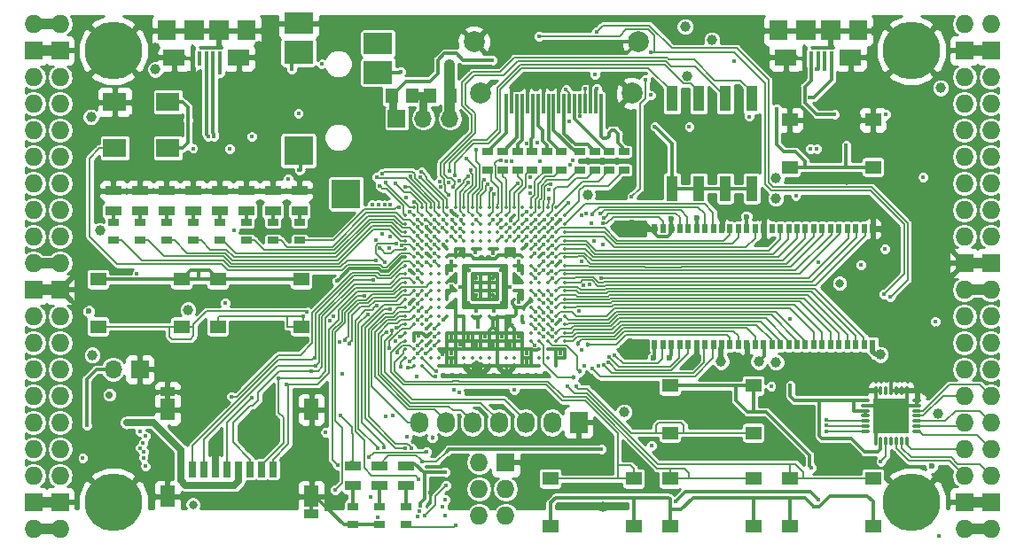
<source format=gtl>
G04 #@! TF.GenerationSoftware,KiCad,Pcbnew,5.0.0-rc2+dfsg1-3*
G04 #@! TF.CreationDate,2018-07-04T21:59:52+02:00*
G04 #@! TF.ProjectId,ulx3s,756C7833732E6B696361645F70636200,rev?*
G04 #@! TF.SameCoordinates,Original*
G04 #@! TF.FileFunction,Copper,L1,Top,Signal*
G04 #@! TF.FilePolarity,Positive*
%FSLAX46Y46*%
G04 Gerber Fmt 4.6, Leading zero omitted, Abs format (unit mm)*
G04 Created by KiCad (PCBNEW 5.0.0-rc2+dfsg1-3) date Wed Jul  4 21:59:52 2018*
%MOMM*%
%LPD*%
G01*
G04 APERTURE LIST*
G04 #@! TA.AperFunction,SMDPad,CuDef*
%ADD10R,0.560000X0.900000*%
G04 #@! TD*
G04 #@! TA.AperFunction,ComponentPad*
%ADD11O,1.727200X1.727200*%
G04 #@! TD*
G04 #@! TA.AperFunction,ComponentPad*
%ADD12R,1.727200X1.727200*%
G04 #@! TD*
G04 #@! TA.AperFunction,ComponentPad*
%ADD13C,5.500000*%
G04 #@! TD*
G04 #@! TA.AperFunction,SMDPad,CuDef*
%ADD14O,0.850000X0.300000*%
G04 #@! TD*
G04 #@! TA.AperFunction,SMDPad,CuDef*
%ADD15O,0.300000X0.850000*%
G04 #@! TD*
G04 #@! TA.AperFunction,SMDPad,CuDef*
%ADD16R,1.675000X1.675000*%
G04 #@! TD*
G04 #@! TA.AperFunction,ComponentPad*
%ADD17R,1.727200X2.032000*%
G04 #@! TD*
G04 #@! TA.AperFunction,ComponentPad*
%ADD18O,1.727200X2.032000*%
G04 #@! TD*
G04 #@! TA.AperFunction,SMDPad,CuDef*
%ADD19R,1.550000X1.300000*%
G04 #@! TD*
G04 #@! TA.AperFunction,SMDPad,CuDef*
%ADD20R,1.120000X2.440000*%
G04 #@! TD*
G04 #@! TA.AperFunction,BGAPad,CuDef*
%ADD21C,0.350000*%
G04 #@! TD*
G04 #@! TA.AperFunction,SMDPad,CuDef*
%ADD22R,2.800000X2.000000*%
G04 #@! TD*
G04 #@! TA.AperFunction,SMDPad,CuDef*
%ADD23R,2.800000X2.200000*%
G04 #@! TD*
G04 #@! TA.AperFunction,SMDPad,CuDef*
%ADD24R,2.800000X2.800000*%
G04 #@! TD*
G04 #@! TA.AperFunction,SMDPad,CuDef*
%ADD25R,0.700000X1.500000*%
G04 #@! TD*
G04 #@! TA.AperFunction,SMDPad,CuDef*
%ADD26R,1.450000X0.900000*%
G04 #@! TD*
G04 #@! TA.AperFunction,SMDPad,CuDef*
%ADD27R,1.450000X2.000000*%
G04 #@! TD*
G04 #@! TA.AperFunction,SMDPad,CuDef*
%ADD28R,2.200000X1.800000*%
G04 #@! TD*
G04 #@! TA.AperFunction,SMDPad,CuDef*
%ADD29R,1.000000X0.670000*%
G04 #@! TD*
G04 #@! TA.AperFunction,SMDPad,CuDef*
%ADD30R,1.500000X0.970000*%
G04 #@! TD*
G04 #@! TA.AperFunction,SMDPad,CuDef*
%ADD31R,0.300000X1.900000*%
G04 #@! TD*
G04 #@! TA.AperFunction,ComponentPad*
%ADD32C,2.000000*%
G04 #@! TD*
G04 #@! TA.AperFunction,ComponentPad*
%ADD33R,1.700000X1.700000*%
G04 #@! TD*
G04 #@! TA.AperFunction,ComponentPad*
%ADD34O,1.700000X1.700000*%
G04 #@! TD*
G04 #@! TA.AperFunction,SMDPad,CuDef*
%ADD35R,1.295000X1.400000*%
G04 #@! TD*
G04 #@! TA.AperFunction,SMDPad,CuDef*
%ADD36R,1.800000X1.900000*%
G04 #@! TD*
G04 #@! TA.AperFunction,SMDPad,CuDef*
%ADD37R,0.400000X1.350000*%
G04 #@! TD*
G04 #@! TA.AperFunction,SMDPad,CuDef*
%ADD38R,1.900000X1.900000*%
G04 #@! TD*
G04 #@! TA.AperFunction,SMDPad,CuDef*
%ADD39R,2.100000X1.600000*%
G04 #@! TD*
G04 #@! TA.AperFunction,ViaPad*
%ADD40C,0.400000*%
G04 #@! TD*
G04 #@! TA.AperFunction,ViaPad*
%ADD41C,0.700000*%
G04 #@! TD*
G04 #@! TA.AperFunction,ViaPad*
%ADD42C,0.454000*%
G04 #@! TD*
G04 #@! TA.AperFunction,ViaPad*
%ADD43C,0.600000*%
G04 #@! TD*
G04 #@! TA.AperFunction,ViaPad*
%ADD44C,1.000000*%
G04 #@! TD*
G04 #@! TA.AperFunction,ViaPad*
%ADD45C,0.800000*%
G04 #@! TD*
G04 #@! TA.AperFunction,ViaPad*
%ADD46C,3.500000*%
G04 #@! TD*
G04 #@! TA.AperFunction,Conductor*
%ADD47C,0.700000*%
G04 #@! TD*
G04 #@! TA.AperFunction,Conductor*
%ADD48C,0.300000*%
G04 #@! TD*
G04 #@! TA.AperFunction,Conductor*
%ADD49C,0.500000*%
G04 #@! TD*
G04 #@! TA.AperFunction,Conductor*
%ADD50C,1.000000*%
G04 #@! TD*
G04 #@! TA.AperFunction,Conductor*
%ADD51C,0.190000*%
G04 #@! TD*
G04 #@! TA.AperFunction,Conductor*
%ADD52C,0.800000*%
G04 #@! TD*
G04 #@! TA.AperFunction,Conductor*
%ADD53C,0.200000*%
G04 #@! TD*
G04 #@! TA.AperFunction,Conductor*
%ADD54C,0.127000*%
G04 #@! TD*
G04 #@! TA.AperFunction,Conductor*
%ADD55C,0.180000*%
G04 #@! TD*
G04 #@! TA.AperFunction,Conductor*
%ADD56C,0.254000*%
G04 #@! TD*
G04 APERTURE END LIST*
D10*
G04 #@! TO.P,U2,28*
G04 #@! TO.N,GND*
X175493000Y-82270000D03*
G04 #@! TO.P,U2,1*
G04 #@! TO.N,+3V3*
X154693000Y-93330000D03*
G04 #@! TO.P,U2,2*
G04 #@! TO.N,SDRAM_D0*
X155493000Y-93330000D03*
G04 #@! TO.P,U2,3*
G04 #@! TO.N,+3V3*
X156293000Y-93330000D03*
G04 #@! TO.P,U2,4*
G04 #@! TO.N,SDRAM_D1*
X157093000Y-93330000D03*
G04 #@! TO.P,U2,5*
G04 #@! TO.N,SDRAM_D2*
X157893000Y-93330000D03*
G04 #@! TO.P,U2,6*
G04 #@! TO.N,GND*
X158693000Y-93330000D03*
G04 #@! TO.P,U2,7*
G04 #@! TO.N,SDRAM_D3*
X159493000Y-93330000D03*
G04 #@! TO.P,U2,8*
G04 #@! TO.N,SDRAM_D4*
X160293000Y-93330000D03*
G04 #@! TO.P,U2,9*
G04 #@! TO.N,+3V3*
X161093000Y-93330000D03*
G04 #@! TO.P,U2,10*
G04 #@! TO.N,SDRAM_D5*
X161893000Y-93330000D03*
G04 #@! TO.P,U2,11*
G04 #@! TO.N,SDRAM_D6*
X162693000Y-93330000D03*
G04 #@! TO.P,U2,12*
G04 #@! TO.N,GND*
X163493000Y-93330000D03*
G04 #@! TO.P,U2,13*
G04 #@! TO.N,SDRAM_D7*
X164293000Y-93330000D03*
G04 #@! TO.P,U2,14*
G04 #@! TO.N,+3V3*
X165093000Y-93330000D03*
G04 #@! TO.P,U2,15*
G04 #@! TO.N,SDRAM_DQM0*
X165893000Y-93330000D03*
G04 #@! TO.P,U2,16*
G04 #@! TO.N,SDRAM_nWE*
X166693000Y-93330000D03*
G04 #@! TO.P,U2,17*
G04 #@! TO.N,SDRAM_nCAS*
X167493000Y-93330000D03*
G04 #@! TO.P,U2,18*
G04 #@! TO.N,SDRAM_nRAS*
X168293000Y-93330000D03*
G04 #@! TO.P,U2,19*
G04 #@! TO.N,SDRAM_nCS*
X169093000Y-93330000D03*
G04 #@! TO.P,U2,20*
G04 #@! TO.N,SDRAM_BA0*
X169893000Y-93330000D03*
G04 #@! TO.P,U2,21*
G04 #@! TO.N,SDRAM_BA1*
X170693000Y-93330000D03*
G04 #@! TO.P,U2,22*
G04 #@! TO.N,SDRAM_A10*
X171493000Y-93330000D03*
G04 #@! TO.P,U2,23*
G04 #@! TO.N,SDRAM_A0*
X172293000Y-93330000D03*
G04 #@! TO.P,U2,24*
G04 #@! TO.N,SDRAM_A1*
X173093000Y-93330000D03*
G04 #@! TO.P,U2,25*
G04 #@! TO.N,SDRAM_A2*
X173893000Y-93330000D03*
G04 #@! TO.P,U2,26*
G04 #@! TO.N,SDRAM_A3*
X174693000Y-93330000D03*
G04 #@! TO.P,U2,27*
G04 #@! TO.N,+3V3*
X175493000Y-93330000D03*
G04 #@! TO.P,U2,29*
G04 #@! TO.N,SDRAM_A4*
X174693000Y-82270000D03*
G04 #@! TO.P,U2,30*
G04 #@! TO.N,SDRAM_A5*
X173893000Y-82270000D03*
G04 #@! TO.P,U2,31*
G04 #@! TO.N,SDRAM_A6*
X173093000Y-82270000D03*
G04 #@! TO.P,U2,32*
G04 #@! TO.N,SDRAM_A7*
X172293000Y-82270000D03*
G04 #@! TO.P,U2,33*
G04 #@! TO.N,SDRAM_A8*
X171493000Y-82270000D03*
G04 #@! TO.P,U2,34*
G04 #@! TO.N,SDRAM_A9*
X170693000Y-82270000D03*
G04 #@! TO.P,U2,35*
G04 #@! TO.N,SDRAM_A11*
X169893000Y-82270000D03*
G04 #@! TO.P,U2,36*
G04 #@! TO.N,SDRAM_A12*
X169093000Y-82270000D03*
G04 #@! TO.P,U2,37*
G04 #@! TO.N,SDRAM_CKE*
X168293000Y-82270000D03*
G04 #@! TO.P,U2,38*
G04 #@! TO.N,SDRAM_CLK*
X167493000Y-82270000D03*
G04 #@! TO.P,U2,39*
G04 #@! TO.N,SDRAM_DQM1*
X166693000Y-82270000D03*
G04 #@! TO.P,U2,40*
G04 #@! TO.N,N/C*
X165893000Y-82270000D03*
G04 #@! TO.P,U2,41*
G04 #@! TO.N,GND*
X165093000Y-82270000D03*
G04 #@! TO.P,U2,42*
G04 #@! TO.N,SDRAM_D8*
X164293000Y-82270000D03*
G04 #@! TO.P,U2,43*
G04 #@! TO.N,+3V3*
X163493000Y-82270000D03*
G04 #@! TO.P,U2,44*
G04 #@! TO.N,SDRAM_D9*
X162693000Y-82270000D03*
G04 #@! TO.P,U2,45*
G04 #@! TO.N,SDRAM_D10*
X161893000Y-82270000D03*
G04 #@! TO.P,U2,46*
G04 #@! TO.N,GND*
X161093000Y-82270000D03*
G04 #@! TO.P,U2,47*
G04 #@! TO.N,SDRAM_D11*
X160293000Y-82270000D03*
G04 #@! TO.P,U2,48*
G04 #@! TO.N,SDRAM_D12*
X159493000Y-82270000D03*
G04 #@! TO.P,U2,49*
G04 #@! TO.N,+3V3*
X158693000Y-82270000D03*
G04 #@! TO.P,U2,50*
G04 #@! TO.N,SDRAM_D13*
X157893000Y-82270000D03*
G04 #@! TO.P,U2,51*
G04 #@! TO.N,SDRAM_D14*
X157093000Y-82270000D03*
G04 #@! TO.P,U2,52*
G04 #@! TO.N,GND*
X156293000Y-82270000D03*
G04 #@! TO.P,U2,53*
G04 #@! TO.N,SDRAM_D15*
X155493000Y-82270000D03*
G04 #@! TO.P,U2,54*
G04 #@! TO.N,GND*
X154693000Y-82270000D03*
G04 #@! TD*
D11*
G04 #@! TO.P,J1,1*
G04 #@! TO.N,2V5_3V3*
X97910000Y-62690000D03*
G04 #@! TO.P,J1,2*
X95370000Y-62690000D03*
D12*
G04 #@! TO.P,J1,3*
G04 #@! TO.N,GND*
X97910000Y-65230000D03*
G04 #@! TO.P,J1,4*
X95370000Y-65230000D03*
D11*
G04 #@! TO.P,J1,5*
G04 #@! TO.N,GN0*
X97910000Y-67770000D03*
G04 #@! TO.P,J1,6*
G04 #@! TO.N,GP0*
X95370000Y-67770000D03*
G04 #@! TO.P,J1,7*
G04 #@! TO.N,GN1*
X97910000Y-70310000D03*
G04 #@! TO.P,J1,8*
G04 #@! TO.N,GP1*
X95370000Y-70310000D03*
G04 #@! TO.P,J1,9*
G04 #@! TO.N,GN2*
X97910000Y-72850000D03*
G04 #@! TO.P,J1,10*
G04 #@! TO.N,GP2*
X95370000Y-72850000D03*
G04 #@! TO.P,J1,11*
G04 #@! TO.N,GN3*
X97910000Y-75390000D03*
G04 #@! TO.P,J1,12*
G04 #@! TO.N,GP3*
X95370000Y-75390000D03*
G04 #@! TO.P,J1,13*
G04 #@! TO.N,GN4*
X97910000Y-77930000D03*
G04 #@! TO.P,J1,14*
G04 #@! TO.N,GP4*
X95370000Y-77930000D03*
G04 #@! TO.P,J1,15*
G04 #@! TO.N,GN5*
X97910000Y-80470000D03*
G04 #@! TO.P,J1,16*
G04 #@! TO.N,GP5*
X95370000Y-80470000D03*
G04 #@! TO.P,J1,17*
G04 #@! TO.N,GN6*
X97910000Y-83010000D03*
G04 #@! TO.P,J1,18*
G04 #@! TO.N,GP6*
X95370000Y-83010000D03*
G04 #@! TO.P,J1,19*
G04 #@! TO.N,2V5_3V3*
X97910000Y-85550000D03*
G04 #@! TO.P,J1,20*
X95370000Y-85550000D03*
D12*
G04 #@! TO.P,J1,21*
G04 #@! TO.N,GND*
X97910000Y-88090000D03*
G04 #@! TO.P,J1,22*
X95370000Y-88090000D03*
D11*
G04 #@! TO.P,J1,23*
G04 #@! TO.N,GN7*
X97910000Y-90630000D03*
G04 #@! TO.P,J1,24*
G04 #@! TO.N,GP7*
X95370000Y-90630000D03*
G04 #@! TO.P,J1,25*
G04 #@! TO.N,GN8*
X97910000Y-93170000D03*
G04 #@! TO.P,J1,26*
G04 #@! TO.N,GP8*
X95370000Y-93170000D03*
G04 #@! TO.P,J1,27*
G04 #@! TO.N,GN9*
X97910000Y-95710000D03*
G04 #@! TO.P,J1,28*
G04 #@! TO.N,GP9*
X95370000Y-95710000D03*
G04 #@! TO.P,J1,29*
G04 #@! TO.N,GN10*
X97910000Y-98250000D03*
G04 #@! TO.P,J1,30*
G04 #@! TO.N,GP10*
X95370000Y-98250000D03*
G04 #@! TO.P,J1,31*
G04 #@! TO.N,GN11*
X97910000Y-100790000D03*
G04 #@! TO.P,J1,32*
G04 #@! TO.N,GP11*
X95370000Y-100790000D03*
G04 #@! TO.P,J1,33*
G04 #@! TO.N,GN12*
X97910000Y-103330000D03*
G04 #@! TO.P,J1,34*
G04 #@! TO.N,GP12*
X95370000Y-103330000D03*
G04 #@! TO.P,J1,35*
G04 #@! TO.N,GN13*
X97910000Y-105870000D03*
G04 #@! TO.P,J1,36*
G04 #@! TO.N,GP13*
X95370000Y-105870000D03*
D12*
G04 #@! TO.P,J1,37*
G04 #@! TO.N,GND*
X97910000Y-108410000D03*
G04 #@! TO.P,J1,38*
X95370000Y-108410000D03*
D11*
G04 #@! TO.P,J1,39*
G04 #@! TO.N,2V5_3V3*
X97910000Y-110950000D03*
G04 #@! TO.P,J1,40*
X95370000Y-110950000D03*
G04 #@! TD*
G04 #@! TO.P,J2,1*
G04 #@! TO.N,+3V3*
X184270000Y-110950000D03*
G04 #@! TO.P,J2,2*
X186810000Y-110950000D03*
D12*
G04 #@! TO.P,J2,3*
G04 #@! TO.N,GND*
X184270000Y-108410000D03*
G04 #@! TO.P,J2,4*
X186810000Y-108410000D03*
D11*
G04 #@! TO.P,J2,5*
G04 #@! TO.N,GN14*
X184270000Y-105870000D03*
G04 #@! TO.P,J2,6*
G04 #@! TO.N,GP14*
X186810000Y-105870000D03*
G04 #@! TO.P,J2,7*
G04 #@! TO.N,GN15*
X184270000Y-103330000D03*
G04 #@! TO.P,J2,8*
G04 #@! TO.N,GP15*
X186810000Y-103330000D03*
G04 #@! TO.P,J2,9*
G04 #@! TO.N,GN16*
X184270000Y-100790000D03*
G04 #@! TO.P,J2,10*
G04 #@! TO.N,GP16*
X186810000Y-100790000D03*
G04 #@! TO.P,J2,11*
G04 #@! TO.N,GN17*
X184270000Y-98250000D03*
G04 #@! TO.P,J2,12*
G04 #@! TO.N,GP17*
X186810000Y-98250000D03*
G04 #@! TO.P,J2,13*
G04 #@! TO.N,GN18*
X184270000Y-95710000D03*
G04 #@! TO.P,J2,14*
G04 #@! TO.N,GP18*
X186810000Y-95710000D03*
G04 #@! TO.P,J2,15*
G04 #@! TO.N,GN19*
X184270000Y-93170000D03*
G04 #@! TO.P,J2,16*
G04 #@! TO.N,GP19*
X186810000Y-93170000D03*
G04 #@! TO.P,J2,17*
G04 #@! TO.N,GN20*
X184270000Y-90630000D03*
G04 #@! TO.P,J2,18*
G04 #@! TO.N,GP20*
X186810000Y-90630000D03*
G04 #@! TO.P,J2,19*
G04 #@! TO.N,+3V3*
X184270000Y-88090000D03*
G04 #@! TO.P,J2,20*
X186810000Y-88090000D03*
D12*
G04 #@! TO.P,J2,21*
G04 #@! TO.N,GND*
X184270000Y-85550000D03*
G04 #@! TO.P,J2,22*
X186810000Y-85550000D03*
D11*
G04 #@! TO.P,J2,23*
G04 #@! TO.N,GN21*
X184270000Y-83010000D03*
G04 #@! TO.P,J2,24*
G04 #@! TO.N,GP21*
X186810000Y-83010000D03*
G04 #@! TO.P,J2,25*
G04 #@! TO.N,GN22*
X184270000Y-80470000D03*
G04 #@! TO.P,J2,26*
G04 #@! TO.N,GP22*
X186810000Y-80470000D03*
G04 #@! TO.P,J2,27*
G04 #@! TO.N,GN23*
X184270000Y-77930000D03*
G04 #@! TO.P,J2,28*
G04 #@! TO.N,GP23*
X186810000Y-77930000D03*
G04 #@! TO.P,J2,29*
G04 #@! TO.N,GN24*
X184270000Y-75390000D03*
G04 #@! TO.P,J2,30*
G04 #@! TO.N,GP24*
X186810000Y-75390000D03*
G04 #@! TO.P,J2,31*
G04 #@! TO.N,GN25*
X184270000Y-72850000D03*
G04 #@! TO.P,J2,32*
G04 #@! TO.N,GP25*
X186810000Y-72850000D03*
G04 #@! TO.P,J2,33*
G04 #@! TO.N,GN26*
X184270000Y-70310000D03*
G04 #@! TO.P,J2,34*
G04 #@! TO.N,GP26*
X186810000Y-70310000D03*
G04 #@! TO.P,J2,35*
G04 #@! TO.N,GN27*
X184270000Y-67770000D03*
G04 #@! TO.P,J2,36*
G04 #@! TO.N,GP27*
X186810000Y-67770000D03*
D12*
G04 #@! TO.P,J2,37*
G04 #@! TO.N,GND*
X184270000Y-65230000D03*
G04 #@! TO.P,J2,38*
X186810000Y-65230000D03*
D11*
G04 #@! TO.P,J2,39*
G04 #@! TO.N,/gpio/IN5V*
X184270000Y-62690000D03*
G04 #@! TO.P,J2,40*
G04 #@! TO.N,/gpio/OUT5V*
X186810000Y-62690000D03*
G04 #@! TD*
D13*
G04 #@! TO.P,H1,1*
G04 #@! TO.N,GND*
X102990000Y-108410000D03*
G04 #@! TD*
G04 #@! TO.P,H2,1*
G04 #@! TO.N,GND*
X179190000Y-108410000D03*
G04 #@! TD*
G04 #@! TO.P,H3,1*
G04 #@! TO.N,GND*
X179190000Y-65230000D03*
G04 #@! TD*
G04 #@! TO.P,H4,1*
G04 #@! TO.N,GND*
X102990000Y-65230000D03*
G04 #@! TD*
D12*
G04 #@! TO.P,J4,1*
G04 #@! TO.N,GND*
X140455000Y-104600000D03*
D11*
G04 #@! TO.P,J4,2*
G04 #@! TO.N,+3V3*
X137915000Y-104600000D03*
G04 #@! TO.P,J4,3*
G04 #@! TO.N,JTAG_TDI*
X140455000Y-107140000D03*
G04 #@! TO.P,J4,4*
G04 #@! TO.N,JTAG_TCK*
X137915000Y-107140000D03*
G04 #@! TO.P,J4,5*
G04 #@! TO.N,JTAG_TMS*
X140455000Y-109680000D03*
G04 #@! TO.P,J4,6*
G04 #@! TO.N,JTAG_TDO*
X137915000Y-109680000D03*
G04 #@! TD*
D14*
G04 #@! TO.P,U8,1*
G04 #@! TO.N,GP15*
X179735000Y-101655000D03*
G04 #@! TO.P,U8,2*
G04 #@! TO.N,GN16*
X179735000Y-101155000D03*
G04 #@! TO.P,U8,3*
G04 #@! TO.N,GP16*
X179735000Y-100655000D03*
G04 #@! TO.P,U8,4*
G04 #@! TO.N,GN17*
X179735000Y-100155000D03*
G04 #@! TO.P,U8,5*
G04 #@! TO.N,GP17*
X179735000Y-99655000D03*
G04 #@! TO.P,U8,6*
G04 #@! TO.N,GND*
X179735000Y-99155000D03*
G04 #@! TO.P,U8,7*
X179735000Y-98655000D03*
D15*
G04 #@! TO.P,U8,8*
X178785000Y-97705000D03*
G04 #@! TO.P,U8,9*
X178285000Y-97705000D03*
G04 #@! TO.P,U8,10*
X177785000Y-97705000D03*
G04 #@! TO.P,U8,11*
X177285000Y-97705000D03*
G04 #@! TO.P,U8,12*
G04 #@! TO.N,Net-(U8-Pad12)*
X176785000Y-97705000D03*
G04 #@! TO.P,U8,13*
G04 #@! TO.N,GND*
X176285000Y-97705000D03*
G04 #@! TO.P,U8,14*
X175785000Y-97705000D03*
D14*
G04 #@! TO.P,U8,15*
G04 #@! TO.N,/analog/ADC3V3*
X174835000Y-98655000D03*
G04 #@! TO.P,U8,16*
G04 #@! TO.N,GND*
X174835000Y-99155000D03*
G04 #@! TO.P,U8,17*
G04 #@! TO.N,/analog/ADC3V3*
X174835000Y-99655000D03*
G04 #@! TO.P,U8,18*
X174835000Y-100155000D03*
G04 #@! TO.P,U8,19*
G04 #@! TO.N,ADC_SCLK*
X174835000Y-100655000D03*
G04 #@! TO.P,U8,20*
G04 #@! TO.N,ADC_CSn*
X174835000Y-101155000D03*
G04 #@! TO.P,U8,21*
G04 #@! TO.N,ADC_MOSI*
X174835000Y-101655000D03*
D15*
G04 #@! TO.P,U8,22*
G04 #@! TO.N,GND*
X175785000Y-102605000D03*
G04 #@! TO.P,U8,23*
G04 #@! TO.N,/analog/ADC3V3*
X176285000Y-102605000D03*
G04 #@! TO.P,U8,24*
G04 #@! TO.N,ADC_MISO*
X176785000Y-102605000D03*
G04 #@! TO.P,U8,25*
G04 #@! TO.N,Net-(U8-Pad25)*
X177285000Y-102605000D03*
G04 #@! TO.P,U8,26*
G04 #@! TO.N,GN14*
X177785000Y-102605000D03*
G04 #@! TO.P,U8,27*
G04 #@! TO.N,GP14*
X178285000Y-102605000D03*
G04 #@! TO.P,U8,28*
G04 #@! TO.N,GN15*
X178785000Y-102605000D03*
D16*
G04 #@! TO.P,U8,29*
G04 #@! TO.N,GND*
X176447500Y-99317500D03*
X176447500Y-100992500D03*
X178122500Y-99317500D03*
X178122500Y-100992500D03*
G04 #@! TD*
D17*
G04 #@! TO.P,OLED1,1*
G04 #@! TO.N,GND*
X147440000Y-100790000D03*
D18*
G04 #@! TO.P,OLED1,2*
G04 #@! TO.N,+3V3*
X144900000Y-100790000D03*
G04 #@! TO.P,OLED1,3*
G04 #@! TO.N,OLED_CLK*
X142360000Y-100790000D03*
G04 #@! TO.P,OLED1,4*
G04 #@! TO.N,OLED_MOSI*
X139820000Y-100790000D03*
G04 #@! TO.P,OLED1,5*
G04 #@! TO.N,OLED_RES*
X137280000Y-100790000D03*
G04 #@! TO.P,OLED1,6*
G04 #@! TO.N,OLED_DC*
X134740000Y-100790000D03*
G04 #@! TO.P,OLED1,7*
G04 #@! TO.N,OLED_CS*
X132200000Y-100790000D03*
G04 #@! TD*
D19*
G04 #@! TO.P,B0,2*
G04 #@! TO.N,GND*
X175550000Y-71870000D03*
G04 #@! TO.P,B0,1*
G04 #@! TO.N,/power/PWRBTn*
X175550000Y-76370000D03*
X167590000Y-76370000D03*
G04 #@! TO.P,B0,2*
G04 #@! TO.N,GND*
X167590000Y-71870000D03*
G04 #@! TD*
G04 #@! TO.P,B1,2*
G04 #@! TO.N,BTN_F1*
X101550000Y-91610000D03*
G04 #@! TO.P,B1,1*
G04 #@! TO.N,/blinkey/BTNPUL*
X101550000Y-87110000D03*
X109510000Y-87110000D03*
G04 #@! TO.P,B1,2*
G04 #@! TO.N,BTN_F1*
X109510000Y-91610000D03*
G04 #@! TD*
G04 #@! TO.P,B2,2*
G04 #@! TO.N,BTN_F2*
X112980000Y-91610000D03*
G04 #@! TO.P,B2,1*
G04 #@! TO.N,/blinkey/BTNPUL*
X112980000Y-87110000D03*
X120940000Y-87110000D03*
G04 #@! TO.P,B2,2*
G04 #@! TO.N,BTN_F2*
X120940000Y-91610000D03*
G04 #@! TD*
G04 #@! TO.P,B3,2*
G04 #@! TO.N,BTN_U*
X156160000Y-101770000D03*
G04 #@! TO.P,B3,1*
G04 #@! TO.N,/blinkey/BTNPUR*
X156160000Y-97270000D03*
X164120000Y-97270000D03*
G04 #@! TO.P,B3,2*
G04 #@! TO.N,BTN_U*
X164120000Y-101770000D03*
G04 #@! TD*
G04 #@! TO.P,B4,2*
G04 #@! TO.N,BTN_D*
X164120000Y-106160000D03*
G04 #@! TO.P,B4,1*
G04 #@! TO.N,/blinkey/BTNPUR*
X164120000Y-110660000D03*
X156160000Y-110660000D03*
G04 #@! TO.P,B4,2*
G04 #@! TO.N,BTN_D*
X156160000Y-106160000D03*
G04 #@! TD*
G04 #@! TO.P,B5,2*
G04 #@! TO.N,BTN_L*
X152690000Y-106160000D03*
G04 #@! TO.P,B5,1*
G04 #@! TO.N,/blinkey/BTNPUR*
X152690000Y-110660000D03*
X144730000Y-110660000D03*
G04 #@! TO.P,B5,2*
G04 #@! TO.N,BTN_L*
X144730000Y-106160000D03*
G04 #@! TD*
G04 #@! TO.P,B6,2*
G04 #@! TO.N,BTN_R*
X175550000Y-106160000D03*
G04 #@! TO.P,B6,1*
G04 #@! TO.N,/blinkey/BTNPUR*
X175550000Y-110660000D03*
X167590000Y-110660000D03*
G04 #@! TO.P,B6,2*
G04 #@! TO.N,BTN_R*
X167590000Y-106160000D03*
G04 #@! TD*
D20*
G04 #@! TO.P,SW1,1*
G04 #@! TO.N,/blinkey/SWPU*
X156330000Y-78425000D03*
G04 #@! TO.P,SW1,5*
G04 #@! TO.N,SW4*
X163950000Y-69815000D03*
G04 #@! TO.P,SW1,2*
G04 #@! TO.N,/blinkey/SWPU*
X158870000Y-78425000D03*
G04 #@! TO.P,SW1,6*
G04 #@! TO.N,SW3*
X161410000Y-69815000D03*
G04 #@! TO.P,SW1,3*
G04 #@! TO.N,/blinkey/SWPU*
X161410000Y-78425000D03*
G04 #@! TO.P,SW1,7*
G04 #@! TO.N,SW2*
X158870000Y-69815000D03*
G04 #@! TO.P,SW1,4*
G04 #@! TO.N,/blinkey/SWPU*
X163950000Y-78425000D03*
G04 #@! TO.P,SW1,8*
G04 #@! TO.N,SW1*
X156330000Y-69815000D03*
G04 #@! TD*
D21*
G04 #@! TO.P,U1,A2*
G04 #@! TO.N,GP9*
X131680000Y-80200000D03*
G04 #@! TO.P,U1,A3*
G04 #@! TO.N,AUDIO_R0*
X132480000Y-80200000D03*
G04 #@! TO.P,U1,A4*
G04 #@! TO.N,GP8*
X133280000Y-80200000D03*
G04 #@! TO.P,U1,A5*
G04 #@! TO.N,GN8*
X134080000Y-80200000D03*
G04 #@! TO.P,U1,A6*
G04 #@! TO.N,GP7*
X134880000Y-80200000D03*
G04 #@! TO.P,U1,A7*
G04 #@! TO.N,GP4*
X135680000Y-80200000D03*
G04 #@! TO.P,U1,A8*
G04 #@! TO.N,GN4*
X136480000Y-80200000D03*
G04 #@! TO.P,U1,A9*
G04 #@! TO.N,GP2*
X137280000Y-80200000D03*
G04 #@! TO.P,U1,A10*
G04 #@! TO.N,GP1*
X138080000Y-80200000D03*
G04 #@! TO.P,U1,A11*
G04 #@! TO.N,GN1*
X138880000Y-80200000D03*
G04 #@! TO.P,U1,A12*
G04 #@! TO.N,FPDI_D2+*
X139680000Y-80200000D03*
G04 #@! TO.P,U1,A13*
G04 #@! TO.N,FPDI_D2-*
X140480000Y-80200000D03*
G04 #@! TO.P,U1,A14*
G04 #@! TO.N,FPDI_D1+*
X141280000Y-80200000D03*
G04 #@! TO.P,U1,A15*
G04 #@! TO.N,Net-(U1-PadA15)*
X142080000Y-80200000D03*
G04 #@! TO.P,U1,A16*
G04 #@! TO.N,FPDI_D0+*
X142880000Y-80200000D03*
G04 #@! TO.P,U1,A17*
G04 #@! TO.N,FPDI_CLK+*
X143680000Y-80200000D03*
G04 #@! TO.P,U1,A18*
G04 #@! TO.N,/gpdi/FPDI_CEC*
X144480000Y-80200000D03*
G04 #@! TO.P,U1,A19*
G04 #@! TO.N,FPDI_ETH+*
X145280000Y-80200000D03*
G04 #@! TO.P,U1,B1*
G04 #@! TO.N,GN9*
X130880000Y-81000000D03*
G04 #@! TO.P,U1,B2*
G04 #@! TO.N,LED0*
X131680000Y-81000000D03*
G04 #@! TO.P,U1,B3*
G04 #@! TO.N,AUDIO_L3*
X132480000Y-81000000D03*
G04 #@! TO.P,U1,B4*
G04 #@! TO.N,GN10*
X133280000Y-81000000D03*
G04 #@! TO.P,U1,B5*
G04 #@! TO.N,AUDIO_R1*
X134080000Y-81000000D03*
G04 #@! TO.P,U1,B6*
G04 #@! TO.N,GN7*
X134880000Y-81000000D03*
G04 #@! TO.P,U1,B7*
G04 #@! TO.N,GND*
X135680000Y-81000000D03*
G04 #@! TO.P,U1,B8*
G04 #@! TO.N,GN5*
X136480000Y-81000000D03*
G04 #@! TO.P,U1,B9*
G04 #@! TO.N,GP3*
X137280000Y-81000000D03*
G04 #@! TO.P,U1,B10*
G04 #@! TO.N,GN2*
X138080000Y-81000000D03*
G04 #@! TO.P,U1,B11*
G04 #@! TO.N,GP0*
X138880000Y-81000000D03*
G04 #@! TO.P,U1,B12*
G04 #@! TO.N,USB_FPGA_PULL_D+*
X139680000Y-81000000D03*
G04 #@! TO.P,U1,B13*
G04 #@! TO.N,GP26*
X140480000Y-81000000D03*
G04 #@! TO.P,U1,B14*
G04 #@! TO.N,GND*
X141280000Y-81000000D03*
G04 #@! TO.P,U1,B15*
G04 #@! TO.N,GP22*
X142080000Y-81000000D03*
G04 #@! TO.P,U1,B16*
G04 #@! TO.N,FPDI_D0-*
X142880000Y-81000000D03*
G04 #@! TO.P,U1,B17*
G04 #@! TO.N,GP23*
X143680000Y-81000000D03*
G04 #@! TO.P,U1,B18*
G04 #@! TO.N,FPDI_CLK-*
X144480000Y-81000000D03*
G04 #@! TO.P,U1,B19*
G04 #@! TO.N,FPDI_SDA*
X145280000Y-81000000D03*
G04 #@! TO.P,U1,B20*
G04 #@! TO.N,FPDI_ETH-*
X146080000Y-81000000D03*
G04 #@! TO.P,U1,C1*
G04 #@! TO.N,LED2*
X130880000Y-81800000D03*
G04 #@! TO.P,U1,C2*
G04 #@! TO.N,LED1*
X131680000Y-81800000D03*
G04 #@! TO.P,U1,C3*
G04 #@! TO.N,AUDIO_L2*
X132480000Y-81800000D03*
G04 #@! TO.P,U1,C4*
G04 #@! TO.N,GP10*
X133280000Y-81800000D03*
G04 #@! TO.P,U1,C5*
G04 #@! TO.N,AUDIO_R3*
X134080000Y-81800000D03*
G04 #@! TO.P,U1,C6*
G04 #@! TO.N,GP6*
X134880000Y-81800000D03*
G04 #@! TO.P,U1,C7*
G04 #@! TO.N,GN6*
X135680000Y-81800000D03*
G04 #@! TO.P,U1,C8*
G04 #@! TO.N,GP5*
X136480000Y-81800000D03*
G04 #@! TO.P,U1,C9*
G04 #@! TO.N,Net-(U1-PadC9)*
X137280000Y-81800000D03*
G04 #@! TO.P,U1,C10*
G04 #@! TO.N,GN3*
X138080000Y-81800000D03*
G04 #@! TO.P,U1,C11*
G04 #@! TO.N,GN0*
X138880000Y-81800000D03*
G04 #@! TO.P,U1,C12*
G04 #@! TO.N,USB_FPGA_PULL_D-*
X139680000Y-81800000D03*
G04 #@! TO.P,U1,C13*
G04 #@! TO.N,GN26*
X140480000Y-81800000D03*
G04 #@! TO.P,U1,C14*
G04 #@! TO.N,FPDI_D1-*
X141280000Y-81800000D03*
G04 #@! TO.P,U1,C15*
G04 #@! TO.N,GN22*
X142080000Y-81800000D03*
G04 #@! TO.P,U1,C16*
G04 #@! TO.N,GP24*
X142880000Y-81800000D03*
G04 #@! TO.P,U1,C17*
G04 #@! TO.N,GN23*
X143680000Y-81800000D03*
G04 #@! TO.P,U1,C18*
G04 #@! TO.N,GP21*
X144480000Y-81800000D03*
G04 #@! TO.P,U1,C19*
G04 #@! TO.N,GND*
X145280000Y-81800000D03*
G04 #@! TO.P,U1,C20*
G04 #@! TO.N,SDRAM_D11*
X146080000Y-81800000D03*
G04 #@! TO.P,U1,D1*
G04 #@! TO.N,LED4*
X130880000Y-82600000D03*
G04 #@! TO.P,U1,D2*
G04 #@! TO.N,LED3*
X131680000Y-82600000D03*
G04 #@! TO.P,U1,D3*
G04 #@! TO.N,AUDIO_L1*
X132480000Y-82600000D03*
G04 #@! TO.P,U1,D4*
G04 #@! TO.N,GND*
X133280000Y-82600000D03*
G04 #@! TO.P,U1,D5*
G04 #@! TO.N,AUDIO_R2*
X134080000Y-82600000D03*
G04 #@! TO.P,U1,D6*
G04 #@! TO.N,BTN_PWRn*
X134880000Y-82600000D03*
G04 #@! TO.P,U1,D7*
G04 #@! TO.N,SW3*
X135680000Y-82600000D03*
G04 #@! TO.P,U1,D8*
G04 #@! TO.N,SW2*
X136480000Y-82600000D03*
G04 #@! TO.P,U1,D9*
G04 #@! TO.N,Net-(U1-PadD9)*
X137280000Y-82600000D03*
G04 #@! TO.P,U1,D10*
G04 #@! TO.N,Net-(U1-PadD10)*
X138080000Y-82600000D03*
G04 #@! TO.P,U1,D11*
G04 #@! TO.N,Net-(U1-PadD11)*
X138880000Y-82600000D03*
G04 #@! TO.P,U1,D12*
G04 #@! TO.N,Net-(U1-PadD12)*
X139680000Y-82600000D03*
G04 #@! TO.P,U1,D13*
G04 #@! TO.N,GP27*
X140480000Y-82600000D03*
G04 #@! TO.P,U1,D14*
G04 #@! TO.N,GP25*
X141280000Y-82600000D03*
G04 #@! TO.P,U1,D15*
G04 #@! TO.N,USB_FPGA_D+*
X142080000Y-82600000D03*
G04 #@! TO.P,U1,D16*
G04 #@! TO.N,GN24*
X142880000Y-82600000D03*
G04 #@! TO.P,U1,D17*
G04 #@! TO.N,GN21*
X143680000Y-82600000D03*
G04 #@! TO.P,U1,D18*
G04 #@! TO.N,GP20*
X144480000Y-82600000D03*
G04 #@! TO.P,U1,D19*
G04 #@! TO.N,SDRAM_D10*
X145280000Y-82600000D03*
G04 #@! TO.P,U1,D20*
G04 #@! TO.N,SDRAM_D9*
X146080000Y-82600000D03*
G04 #@! TO.P,U1,E1*
G04 #@! TO.N,LED6*
X130880000Y-83400000D03*
G04 #@! TO.P,U1,E2*
G04 #@! TO.N,LED5*
X131680000Y-83400000D03*
G04 #@! TO.P,U1,E3*
G04 #@! TO.N,GN11*
X132480000Y-83400000D03*
G04 #@! TO.P,U1,E4*
G04 #@! TO.N,AUDIO_L0*
X133280000Y-83400000D03*
G04 #@! TO.P,U1,E5*
G04 #@! TO.N,AUDIO_V3*
X134080000Y-83400000D03*
G04 #@! TO.P,U1,E6*
G04 #@! TO.N,Net-(U1-PadE6)*
X134880000Y-83400000D03*
G04 #@! TO.P,U1,E7*
G04 #@! TO.N,SW4*
X135680000Y-83400000D03*
G04 #@! TO.P,U1,E8*
G04 #@! TO.N,SW1*
X136480000Y-83400000D03*
G04 #@! TO.P,U1,E9*
G04 #@! TO.N,Net-(U1-PadE9)*
X137280000Y-83400000D03*
G04 #@! TO.P,U1,E10*
G04 #@! TO.N,Net-(U1-PadE10)*
X138080000Y-83400000D03*
G04 #@! TO.P,U1,E11*
G04 #@! TO.N,Net-(U1-PadE11)*
X138880000Y-83400000D03*
G04 #@! TO.P,U1,E12*
G04 #@! TO.N,FPDI_SCL*
X139680000Y-83400000D03*
G04 #@! TO.P,U1,E13*
G04 #@! TO.N,GN27*
X140480000Y-83400000D03*
G04 #@! TO.P,U1,E14*
G04 #@! TO.N,GN25*
X141280000Y-83400000D03*
G04 #@! TO.P,U1,E15*
G04 #@! TO.N,USB_FPGA_D-*
X142080000Y-83400000D03*
G04 #@! TO.P,U1,E16*
G04 #@! TO.N,USB_FPGA_D+*
X142880000Y-83400000D03*
G04 #@! TO.P,U1,E17*
G04 #@! TO.N,GN20*
X143680000Y-83400000D03*
G04 #@! TO.P,U1,E18*
G04 #@! TO.N,SDRAM_D12*
X144480000Y-83400000D03*
G04 #@! TO.P,U1,E19*
G04 #@! TO.N,SDRAM_D8*
X145280000Y-83400000D03*
G04 #@! TO.P,U1,E20*
G04 #@! TO.N,SDRAM_DQM1*
X146080000Y-83400000D03*
G04 #@! TO.P,U1,F1*
G04 #@! TO.N,WIFI_EN*
X130880000Y-84200000D03*
G04 #@! TO.P,U1,F2*
G04 #@! TO.N,AUDIO_V1*
X131680000Y-84200000D03*
G04 #@! TO.P,U1,F3*
G04 #@! TO.N,GN12*
X132480000Y-84200000D03*
G04 #@! TO.P,U1,F4*
G04 #@! TO.N,GP11*
X133280000Y-84200000D03*
G04 #@! TO.P,U1,F5*
G04 #@! TO.N,AUDIO_V2*
X134080000Y-84200000D03*
G04 #@! TO.P,U1,F6*
G04 #@! TO.N,+2V5*
X134880000Y-84200000D03*
G04 #@! TO.P,U1,F7*
G04 #@! TO.N,GND*
X135680000Y-84200000D03*
G04 #@! TO.P,U1,F8*
X136480000Y-84200000D03*
G04 #@! TO.P,U1,F9*
G04 #@! TO.N,2V5_3V3*
X137280000Y-84200000D03*
G04 #@! TO.P,U1,F10*
X138080000Y-84200000D03*
G04 #@! TO.P,U1,F11*
G04 #@! TO.N,+3V3*
X138880000Y-84200000D03*
G04 #@! TO.P,U1,F12*
X139680000Y-84200000D03*
G04 #@! TO.P,U1,F13*
G04 #@! TO.N,GND*
X140480000Y-84200000D03*
G04 #@! TO.P,U1,F14*
X141280000Y-84200000D03*
G04 #@! TO.P,U1,F15*
G04 #@! TO.N,+2V5*
X142080000Y-84200000D03*
G04 #@! TO.P,U1,F16*
G04 #@! TO.N,USB_FPGA_D-*
X142880000Y-84200000D03*
G04 #@! TO.P,U1,F17*
G04 #@! TO.N,GP19*
X143680000Y-84200000D03*
G04 #@! TO.P,U1,F18*
G04 #@! TO.N,SDRAM_D13*
X144480000Y-84200000D03*
G04 #@! TO.P,U1,F19*
G04 #@! TO.N,SDRAM_CLK*
X145280000Y-84200000D03*
G04 #@! TO.P,U1,F20*
G04 #@! TO.N,SDRAM_CKE*
X146080000Y-84200000D03*
G04 #@! TO.P,U1,G1*
G04 #@! TO.N,/usb/ANT_433MHz*
X130880000Y-85000000D03*
G04 #@! TO.P,U1,G2*
G04 #@! TO.N,CLK_25MHz*
X131680000Y-85000000D03*
G04 #@! TO.P,U1,G3*
G04 #@! TO.N,GP12*
X132480000Y-85000000D03*
G04 #@! TO.P,U1,G4*
G04 #@! TO.N,GND*
X133280000Y-85000000D03*
G04 #@! TO.P,U1,G5*
G04 #@! TO.N,GN13*
X134080000Y-85000000D03*
G04 #@! TO.P,U1,G6*
G04 #@! TO.N,GND*
X134880000Y-85000000D03*
G04 #@! TO.P,U1,G7*
X135680000Y-85000000D03*
G04 #@! TO.P,U1,G8*
X136480000Y-85000000D03*
G04 #@! TO.P,U1,G9*
X137280000Y-85000000D03*
G04 #@! TO.P,U1,G10*
X138080000Y-85000000D03*
G04 #@! TO.P,U1,G11*
X138880000Y-85000000D03*
G04 #@! TO.P,U1,G12*
X139680000Y-85000000D03*
G04 #@! TO.P,U1,G13*
X140480000Y-85000000D03*
G04 #@! TO.P,U1,G14*
X141280000Y-85000000D03*
G04 #@! TO.P,U1,G15*
X142080000Y-85000000D03*
G04 #@! TO.P,U1,G16*
G04 #@! TO.N,SHUTDOWN*
X142880000Y-85000000D03*
G04 #@! TO.P,U1,G17*
G04 #@! TO.N,GND*
X143680000Y-85000000D03*
G04 #@! TO.P,U1,G18*
G04 #@! TO.N,GN19*
X144480000Y-85000000D03*
G04 #@! TO.P,U1,G19*
G04 #@! TO.N,SDRAM_A12*
X145280000Y-85000000D03*
G04 #@! TO.P,U1,G20*
G04 #@! TO.N,SDRAM_A11*
X146080000Y-85000000D03*
G04 #@! TO.P,U1,H1*
G04 #@! TO.N,SD_D1*
X130880000Y-85800000D03*
G04 #@! TO.P,U1,H2*
G04 #@! TO.N,SD_CLK*
X131680000Y-85800000D03*
G04 #@! TO.P,U1,H3*
G04 #@! TO.N,LED7*
X132480000Y-85800000D03*
G04 #@! TO.P,U1,H4*
G04 #@! TO.N,GP13*
X133280000Y-85800000D03*
G04 #@! TO.P,U1,H5*
G04 #@! TO.N,AUDIO_V0*
X134080000Y-85800000D03*
G04 #@! TO.P,U1,H6*
G04 #@! TO.N,2V5_3V3*
X134880000Y-85800000D03*
G04 #@! TO.P,U1,H7*
X135680000Y-85800000D03*
G04 #@! TO.P,U1,H8*
G04 #@! TO.N,+1V1*
X136480000Y-85800000D03*
G04 #@! TO.P,U1,H9*
X137280000Y-85800000D03*
G04 #@! TO.P,U1,H10*
X138080000Y-85800000D03*
G04 #@! TO.P,U1,H11*
X138880000Y-85800000D03*
G04 #@! TO.P,U1,H12*
X139680000Y-85800000D03*
G04 #@! TO.P,U1,H13*
X140480000Y-85800000D03*
G04 #@! TO.P,U1,H14*
G04 #@! TO.N,+3V3*
X141280000Y-85800000D03*
G04 #@! TO.P,U1,H15*
X142080000Y-85800000D03*
G04 #@! TO.P,U1,H16*
G04 #@! TO.N,BTN_R*
X142880000Y-85800000D03*
G04 #@! TO.P,U1,H17*
G04 #@! TO.N,GN18*
X143680000Y-85800000D03*
G04 #@! TO.P,U1,H18*
G04 #@! TO.N,GP18*
X144480000Y-85800000D03*
G04 #@! TO.P,U1,H19*
G04 #@! TO.N,GND*
X145280000Y-85800000D03*
G04 #@! TO.P,U1,H20*
G04 #@! TO.N,SDRAM_A9*
X146080000Y-85800000D03*
G04 #@! TO.P,U1,J1*
G04 #@! TO.N,SD_CMD*
X130880000Y-86600000D03*
G04 #@! TO.P,U1,J2*
G04 #@! TO.N,GND*
X131680000Y-86600000D03*
G04 #@! TO.P,U1,J3*
G04 #@! TO.N,SD_D0*
X132480000Y-86600000D03*
G04 #@! TO.P,U1,J4*
G04 #@! TO.N,Net-(U1-PadJ4)*
X133280000Y-86600000D03*
G04 #@! TO.P,U1,J5*
G04 #@! TO.N,Net-(U1-PadJ5)*
X134080000Y-86600000D03*
G04 #@! TO.P,U1,J6*
G04 #@! TO.N,2V5_3V3*
X134880000Y-86600000D03*
G04 #@! TO.P,U1,J7*
G04 #@! TO.N,GND*
X135680000Y-86600000D03*
G04 #@! TO.P,U1,J8*
G04 #@! TO.N,+1V1*
X136480000Y-86600000D03*
G04 #@! TO.P,U1,J9*
G04 #@! TO.N,GND*
X137280000Y-86600000D03*
G04 #@! TO.P,U1,J10*
X138080000Y-86600000D03*
G04 #@! TO.P,U1,J11*
X138880000Y-86600000D03*
G04 #@! TO.P,U1,J12*
X139680000Y-86600000D03*
G04 #@! TO.P,U1,J13*
G04 #@! TO.N,+1V1*
X140480000Y-86600000D03*
G04 #@! TO.P,U1,J14*
G04 #@! TO.N,GND*
X141280000Y-86600000D03*
G04 #@! TO.P,U1,J15*
G04 #@! TO.N,+3V3*
X142080000Y-86600000D03*
G04 #@! TO.P,U1,J16*
G04 #@! TO.N,SDRAM_D0*
X142880000Y-86600000D03*
G04 #@! TO.P,U1,J17*
G04 #@! TO.N,SDRAM_D15*
X143680000Y-86600000D03*
G04 #@! TO.P,U1,J18*
G04 #@! TO.N,SDRAM_D14*
X144480000Y-86600000D03*
G04 #@! TO.P,U1,J19*
G04 #@! TO.N,SDRAM_A8*
X145280000Y-86600000D03*
G04 #@! TO.P,U1,J20*
G04 #@! TO.N,SDRAM_A7*
X146080000Y-86600000D03*
G04 #@! TO.P,U1,K1*
G04 #@! TO.N,SD_D2*
X130880000Y-87400000D03*
G04 #@! TO.P,U1,K2*
G04 #@! TO.N,SD_D3*
X131680000Y-87400000D03*
G04 #@! TO.P,U1,K3*
G04 #@! TO.N,WIFI_RXD*
X132480000Y-87400000D03*
G04 #@! TO.P,U1,K4*
G04 #@! TO.N,WIFI_TXD*
X133280000Y-87400000D03*
G04 #@! TO.P,U1,K5*
G04 #@! TO.N,Net-(U1-PadK5)*
X134080000Y-87400000D03*
G04 #@! TO.P,U1,K6*
G04 #@! TO.N,GND*
X134880000Y-87400000D03*
G04 #@! TO.P,U1,K7*
X135680000Y-87400000D03*
G04 #@! TO.P,U1,K8*
G04 #@! TO.N,+1V1*
X136480000Y-87400000D03*
G04 #@! TO.P,U1,K9*
G04 #@! TO.N,GND*
X137280000Y-87400000D03*
G04 #@! TO.P,U1,K10*
X138080000Y-87400000D03*
G04 #@! TO.P,U1,K11*
X138880000Y-87400000D03*
G04 #@! TO.P,U1,K12*
X139680000Y-87400000D03*
G04 #@! TO.P,U1,K13*
G04 #@! TO.N,+1V1*
X140480000Y-87400000D03*
G04 #@! TO.P,U1,K14*
G04 #@! TO.N,GND*
X141280000Y-87400000D03*
G04 #@! TO.P,U1,K15*
X142080000Y-87400000D03*
G04 #@! TO.P,U1,K16*
G04 #@! TO.N,Net-(U1-PadK16)*
X142880000Y-87400000D03*
G04 #@! TO.P,U1,K17*
G04 #@! TO.N,Net-(U1-PadK17)*
X143680000Y-87400000D03*
G04 #@! TO.P,U1,K18*
G04 #@! TO.N,SDRAM_A6*
X144480000Y-87400000D03*
G04 #@! TO.P,U1,K19*
G04 #@! TO.N,SDRAM_A5*
X145280000Y-87400000D03*
G04 #@! TO.P,U1,K20*
G04 #@! TO.N,SDRAM_A4*
X146080000Y-87400000D03*
G04 #@! TO.P,U1,L1*
G04 #@! TO.N,WIFI_GPIO16*
X130880000Y-88200000D03*
G04 #@! TO.P,U1,L2*
G04 #@! TO.N,WIFI_GPIO0*
X131680000Y-88200000D03*
G04 #@! TO.P,U1,L3*
G04 #@! TO.N,FTDI_TXDEN*
X132480000Y-88200000D03*
G04 #@! TO.P,U1,L4*
G04 #@! TO.N,FTDI_RXD*
X133280000Y-88200000D03*
G04 #@! TO.P,U1,L5*
G04 #@! TO.N,Net-(U1-PadL5)*
X134080000Y-88200000D03*
G04 #@! TO.P,U1,L6*
G04 #@! TO.N,+3V3*
X134880000Y-88200000D03*
G04 #@! TO.P,U1,L7*
X135680000Y-88200000D03*
G04 #@! TO.P,U1,L8*
G04 #@! TO.N,+1V1*
X136480000Y-88200000D03*
G04 #@! TO.P,U1,L9*
G04 #@! TO.N,GND*
X137280000Y-88200000D03*
G04 #@! TO.P,U1,L10*
X138080000Y-88200000D03*
G04 #@! TO.P,U1,L11*
X138880000Y-88200000D03*
G04 #@! TO.P,U1,L12*
X139680000Y-88200000D03*
G04 #@! TO.P,U1,L13*
G04 #@! TO.N,+1V1*
X140480000Y-88200000D03*
G04 #@! TO.P,U1,L14*
G04 #@! TO.N,+3V3*
X141280000Y-88200000D03*
G04 #@! TO.P,U1,L15*
X142080000Y-88200000D03*
G04 #@! TO.P,U1,L16*
G04 #@! TO.N,GP17*
X142880000Y-88200000D03*
G04 #@! TO.P,U1,L17*
G04 #@! TO.N,GN17*
X143680000Y-88200000D03*
G04 #@! TO.P,U1,L18*
G04 #@! TO.N,SDRAM_D1*
X144480000Y-88200000D03*
G04 #@! TO.P,U1,L19*
G04 #@! TO.N,SDRAM_A3*
X145280000Y-88200000D03*
G04 #@! TO.P,U1,L20*
G04 #@! TO.N,SDRAM_A2*
X146080000Y-88200000D03*
G04 #@! TO.P,U1,M1*
G04 #@! TO.N,FTDI_TXD*
X130880000Y-89000000D03*
G04 #@! TO.P,U1,M2*
G04 #@! TO.N,GND*
X131680000Y-89000000D03*
G04 #@! TO.P,U1,M3*
G04 #@! TO.N,FTDI_nRTS*
X132480000Y-89000000D03*
G04 #@! TO.P,U1,M4*
G04 #@! TO.N,Net-(U1-PadM4)*
X133280000Y-89000000D03*
G04 #@! TO.P,U1,M5*
G04 #@! TO.N,Net-(U1-PadM5)*
X134080000Y-89000000D03*
G04 #@! TO.P,U1,M6*
G04 #@! TO.N,+3V3*
X134880000Y-89000000D03*
G04 #@! TO.P,U1,M7*
G04 #@! TO.N,GND*
X135680000Y-89000000D03*
G04 #@! TO.P,U1,M8*
G04 #@! TO.N,+1V1*
X136480000Y-89000000D03*
G04 #@! TO.P,U1,M9*
G04 #@! TO.N,GND*
X137280000Y-89000000D03*
G04 #@! TO.P,U1,M10*
X138080000Y-89000000D03*
G04 #@! TO.P,U1,M11*
X138880000Y-89000000D03*
G04 #@! TO.P,U1,M12*
X139680000Y-89000000D03*
G04 #@! TO.P,U1,M13*
G04 #@! TO.N,+1V1*
X140480000Y-89000000D03*
G04 #@! TO.P,U1,M14*
G04 #@! TO.N,GND*
X141280000Y-89000000D03*
G04 #@! TO.P,U1,M15*
G04 #@! TO.N,+3V3*
X142080000Y-89000000D03*
G04 #@! TO.P,U1,M16*
G04 #@! TO.N,GND*
X142880000Y-89000000D03*
G04 #@! TO.P,U1,M17*
G04 #@! TO.N,GN16*
X143680000Y-89000000D03*
G04 #@! TO.P,U1,M18*
G04 #@! TO.N,SDRAM_D2*
X144480000Y-89000000D03*
G04 #@! TO.P,U1,M19*
G04 #@! TO.N,SDRAM_A1*
X145280000Y-89000000D03*
G04 #@! TO.P,U1,M20*
G04 #@! TO.N,SDRAM_A0*
X146080000Y-89000000D03*
G04 #@! TO.P,U1,N1*
G04 #@! TO.N,FTDI_nDTR*
X130880000Y-89800000D03*
G04 #@! TO.P,U1,N2*
G04 #@! TO.N,OLED_CS*
X131680000Y-89800000D03*
G04 #@! TO.P,U1,N3*
G04 #@! TO.N,WIFI_GPIO17*
X132480000Y-89800000D03*
G04 #@! TO.P,U1,N4*
G04 #@! TO.N,WIFI_GPIO5*
X133280000Y-89800000D03*
G04 #@! TO.P,U1,N5*
G04 #@! TO.N,SD_CD*
X134080000Y-89800000D03*
G04 #@! TO.P,U1,N6*
G04 #@! TO.N,GND*
X134880000Y-89800000D03*
G04 #@! TO.P,U1,N7*
X135680000Y-89800000D03*
G04 #@! TO.P,U1,N8*
G04 #@! TO.N,+1V1*
X136480000Y-89800000D03*
G04 #@! TO.P,U1,N9*
X137280000Y-89800000D03*
G04 #@! TO.P,U1,N10*
X138080000Y-89800000D03*
G04 #@! TO.P,U1,N11*
X138880000Y-89800000D03*
G04 #@! TO.P,U1,N12*
X139680000Y-89800000D03*
G04 #@! TO.P,U1,N13*
X140480000Y-89800000D03*
G04 #@! TO.P,U1,N14*
G04 #@! TO.N,GND*
X141280000Y-89800000D03*
G04 #@! TO.P,U1,N15*
X142080000Y-89800000D03*
G04 #@! TO.P,U1,N16*
G04 #@! TO.N,GP16*
X142880000Y-89800000D03*
G04 #@! TO.P,U1,N17*
G04 #@! TO.N,GP15*
X143680000Y-89800000D03*
G04 #@! TO.P,U1,N18*
G04 #@! TO.N,SDRAM_D3*
X144480000Y-89800000D03*
G04 #@! TO.P,U1,N19*
G04 #@! TO.N,SDRAM_A10*
X145280000Y-89800000D03*
G04 #@! TO.P,U1,N20*
G04 #@! TO.N,SDRAM_BA1*
X146080000Y-89800000D03*
G04 #@! TO.P,U1,P1*
G04 #@! TO.N,OLED_DC*
X130880000Y-90600000D03*
G04 #@! TO.P,U1,P2*
G04 #@! TO.N,OLED_RES*
X131680000Y-90600000D03*
G04 #@! TO.P,U1,P3*
G04 #@! TO.N,OLED_MOSI*
X132480000Y-90600000D03*
G04 #@! TO.P,U1,P4*
G04 #@! TO.N,OLED_CLK*
X133280000Y-90600000D03*
G04 #@! TO.P,U1,P5*
G04 #@! TO.N,SD_WP*
X134080000Y-90600000D03*
G04 #@! TO.P,U1,P6*
G04 #@! TO.N,+2V5*
X134880000Y-90600000D03*
G04 #@! TO.P,U1,P7*
G04 #@! TO.N,GND*
X135680000Y-90600000D03*
G04 #@! TO.P,U1,P8*
X136480000Y-90600000D03*
G04 #@! TO.P,U1,P9*
G04 #@! TO.N,+3V3*
X137280000Y-90600000D03*
G04 #@! TO.P,U1,P10*
X138080000Y-90600000D03*
G04 #@! TO.P,U1,P11*
G04 #@! TO.N,GND*
X138880000Y-90600000D03*
G04 #@! TO.P,U1,P12*
X139680000Y-90600000D03*
G04 #@! TO.P,U1,P13*
X140480000Y-90600000D03*
G04 #@! TO.P,U1,P14*
X141280000Y-90600000D03*
G04 #@! TO.P,U1,P15*
G04 #@! TO.N,+2V5*
X142080000Y-90600000D03*
G04 #@! TO.P,U1,P16*
G04 #@! TO.N,GN15*
X142880000Y-90600000D03*
G04 #@! TO.P,U1,P17*
G04 #@! TO.N,ADC_SCLK*
X143680000Y-90600000D03*
G04 #@! TO.P,U1,P18*
G04 #@! TO.N,SDRAM_D4*
X144480000Y-90600000D03*
G04 #@! TO.P,U1,P19*
G04 #@! TO.N,SDRAM_BA0*
X145280000Y-90600000D03*
G04 #@! TO.P,U1,P20*
G04 #@! TO.N,SDRAM_nCS*
X146080000Y-90600000D03*
G04 #@! TO.P,U1,R1*
G04 #@! TO.N,BTN_F1*
X130880000Y-91400000D03*
G04 #@! TO.P,U1,R2*
G04 #@! TO.N,/flash/FLASH_nCS*
X131680000Y-91400000D03*
G04 #@! TO.P,U1,R3*
G04 #@! TO.N,Net-(U1-PadR3)*
X132480000Y-91400000D03*
G04 #@! TO.P,U1,R4*
G04 #@! TO.N,GND*
X133280000Y-91400000D03*
G04 #@! TO.P,U1,R5*
G04 #@! TO.N,JTAG_TDI*
X134080000Y-91400000D03*
G04 #@! TO.P,U1,R16*
G04 #@! TO.N,ADC_MOSI*
X142880000Y-91400000D03*
G04 #@! TO.P,U1,R17*
G04 #@! TO.N,ADC_CSn*
X143680000Y-91400000D03*
G04 #@! TO.P,U1,R18*
G04 #@! TO.N,BTN_U*
X144480000Y-91400000D03*
G04 #@! TO.P,U1,R19*
G04 #@! TO.N,GND*
X145280000Y-91400000D03*
G04 #@! TO.P,U1,R20*
G04 #@! TO.N,SDRAM_nRAS*
X146080000Y-91400000D03*
G04 #@! TO.P,U1,T1*
G04 #@! TO.N,BTN_F2*
X130880000Y-92200000D03*
G04 #@! TO.P,U1,T2*
G04 #@! TO.N,+3V3*
X131680000Y-92200000D03*
G04 #@! TO.P,U1,T3*
X132480000Y-92200000D03*
G04 #@! TO.P,U1,T4*
X133280000Y-92200000D03*
G04 #@! TO.P,U1,T5*
G04 #@! TO.N,JTAG_TCK*
X134080000Y-92200000D03*
G04 #@! TO.P,U1,T6*
G04 #@! TO.N,GND*
X134880000Y-92200000D03*
G04 #@! TO.P,U1,T7*
X135680000Y-92200000D03*
G04 #@! TO.P,U1,T8*
X136480000Y-92200000D03*
G04 #@! TO.P,U1,T9*
X137280000Y-92200000D03*
G04 #@! TO.P,U1,T10*
X138080000Y-92200000D03*
G04 #@! TO.P,U1,T11*
X138880000Y-92200000D03*
G04 #@! TO.P,U1,T12*
X139680000Y-92200000D03*
G04 #@! TO.P,U1,T13*
X140480000Y-92200000D03*
G04 #@! TO.P,U1,T14*
X141280000Y-92200000D03*
G04 #@! TO.P,U1,T15*
X142080000Y-92200000D03*
G04 #@! TO.P,U1,T16*
G04 #@! TO.N,Net-(U1-PadT16)*
X142880000Y-92200000D03*
G04 #@! TO.P,U1,T17*
G04 #@! TO.N,SDRAM_D6*
X143680000Y-92200000D03*
G04 #@! TO.P,U1,T18*
G04 #@! TO.N,SDRAM_D5*
X144480000Y-92200000D03*
G04 #@! TO.P,U1,T19*
G04 #@! TO.N,SDRAM_nCAS*
X145280000Y-92200000D03*
G04 #@! TO.P,U1,T20*
G04 #@! TO.N,SDRAM_nWE*
X146080000Y-92200000D03*
G04 #@! TO.P,U1,U1*
G04 #@! TO.N,BTN_L*
X130880000Y-93000000D03*
G04 #@! TO.P,U1,U2*
G04 #@! TO.N,+3V3*
X131680000Y-93000000D03*
G04 #@! TO.P,U1,U3*
G04 #@! TO.N,/flash/FLASH_SCK*
X132480000Y-93000000D03*
G04 #@! TO.P,U1,U4*
G04 #@! TO.N,GND*
X133280000Y-93000000D03*
G04 #@! TO.P,U1,U5*
G04 #@! TO.N,JTAG_TMS*
X134080000Y-93000000D03*
G04 #@! TO.P,U1,U6*
G04 #@! TO.N,GND*
X134880000Y-93000000D03*
G04 #@! TO.P,U1,U7*
X135680000Y-93000000D03*
G04 #@! TO.P,U1,U8*
X136480000Y-93000000D03*
G04 #@! TO.P,U1,U9*
X137280000Y-93000000D03*
G04 #@! TO.P,U1,U10*
X138080000Y-93000000D03*
G04 #@! TO.P,U1,U11*
X138880000Y-93000000D03*
G04 #@! TO.P,U1,U12*
X139680000Y-93000000D03*
G04 #@! TO.P,U1,U13*
X140480000Y-93000000D03*
G04 #@! TO.P,U1,U14*
X141280000Y-93000000D03*
G04 #@! TO.P,U1,U15*
X142080000Y-93000000D03*
G04 #@! TO.P,U1,U16*
G04 #@! TO.N,ADC_MISO*
X142880000Y-93000000D03*
G04 #@! TO.P,U1,U17*
G04 #@! TO.N,GN14*
X143680000Y-93000000D03*
G04 #@! TO.P,U1,U18*
G04 #@! TO.N,GP14*
X144480000Y-93000000D03*
G04 #@! TO.P,U1,U19*
G04 #@! TO.N,SDRAM_DQM0*
X145280000Y-93000000D03*
G04 #@! TO.P,U1,U20*
G04 #@! TO.N,SDRAM_D7*
X146080000Y-93000000D03*
G04 #@! TO.P,U1,V1*
G04 #@! TO.N,BTN_D*
X130880000Y-93800000D03*
G04 #@! TO.P,U1,V2*
G04 #@! TO.N,/flash/FLASH_MISO*
X131680000Y-93800000D03*
G04 #@! TO.P,U1,V3*
G04 #@! TO.N,/flash/FPGA_INITN*
X132480000Y-93800000D03*
G04 #@! TO.P,U1,V4*
G04 #@! TO.N,JTAG_TDO*
X133280000Y-93800000D03*
G04 #@! TO.P,U1,V5*
G04 #@! TO.N,GND*
X134080000Y-93800000D03*
G04 #@! TO.P,U1,V6*
X134880000Y-93800000D03*
G04 #@! TO.P,U1,V7*
X135680000Y-93800000D03*
G04 #@! TO.P,U1,V8*
X136480000Y-93800000D03*
G04 #@! TO.P,U1,V9*
X137280000Y-93800000D03*
G04 #@! TO.P,U1,V10*
X138080000Y-93800000D03*
G04 #@! TO.P,U1,V11*
X138880000Y-93800000D03*
G04 #@! TO.P,U1,V12*
X139680000Y-93800000D03*
G04 #@! TO.P,U1,V13*
X140480000Y-93800000D03*
G04 #@! TO.P,U1,V14*
X141280000Y-93800000D03*
G04 #@! TO.P,U1,V15*
X142080000Y-93800000D03*
G04 #@! TO.P,U1,V16*
X142880000Y-93800000D03*
G04 #@! TO.P,U1,V17*
X143680000Y-93800000D03*
G04 #@! TO.P,U1,V18*
X144480000Y-93800000D03*
G04 #@! TO.P,U1,V19*
X145280000Y-93800000D03*
G04 #@! TO.P,U1,V20*
X146080000Y-93800000D03*
G04 #@! TO.P,U1,W1*
G04 #@! TO.N,/flash/FLASH_nHOLD*
X130880000Y-94600000D03*
G04 #@! TO.P,U1,W2*
G04 #@! TO.N,/flash/FLASH_MOSI*
X131680000Y-94600000D03*
G04 #@! TO.P,U1,W3*
G04 #@! TO.N,/flash/FPGA_PROGRAMN*
X132480000Y-94600000D03*
G04 #@! TO.P,U1,W4*
G04 #@! TO.N,Net-(U1-PadW4)*
X133280000Y-94600000D03*
G04 #@! TO.P,U1,W5*
G04 #@! TO.N,Net-(U1-PadW5)*
X134080000Y-94600000D03*
G04 #@! TO.P,U1,W6*
G04 #@! TO.N,GND*
X134880000Y-94600000D03*
G04 #@! TO.P,U1,W7*
X135680000Y-94600000D03*
G04 #@! TO.P,U1,W8*
G04 #@! TO.N,Net-(U1-PadW8)*
X136480000Y-94600000D03*
G04 #@! TO.P,U1,W9*
G04 #@! TO.N,Net-(U1-PadW9)*
X137280000Y-94600000D03*
G04 #@! TO.P,U1,W10*
G04 #@! TO.N,N/C*
X138080000Y-94600000D03*
G04 #@! TO.P,U1,W11*
X138880000Y-94600000D03*
G04 #@! TO.P,U1,W12*
G04 #@! TO.N,GND*
X139680000Y-94600000D03*
G04 #@! TO.P,U1,W13*
G04 #@! TO.N,Net-(U1-PadW13)*
X140480000Y-94600000D03*
G04 #@! TO.P,U1,W14*
G04 #@! TO.N,Net-(U1-PadW14)*
X141280000Y-94600000D03*
G04 #@! TO.P,U1,W15*
G04 #@! TO.N,GND*
X142080000Y-94600000D03*
G04 #@! TO.P,U1,W16*
X142880000Y-94600000D03*
G04 #@! TO.P,U1,W17*
G04 #@! TO.N,Net-(U1-PadW17)*
X143680000Y-94600000D03*
G04 #@! TO.P,U1,W18*
G04 #@! TO.N,Net-(U1-PadW18)*
X144480000Y-94600000D03*
G04 #@! TO.P,U1,W19*
G04 #@! TO.N,GND*
X145280000Y-94600000D03*
G04 #@! TO.P,U1,W20*
X146080000Y-94600000D03*
G04 #@! TO.P,U1,Y2*
G04 #@! TO.N,/flash/FLASH_nWP*
X131680000Y-95400000D03*
G04 #@! TO.P,U1,Y3*
G04 #@! TO.N,/flash/FPGA_DONE*
X132480000Y-95400000D03*
G04 #@! TO.P,U1,Y5*
G04 #@! TO.N,GND*
X134080000Y-95400000D03*
G04 #@! TO.P,U1,Y6*
X134880000Y-95400000D03*
G04 #@! TO.P,U1,Y7*
X135680000Y-95400000D03*
G04 #@! TO.P,U1,Y8*
X136480000Y-95400000D03*
G04 #@! TO.P,U1,Y11*
X138880000Y-95400000D03*
G04 #@! TO.P,U1,Y12*
X139680000Y-95400000D03*
G04 #@! TO.P,U1,Y14*
X141280000Y-95400000D03*
G04 #@! TO.P,U1,Y15*
X142080000Y-95400000D03*
G04 #@! TO.P,U1,Y16*
X142880000Y-95400000D03*
G04 #@! TO.P,U1,Y17*
X143680000Y-95400000D03*
G04 #@! TO.P,U1,Y19*
X145280000Y-95400000D03*
G04 #@! TD*
D22*
G04 #@! TO.P,AUDIO1,1*
G04 #@! TO.N,GND*
X120668000Y-62618000D03*
D23*
G04 #@! TO.P,AUDIO1,4*
G04 #@! TO.N,/analog/AUDIO_V*
X120668000Y-65418000D03*
D24*
G04 #@! TO.P,AUDIO1,2*
G04 #@! TO.N,/analog/AUDIO_L*
X120668000Y-74818000D03*
G04 #@! TO.P,AUDIO1,5*
G04 #@! TO.N,Net-(AUDIO1-Pad5)*
X125218000Y-78918000D03*
D23*
G04 #@! TO.P,AUDIO1,3*
G04 #@! TO.N,/analog/AUDIO_R*
X128268000Y-67318000D03*
D22*
G04 #@! TO.P,AUDIO1,6*
G04 #@! TO.N,Net-(AUDIO1-Pad6)*
X128268000Y-64518000D03*
G04 #@! TD*
D25*
G04 #@! TO.P,SD1,1*
G04 #@! TO.N,SD_D2*
X118250000Y-105250000D03*
G04 #@! TO.P,SD1,2*
G04 #@! TO.N,SD_D3*
X117150000Y-105250000D03*
G04 #@! TO.P,SD1,3*
G04 #@! TO.N,SD_CMD*
X116050000Y-105250000D03*
G04 #@! TO.P,SD1,4*
G04 #@! TO.N,/sdcard/SD3V3*
X114950000Y-105250000D03*
G04 #@! TO.P,SD1,5*
G04 #@! TO.N,SD_CLK*
X113850000Y-105250000D03*
G04 #@! TO.P,SD1,6*
G04 #@! TO.N,GND*
X112750000Y-105250000D03*
G04 #@! TO.P,SD1,7*
G04 #@! TO.N,SD_D0*
X111650000Y-105250000D03*
G04 #@! TO.P,SD1,8*
G04 #@! TO.N,SD_D1*
X110550000Y-105250000D03*
D26*
G04 #@! TO.P,SD1,10*
G04 #@! TO.N,GND*
X121925000Y-109550000D03*
G04 #@! TO.P,SD1,11*
X108175000Y-97850000D03*
D27*
G04 #@! TO.P,SD1,9*
X108175000Y-107850000D03*
X121925000Y-107850000D03*
X121925000Y-99550000D03*
X108175000Y-99550000D03*
G04 #@! TD*
D28*
G04 #@! TO.P,Y1,1*
G04 #@! TO.N,+3V3*
X108212000Y-70160000D03*
G04 #@! TO.P,Y1,2*
G04 #@! TO.N,GND*
X103132000Y-70160000D03*
G04 #@! TO.P,Y1,3*
G04 #@! TO.N,CLK_25MHz*
X103132000Y-74560000D03*
G04 #@! TO.P,Y1,4*
G04 #@! TO.N,+3V3*
X108212000Y-74560000D03*
G04 #@! TD*
D29*
G04 #@! TO.P,C36,1*
G04 #@! TO.N,FPDI_ETH+*
X150361000Y-76646000D03*
G04 #@! TO.P,C36,2*
G04 #@! TO.N,/gpdi/GPDI_ETH+*
X150361000Y-74896000D03*
G04 #@! TD*
G04 #@! TO.P,C37,2*
G04 #@! TO.N,/gpdi/GPDI_ETH-*
X151758000Y-74896000D03*
G04 #@! TO.P,C37,1*
G04 #@! TO.N,FPDI_ETH-*
X151758000Y-76646000D03*
G04 #@! TD*
G04 #@! TO.P,C38,2*
G04 #@! TO.N,/gpdi/GPDI_D2-*
X140201000Y-74896000D03*
G04 #@! TO.P,C38,1*
G04 #@! TO.N,FPDI_D2-*
X140201000Y-76646000D03*
G04 #@! TD*
G04 #@! TO.P,C39,1*
G04 #@! TO.N,FPDI_D1-*
X142995000Y-76646000D03*
G04 #@! TO.P,C39,2*
G04 #@! TO.N,/gpdi/GPDI_D1-*
X142995000Y-74896000D03*
G04 #@! TD*
G04 #@! TO.P,C40,1*
G04 #@! TO.N,FPDI_D0-*
X145789000Y-76646000D03*
G04 #@! TO.P,C40,2*
G04 #@! TO.N,/gpdi/GPDI_D0-*
X145789000Y-74896000D03*
G04 #@! TD*
G04 #@! TO.P,C41,2*
G04 #@! TO.N,/gpdi/GPDI_CLK-*
X148964000Y-74896000D03*
G04 #@! TO.P,C41,1*
G04 #@! TO.N,FPDI_CLK-*
X148964000Y-76646000D03*
G04 #@! TD*
G04 #@! TO.P,C42,1*
G04 #@! TO.N,FPDI_D2+*
X138742800Y-76638600D03*
G04 #@! TO.P,C42,2*
G04 #@! TO.N,/gpdi/GPDI_D2+*
X138742800Y-74888600D03*
G04 #@! TD*
G04 #@! TO.P,C43,2*
G04 #@! TO.N,/gpdi/GPDI_D1+*
X141598000Y-74896000D03*
G04 #@! TO.P,C43,1*
G04 #@! TO.N,FPDI_D1+*
X141598000Y-76646000D03*
G04 #@! TD*
G04 #@! TO.P,C44,2*
G04 #@! TO.N,/gpdi/GPDI_D0+*
X144392000Y-74896000D03*
G04 #@! TO.P,C44,1*
G04 #@! TO.N,FPDI_D0+*
X144392000Y-76646000D03*
G04 #@! TD*
G04 #@! TO.P,C45,1*
G04 #@! TO.N,FPDI_CLK+*
X147567000Y-76634000D03*
G04 #@! TO.P,C45,2*
G04 #@! TO.N,/gpdi/GPDI_CLK+*
X147567000Y-74884000D03*
G04 #@! TD*
D30*
G04 #@! TO.P,D19,1*
G04 #@! TO.N,/blinkey/LED_TXLED*
X130930000Y-106825000D03*
G04 #@! TO.P,D19,2*
G04 #@! TO.N,FT2V5*
X130930000Y-104915000D03*
G04 #@! TD*
G04 #@! TO.P,D0,1*
G04 #@! TO.N,GND*
X120770000Y-78644000D03*
G04 #@! TO.P,D0,2*
G04 #@! TO.N,/blinkey/ALED0*
X120770000Y-80554000D03*
G04 #@! TD*
G04 #@! TO.P,D1,2*
G04 #@! TO.N,/blinkey/ALED1*
X118230000Y-80554000D03*
G04 #@! TO.P,D1,1*
G04 #@! TO.N,GND*
X118230000Y-78644000D03*
G04 #@! TD*
G04 #@! TO.P,D2,1*
G04 #@! TO.N,GND*
X115690000Y-78644000D03*
G04 #@! TO.P,D2,2*
G04 #@! TO.N,/blinkey/ALED2*
X115690000Y-80554000D03*
G04 #@! TD*
G04 #@! TO.P,D3,1*
G04 #@! TO.N,GND*
X113150000Y-78644000D03*
G04 #@! TO.P,D3,2*
G04 #@! TO.N,/blinkey/ALED3*
X113150000Y-80554000D03*
G04 #@! TD*
G04 #@! TO.P,D4,2*
G04 #@! TO.N,/blinkey/ALED4*
X110610000Y-80554000D03*
G04 #@! TO.P,D4,1*
G04 #@! TO.N,GND*
X110610000Y-78644000D03*
G04 #@! TD*
G04 #@! TO.P,D5,2*
G04 #@! TO.N,/blinkey/ALED5*
X108070000Y-80554000D03*
G04 #@! TO.P,D5,1*
G04 #@! TO.N,GND*
X108070000Y-78644000D03*
G04 #@! TD*
G04 #@! TO.P,D6,1*
G04 #@! TO.N,GND*
X105545000Y-78644000D03*
G04 #@! TO.P,D6,2*
G04 #@! TO.N,/blinkey/ALED6*
X105545000Y-80554000D03*
G04 #@! TD*
G04 #@! TO.P,D7,2*
G04 #@! TO.N,/blinkey/ALED7*
X102990000Y-80554000D03*
G04 #@! TO.P,D7,1*
G04 #@! TO.N,GND*
X102990000Y-78644000D03*
G04 #@! TD*
G04 #@! TO.P,D18,1*
G04 #@! TO.N,/blinkey/LED_PWREN*
X128390000Y-106825000D03*
G04 #@! TO.P,D18,2*
G04 #@! TO.N,FTDI_nSLEEP*
X128390000Y-104915000D03*
G04 #@! TD*
G04 #@! TO.P,D22,2*
G04 #@! TO.N,WIFI_GPIO5*
X125850000Y-104915000D03*
G04 #@! TO.P,D22,1*
G04 #@! TO.N,/blinkey/LED_WIFI*
X125850000Y-106825000D03*
G04 #@! TD*
D31*
G04 #@! TO.P,GPDI1,19*
G04 #@! TO.N,/gpdi/GPDI_ETH-*
X149546000Y-70312000D03*
G04 #@! TO.P,GPDI1,18*
G04 #@! TO.N,+5V*
X149046000Y-70312000D03*
G04 #@! TO.P,GPDI1,17*
G04 #@! TO.N,GND*
X148546000Y-70312000D03*
G04 #@! TO.P,GPDI1,16*
G04 #@! TO.N,GPDI_SDA*
X148046000Y-70312000D03*
G04 #@! TO.P,GPDI1,15*
G04 #@! TO.N,GPDI_SCL*
X147546000Y-70312000D03*
G04 #@! TO.P,GPDI1,14*
G04 #@! TO.N,/gpdi/GPDI_ETH+*
X147046000Y-70312000D03*
G04 #@! TO.P,GPDI1,13*
G04 #@! TO.N,GPDI_CEC*
X146546000Y-70312000D03*
G04 #@! TO.P,GPDI1,12*
G04 #@! TO.N,/gpdi/GPDI_CLK-*
X146046000Y-70312000D03*
G04 #@! TO.P,GPDI1,11*
G04 #@! TO.N,GND*
X145546000Y-70312000D03*
G04 #@! TO.P,GPDI1,10*
G04 #@! TO.N,/gpdi/GPDI_CLK+*
X145046000Y-70312000D03*
G04 #@! TO.P,GPDI1,9*
G04 #@! TO.N,/gpdi/GPDI_D0-*
X144546000Y-70312000D03*
G04 #@! TO.P,GPDI1,8*
G04 #@! TO.N,GND*
X144046000Y-70312000D03*
G04 #@! TO.P,GPDI1,7*
G04 #@! TO.N,/gpdi/GPDI_D0+*
X143546000Y-70312000D03*
G04 #@! TO.P,GPDI1,6*
G04 #@! TO.N,/gpdi/GPDI_D1-*
X143046000Y-70312000D03*
G04 #@! TO.P,GPDI1,5*
G04 #@! TO.N,GND*
X142546000Y-70312000D03*
G04 #@! TO.P,GPDI1,4*
G04 #@! TO.N,/gpdi/GPDI_D1+*
X142046000Y-70312000D03*
G04 #@! TO.P,GPDI1,3*
G04 #@! TO.N,/gpdi/GPDI_D2-*
X141546000Y-70312000D03*
G04 #@! TO.P,GPDI1,2*
G04 #@! TO.N,GND*
X141046000Y-70312000D03*
G04 #@! TO.P,GPDI1,1*
G04 #@! TO.N,/gpdi/GPDI_D2+*
X140546000Y-70312000D03*
D32*
G04 #@! TO.P,GPDI1,0*
G04 #@! TO.N,GND*
X152546000Y-69312000D03*
X138046000Y-69312000D03*
X153146000Y-64412000D03*
X137446000Y-64412000D03*
G04 #@! TD*
D29*
G04 #@! TO.P,R41,1*
G04 #@! TO.N,LED0*
X120770000Y-83377000D03*
G04 #@! TO.P,R41,2*
G04 #@! TO.N,/blinkey/ALED0*
X120770000Y-81627000D03*
G04 #@! TD*
G04 #@! TO.P,R42,2*
G04 #@! TO.N,/blinkey/ALED1*
X118230000Y-81627000D03*
G04 #@! TO.P,R42,1*
G04 #@! TO.N,LED1*
X118230000Y-83377000D03*
G04 #@! TD*
G04 #@! TO.P,R43,1*
G04 #@! TO.N,LED2*
X115690000Y-83377000D03*
G04 #@! TO.P,R43,2*
G04 #@! TO.N,/blinkey/ALED2*
X115690000Y-81627000D03*
G04 #@! TD*
G04 #@! TO.P,R44,2*
G04 #@! TO.N,/blinkey/ALED3*
X113150000Y-81627000D03*
G04 #@! TO.P,R44,1*
G04 #@! TO.N,LED3*
X113150000Y-83377000D03*
G04 #@! TD*
G04 #@! TO.P,R45,2*
G04 #@! TO.N,/blinkey/ALED4*
X110610000Y-81627000D03*
G04 #@! TO.P,R45,1*
G04 #@! TO.N,LED4*
X110610000Y-83377000D03*
G04 #@! TD*
G04 #@! TO.P,R46,1*
G04 #@! TO.N,LED5*
X108070000Y-83377000D03*
G04 #@! TO.P,R46,2*
G04 #@! TO.N,/blinkey/ALED5*
X108070000Y-81627000D03*
G04 #@! TD*
G04 #@! TO.P,R47,2*
G04 #@! TO.N,/blinkey/ALED6*
X105530000Y-81627000D03*
G04 #@! TO.P,R47,1*
G04 #@! TO.N,LED6*
X105530000Y-83377000D03*
G04 #@! TD*
G04 #@! TO.P,R48,1*
G04 #@! TO.N,LED7*
X102990000Y-83377000D03*
G04 #@! TO.P,R48,2*
G04 #@! TO.N,/blinkey/ALED7*
X102990000Y-81627000D03*
G04 #@! TD*
G04 #@! TO.P,R36,2*
G04 #@! TO.N,GND*
X128390000Y-110555000D03*
G04 #@! TO.P,R36,1*
G04 #@! TO.N,/blinkey/LED_PWREN*
X128390000Y-108805000D03*
G04 #@! TD*
G04 #@! TO.P,R37,1*
G04 #@! TO.N,FTDI_nTXLED*
X130930000Y-110555000D03*
G04 #@! TO.P,R37,2*
G04 #@! TO.N,/blinkey/LED_TXLED*
X130930000Y-108805000D03*
G04 #@! TD*
G04 #@! TO.P,R62,1*
G04 #@! TO.N,/blinkey/LED_WIFI*
X125850000Y-108805000D03*
G04 #@! TO.P,R62,2*
G04 #@! TO.N,GND*
X125850000Y-110555000D03*
G04 #@! TD*
D33*
G04 #@! TO.P,J3,1*
G04 #@! TO.N,GND*
X105530000Y-95710000D03*
D34*
G04 #@! TO.P,J3,2*
G04 #@! TO.N,/wifi/WIFIEN*
X102990000Y-95710000D03*
G04 #@! TD*
D33*
G04 #@! TO.P,J5,1*
G04 #@! TO.N,+2V5*
X130056000Y-71725000D03*
D34*
G04 #@! TO.P,J5,2*
G04 #@! TO.N,2V5_3V3*
X132596000Y-71725000D03*
G04 #@! TO.P,J5,3*
G04 #@! TO.N,+3V3*
X135136000Y-71725000D03*
G04 #@! TD*
D35*
G04 #@! TO.P,RV2,2*
G04 #@! TO.N,2V5_3V3*
X131531500Y-69566000D03*
G04 #@! TO.P,RV2,1*
G04 #@! TO.N,+2V5*
X129596500Y-69566000D03*
G04 #@! TD*
G04 #@! TO.P,RV3,1*
G04 #@! TO.N,2V5_3V3*
X133279500Y-69566000D03*
G04 #@! TO.P,RV3,2*
G04 #@! TO.N,+3V3*
X135214500Y-69566000D03*
G04 #@! TD*
D36*
G04 #@! TO.P,US1,6*
G04 #@! TO.N,GND*
X108080000Y-63325000D03*
X115680000Y-63325000D03*
D37*
G04 #@! TO.P,US1,5*
X110580000Y-66000000D03*
G04 #@! TO.P,US1,4*
G04 #@! TO.N,Net-(US1-Pad4)*
X111230000Y-66000000D03*
G04 #@! TO.P,US1,3*
G04 #@! TO.N,/usb/FTD+*
X111880000Y-66000000D03*
G04 #@! TO.P,US1,2*
G04 #@! TO.N,/usb/FTD-*
X112530000Y-66000000D03*
G04 #@! TO.P,US1,1*
G04 #@! TO.N,USB5V*
X113180000Y-66000000D03*
D38*
G04 #@! TO.P,US1,6*
G04 #@! TO.N,GND*
X110680000Y-63325000D03*
X113080000Y-63325000D03*
D39*
X108780000Y-65875000D03*
X114980000Y-65875000D03*
G04 #@! TD*
G04 #@! TO.P,US2,6*
G04 #@! TO.N,GND*
X173400000Y-65875000D03*
X167200000Y-65875000D03*
D38*
X171500000Y-63325000D03*
X169100000Y-63325000D03*
D37*
G04 #@! TO.P,US2,1*
G04 #@! TO.N,/usb/US2VBUS*
X171600000Y-66000000D03*
G04 #@! TO.P,US2,2*
G04 #@! TO.N,/usb/FPD-*
X170950000Y-66000000D03*
G04 #@! TO.P,US2,3*
G04 #@! TO.N,/usb/FPD+*
X170300000Y-66000000D03*
G04 #@! TO.P,US2,4*
G04 #@! TO.N,US2_ID*
X169650000Y-66000000D03*
G04 #@! TO.P,US2,5*
G04 #@! TO.N,GND*
X169000000Y-66000000D03*
D36*
G04 #@! TO.P,US2,6*
X174100000Y-63325000D03*
X166500000Y-63325000D03*
G04 #@! TD*
D40*
G04 #@! TO.N,*
X124632693Y-93120351D03*
D41*
G04 #@! TO.N,GND*
X112784000Y-102840000D03*
D40*
X141742847Y-69038361D03*
X152408000Y-72169500D03*
X138480000Y-92600000D03*
X140080000Y-92600000D03*
X135280000Y-87000000D03*
X145687392Y-90996646D03*
D42*
X141675979Y-86986521D03*
D40*
X140876932Y-84552536D03*
X132882184Y-84635369D03*
X132879996Y-82103336D03*
X140922639Y-81447441D03*
X177287984Y-96778661D03*
D43*
X152510125Y-81695229D03*
D40*
X131264297Y-86227110D03*
X135342764Y-89381630D03*
X144103496Y-84660400D03*
D44*
X177658444Y-82281349D03*
D40*
X145680000Y-81405125D03*
X145691238Y-94166752D03*
D44*
X163203000Y-94966000D03*
X158539988Y-94868772D03*
D45*
X164727000Y-81123000D03*
D43*
X156262773Y-81349374D03*
X123437000Y-108972000D03*
D40*
X135281276Y-80583119D03*
X131279502Y-89407325D03*
X170309539Y-85441529D03*
X145672808Y-85396062D03*
X133216000Y-107465000D03*
X137680000Y-88600000D03*
X142480000Y-95000000D03*
X141680000Y-92600000D03*
X135284627Y-94985297D03*
X135288625Y-94225619D03*
X134455822Y-94267172D03*
X136095958Y-93369652D03*
D42*
X139264636Y-91615205D03*
D44*
X116880503Y-64802940D03*
X106974809Y-64953974D03*
D40*
X140874194Y-91433353D03*
X142480000Y-94200000D03*
X140880000Y-93400000D03*
X139280000Y-93400000D03*
X137680000Y-93400000D03*
X136880000Y-92600000D03*
X135280000Y-92600000D03*
X132880000Y-91800000D03*
X132880000Y-93400000D03*
D42*
X139280000Y-87000000D03*
X137680000Y-87000000D03*
X136080000Y-84600000D03*
X139280000Y-88600000D03*
D44*
X175776000Y-63343000D03*
X164854000Y-63343000D03*
D40*
X174252000Y-71471000D03*
D44*
X158645000Y-98635000D03*
X104402000Y-76932000D03*
X123198000Y-64232000D03*
D45*
X167267000Y-68677000D03*
D43*
X179459000Y-71344000D03*
D40*
X170061000Y-103094000D03*
X173109000Y-103094000D03*
D44*
X166632000Y-96363000D03*
X173490000Y-94585000D03*
D45*
X176411000Y-86838000D03*
D44*
X159266000Y-72360000D03*
D40*
X122944000Y-67788000D03*
D44*
X118245000Y-67534000D03*
D40*
X114181000Y-76678000D03*
X111006000Y-76551000D03*
X106815000Y-76424000D03*
D44*
X104910000Y-71725000D03*
D40*
X101354000Y-76297000D03*
X116340000Y-76678000D03*
D46*
X116930000Y-102205000D03*
D44*
X121674000Y-104618000D03*
X111387000Y-100808000D03*
D45*
X116594000Y-95474000D03*
D44*
X101989000Y-100681000D03*
X108339000Y-71852000D03*
X181491000Y-78202000D03*
X178443000Y-89505000D03*
X147455000Y-107031000D03*
X149741000Y-108809000D03*
D43*
X152408000Y-92997500D03*
X154567000Y-77567000D03*
X154567000Y-79154500D03*
D40*
X169045000Y-79535500D03*
D44*
X173045500Y-77567000D03*
X173934500Y-68550000D03*
X180221000Y-94712000D03*
X181618000Y-92045000D03*
X161171000Y-81123000D03*
D40*
G04 #@! TO.N,+5V*
X149169500Y-68867500D03*
D44*
X166275426Y-77459534D03*
X107021491Y-67043629D03*
X166255545Y-79350736D03*
X157807568Y-67669269D03*
X101707889Y-82423180D03*
X166284693Y-95025145D03*
D40*
X174379000Y-85743000D03*
D44*
G04 #@! TO.N,/gpio/IN5V*
X157600000Y-62944000D03*
G04 #@! TO.N,/gpio/OUT5V*
X160155000Y-64233106D03*
X181999000Y-68804000D03*
D40*
G04 #@! TO.N,+3V3*
X119692151Y-77494120D03*
X135263000Y-87727000D03*
X141740000Y-89250994D03*
D43*
X156091000Y-94585000D03*
D40*
X137803000Y-91664000D03*
D43*
X181155918Y-104980708D03*
D44*
X135105588Y-66616618D03*
D40*
X181491000Y-91156000D03*
X113660608Y-89375718D03*
D44*
X148268387Y-79050018D03*
D40*
X114513935Y-82409431D03*
X132110753Y-92527478D03*
X165803369Y-97344883D03*
D43*
X154593901Y-94607945D03*
D44*
X164625730Y-94982471D03*
X176254940Y-94288458D03*
D45*
X110593913Y-108636458D03*
D40*
X180340784Y-77316932D03*
X129005202Y-100174798D03*
X100080000Y-104200000D03*
X139272517Y-84611349D03*
X141680000Y-86200000D03*
X132880000Y-92600000D03*
X141680000Y-85400000D03*
D41*
X102624000Y-98141000D03*
D44*
X100973000Y-94331000D03*
D40*
X110117000Y-71852000D03*
X148979000Y-67529972D03*
D44*
X181745000Y-99919000D03*
D45*
X172347000Y-87473000D03*
D43*
X163457000Y-81123000D03*
D44*
X161044000Y-94966000D03*
D43*
X158758000Y-81250000D03*
D40*
G04 #@! TO.N,BTN_F1*
X121494155Y-90235621D03*
X130019546Y-91732979D03*
G04 #@! TO.N,BTN_F2*
X121166000Y-90648000D03*
X130384540Y-92584728D03*
G04 #@! TO.N,BTN_R*
X146394787Y-97333919D03*
X143300000Y-86220000D03*
G04 #@! TO.N,BTN_U*
X144891603Y-91881937D03*
X147175985Y-97333919D03*
X147700000Y-93820000D03*
G04 #@! TO.N,+2V5*
X142107219Y-91201016D03*
D44*
X110128890Y-90028152D03*
D40*
X142480000Y-83800000D03*
X134480000Y-83800000D03*
X134480000Y-91000000D03*
X139200000Y-66137000D03*
G04 #@! TO.N,/power/PWREN*
X154313000Y-69502500D03*
X120664983Y-71227362D03*
X122926177Y-66532317D03*
X105245010Y-86595559D03*
G04 #@! TO.N,/power/VBAT*
X156725998Y-108301000D03*
X170315004Y-108174000D03*
G04 #@! TO.N,JTAG_TDI*
X128216338Y-109813327D03*
X136050273Y-97914229D03*
X132708000Y-109680000D03*
X134750646Y-106810513D03*
X133680000Y-91800000D03*
G04 #@! TO.N,JTAG_TCK*
X135517000Y-97633000D03*
X134675868Y-108131585D03*
D42*
X133449289Y-102232615D03*
D40*
X133680000Y-92600000D03*
G04 #@! TO.N,JTAG_TMS*
X132928488Y-103601340D03*
X127419091Y-104077728D03*
X133685482Y-93402296D03*
X134463998Y-108841973D03*
G04 #@! TO.N,JTAG_TDO*
X131986331Y-96404793D03*
X131039072Y-102187000D03*
X134636872Y-109719950D03*
X132846234Y-94197073D03*
G04 #@! TO.N,SHUTDOWN*
X176700000Y-84220000D03*
X143260000Y-84620000D03*
G04 #@! TO.N,GPDI_SDA*
X148090000Y-68867500D03*
G04 #@! TO.N,GPDI_SCL*
X147582000Y-71534498D03*
G04 #@! TO.N,SD_CMD*
X121928000Y-95855000D03*
G04 #@! TO.N,SD_CLK*
X114280972Y-98295028D03*
X116220279Y-98416855D03*
G04 #@! TO.N,SD_D0*
X122309000Y-95347000D03*
X127810351Y-87182069D03*
X132083026Y-86260405D03*
G04 #@! TO.N,SD_D1*
X122203636Y-94585375D03*
X124849021Y-96102869D03*
G04 #@! TO.N,USB5V*
X113157250Y-67343629D03*
X116198000Y-73474420D03*
X127586603Y-107875044D03*
G04 #@! TO.N,GPDI_CEC*
X146233418Y-68946082D03*
G04 #@! TO.N,FTDI_nDTR*
X131453853Y-103208291D03*
G04 #@! TO.N,SDRAM_D15*
X149787294Y-81774991D03*
X144080000Y-86200000D03*
G04 #@! TO.N,SDRAM_A6*
X149553145Y-86989440D03*
X144894316Y-86977564D03*
G04 #@! TO.N,SDRAM_D13*
X144896700Y-83863953D03*
X149527221Y-80838006D03*
D42*
G04 #@! TO.N,SDRAM_D6*
X147343891Y-93217126D03*
D40*
X144113248Y-92588762D03*
G04 #@! TO.N,SDRAM_D14*
X149853189Y-81252115D03*
X144875155Y-86292748D03*
G04 #@! TO.N,SDRAM_D12*
X144916886Y-83019942D03*
X148696112Y-80861847D03*
D42*
G04 #@! TO.N,SDRAM_D5*
X148349010Y-93322307D03*
D40*
X144882352Y-92577990D03*
G04 #@! TO.N,SDRAM_D4*
X144902941Y-91037926D03*
X148747982Y-95669626D03*
G04 #@! TO.N,SDRAM_D3*
X144867244Y-90193915D03*
X149795895Y-95251084D03*
G04 #@! TO.N,SDRAM_D2*
X144856756Y-89349904D03*
X150278898Y-95040253D03*
G04 #@! TO.N,SDRAM_D1*
X150345974Y-94517527D03*
X144877648Y-88622010D03*
G04 #@! TO.N,SDRAM_D0*
X150889207Y-94332565D03*
X143280000Y-87000000D03*
G04 #@! TO.N,/flash/FLASH_nWP*
X129972715Y-93035096D03*
X131084713Y-95564177D03*
G04 #@! TO.N,/flash/FLASH_nHOLD*
X130422000Y-95456000D03*
G04 #@! TO.N,/flash/FLASH_MOSI*
X131316164Y-94959140D03*
G04 #@! TO.N,/flash/FLASH_MISO*
X130123373Y-94122671D03*
G04 #@! TO.N,/flash/FLASH_SCK*
X132031990Y-93400000D03*
G04 #@! TO.N,/flash/FLASH_nCS*
X129362027Y-93645784D03*
G04 #@! TO.N,/flash/FPGA_PROGRAMN*
X141280657Y-97642010D03*
X133852393Y-95875797D03*
G04 #@! TO.N,/flash/FPGA_DONE*
X133762848Y-96395146D03*
G04 #@! TO.N,/flash/FPGA_INITN*
X132080000Y-94200000D03*
G04 #@! TO.N,WIFI_EN*
X128452683Y-84116867D03*
X105890482Y-103613569D03*
G04 #@! TO.N,FTDI_nRTS*
X129449238Y-89937935D03*
X130839477Y-103208987D03*
X132075624Y-89410644D03*
G04 #@! TO.N,FTDI_TXD*
X128806823Y-103185900D03*
G04 #@! TO.N,FTDI_RXD*
X128136791Y-89611518D03*
X132162861Y-106185868D03*
X132880000Y-88600000D03*
G04 #@! TO.N,WIFI_RXD*
X126970181Y-88659309D03*
X132080000Y-87000000D03*
X124448789Y-104875730D03*
G04 #@! TO.N,WIFI_GPIO0*
X125525099Y-93236764D03*
G04 #@! TO.N,WIFI_TXD*
X124202418Y-107207639D03*
G04 #@! TO.N,USB_FTDI_D+*
X110599084Y-74589383D03*
X132024412Y-109766775D03*
G04 #@! TO.N,USB_FTDI_D-*
X114104080Y-74612196D03*
X132219727Y-109277292D03*
G04 #@! TO.N,SD_D3*
X118797407Y-96534407D03*
G04 #@! TO.N,AUDIO_L3*
X131677570Y-79697994D03*
G04 #@! TO.N,AUDIO_L2*
X132088008Y-81408008D03*
G04 #@! TO.N,AUDIO_L1*
X132079995Y-82103334D03*
G04 #@! TO.N,AUDIO_L0*
X132872609Y-82947347D03*
G04 #@! TO.N,AUDIO_R3*
X133664491Y-81414685D03*
G04 #@! TO.N,AUDIO_R2*
X133648389Y-82190597D03*
G04 #@! TO.N,AUDIO_R1*
X131353451Y-77264702D03*
G04 #@! TO.N,AUDIO_R0*
X129920953Y-77910818D03*
G04 #@! TO.N,OLED_CLK*
X129568570Y-92005655D03*
X132880000Y-91000000D03*
G04 #@! TO.N,OLED_MOSI*
X129055731Y-92162718D03*
X132077338Y-91002010D03*
G04 #@! TO.N,LED0*
X131265176Y-80621782D03*
X130272149Y-80238214D03*
G04 #@! TO.N,LED7*
X128091794Y-85277024D03*
X132089786Y-85479378D03*
G04 #@! TO.N,BTN_PWRn*
X146565997Y-71979003D03*
X134250176Y-78253806D03*
X163703220Y-71542164D03*
X134433979Y-82180155D03*
G04 #@! TO.N,FTDI_nTXLED*
X135656559Y-110610712D03*
G04 #@! TO.N,FTDI_nSLEEP*
X149577281Y-103320847D03*
X132468001Y-104503413D03*
D41*
G04 #@! TO.N,/sdcard/SD3V3*
X104260000Y-100790000D03*
D40*
G04 #@! TO.N,SD_D2*
X119515000Y-97125000D03*
G04 #@! TO.N,/blinkey/BTNPUL*
X111895217Y-86253790D03*
G04 #@! TO.N,/blinkey/BTNPUR*
X162441000Y-97270000D03*
X169934000Y-108808998D03*
X169680000Y-105126000D03*
G04 #@! TO.N,USB_FPGA_D+*
X169553000Y-74646000D03*
X142571021Y-82204353D03*
X143287402Y-83042010D03*
G04 #@! TO.N,/power/FTDI_nSUSPEND*
X154425580Y-102987766D03*
X168166438Y-79108038D03*
G04 #@! TO.N,/usb/FTD-*
X112614274Y-73474420D03*
G04 #@! TO.N,/usb/FTD+*
X112074854Y-73474420D03*
G04 #@! TO.N,ADC_MISO*
X143269694Y-93414905D03*
X176284000Y-104491000D03*
G04 #@! TO.N,ADC_MOSI*
X171089123Y-101653244D03*
X143280000Y-91800000D03*
G04 #@! TO.N,ADC_CSn*
X171089123Y-101086833D03*
X144064831Y-91877646D03*
G04 #@! TO.N,ADC_SCLK*
X171089123Y-100559822D03*
X144080000Y-90956495D03*
G04 #@! TO.N,SW3*
X135315381Y-82193851D03*
X135414395Y-78229653D03*
G04 #@! TO.N,SW2*
X135129679Y-76730134D03*
X136124555Y-82260038D03*
G04 #@! TO.N,SW1*
X135587699Y-77140701D03*
X136080000Y-83000000D03*
G04 #@! TO.N,USB_FPGA_D-*
X170188000Y-74646000D03*
X142785835Y-77341923D03*
X142460000Y-83020000D03*
X143280000Y-83800000D03*
G04 #@! TO.N,/usb/FPD+*
X170188000Y-67026000D03*
G04 #@! TO.N,/usb/FPD-*
X170950000Y-67026000D03*
G04 #@! TO.N,WIFI_GPIO16*
X125110333Y-92897638D03*
G04 #@! TO.N,/usb/ANT_433MHz*
X124361185Y-87274371D03*
X124361184Y-87274370D03*
X181872000Y-111603000D03*
G04 #@! TO.N,/power/PWRBTn*
X166353476Y-70835462D03*
X172982000Y-74265000D03*
G04 #@! TO.N,PROG_DONE*
X123273881Y-101715917D03*
X129660000Y-100155000D03*
G04 #@! TO.N,FTDI_TXDEN*
X128247798Y-103208979D03*
X127301115Y-90454353D03*
X132084049Y-88558274D03*
G04 #@! TO.N,/analog/AUDIO_V*
X120008000Y-67008000D03*
G04 #@! TO.N,AUDIO_V3*
X129437600Y-79946788D03*
X133680000Y-83000000D03*
G04 #@! TO.N,AUDIO_V2*
X128908575Y-79985477D03*
X133680000Y-83800000D03*
G04 #@! TO.N,AUDIO_V1*
X128328791Y-79953099D03*
X130487935Y-83869856D03*
G04 #@! TO.N,AUDIO_V0*
X133623139Y-85366416D03*
X127749884Y-79991140D03*
X128913013Y-85505853D03*
X129992018Y-83691508D03*
G04 #@! TO.N,+1V1*
X136080000Y-87800000D03*
X137624890Y-90122896D03*
X139322319Y-90164039D03*
X140080000Y-89400000D03*
X136880000Y-89400000D03*
X140896226Y-87816226D03*
D42*
X136938110Y-86196311D03*
D40*
X140014602Y-86192969D03*
D44*
X151758000Y-99774000D03*
D40*
G04 #@! TO.N,SW4*
X135021320Y-79024950D03*
X135280000Y-83022010D03*
G04 #@! TO.N,/blinkey/SWPU*
X154694000Y-72487000D03*
G04 #@! TO.N,/wifi/WIFIEN*
X100450000Y-101044000D03*
G04 #@! TO.N,FT2V5*
X132285867Y-108754446D03*
X134707351Y-105508447D03*
G04 #@! TO.N,GN0*
X139280000Y-81400000D03*
G04 #@! TO.N,GP0*
X139314656Y-78918689D03*
G04 #@! TO.N,GN1*
X139039938Y-78419090D03*
G04 #@! TO.N,GP1*
X138722927Y-77981589D03*
G04 #@! TO.N,GN2*
X138405916Y-77551542D03*
G04 #@! TO.N,GP2*
X137625200Y-74696800D03*
G04 #@! TO.N,GN3*
X137680000Y-81400000D03*
G04 #@! TO.N,GP3*
X136742593Y-75579407D03*
G04 #@! TO.N,GN4*
X137174375Y-76624866D03*
G04 #@! TO.N,GP4*
X136863200Y-77287600D03*
G04 #@! TO.N,GN5*
X136894606Y-77861070D03*
G04 #@! TO.N,GP5*
X136048819Y-77645502D03*
X136233339Y-81437235D03*
G04 #@! TO.N,GN6*
X135359567Y-81395445D03*
X135034780Y-77831198D03*
G04 #@! TO.N,GP6*
X134508502Y-81406751D03*
X134177298Y-77721089D03*
D42*
G04 #@! TO.N,GN14*
X146942280Y-96452058D03*
G04 #@! TO.N,GP14*
X147534467Y-95913260D03*
D40*
G04 #@! TO.N,GN15*
X147928857Y-95339016D03*
X143322010Y-91000657D03*
G04 #@! TO.N,GP15*
X149284391Y-95377990D03*
X144077013Y-90266968D03*
G04 #@! TO.N,GN16*
X147430953Y-90112484D03*
X144076240Y-89395301D03*
G04 #@! TO.N,GP16*
X143322010Y-90201951D03*
G04 #@! TO.N,GN17*
X147910791Y-87683418D03*
X144082832Y-88584510D03*
G04 #@! TO.N,GP17*
X148483539Y-87623462D03*
X143322010Y-88595030D03*
G04 #@! TO.N,GN18*
X144102010Y-85397219D03*
G04 #@! TO.N,GP18*
X144889349Y-85448737D03*
X147687390Y-85374093D03*
G04 #@! TO.N,GN19*
X144912409Y-84657964D03*
X149732494Y-83807694D03*
G04 #@! TO.N,GP19*
X148921512Y-83442010D03*
X144103186Y-83777990D03*
G04 #@! TO.N,GN20*
X144131413Y-83000000D03*
X148610661Y-81705858D03*
G04 #@! TO.N,GP20*
X144888125Y-82175931D03*
G04 #@! TO.N,GN21*
X144176662Y-82199998D03*
X148175253Y-80781550D03*
G04 #@! TO.N,GP21*
X144887777Y-81331919D03*
X147688311Y-80983115D03*
G04 #@! TO.N,GN22*
X142450323Y-81420000D03*
X142811300Y-78846033D03*
G04 #@! TO.N,GP22*
X142784407Y-78283067D03*
X142460000Y-80620000D03*
G04 #@! TO.N,GN23*
X144138346Y-81383767D03*
X144606344Y-78517346D03*
G04 #@! TO.N,GP23*
X144791531Y-78023942D03*
G04 #@! TO.N,GN24*
X146587441Y-76174058D03*
X143332651Y-82197990D03*
G04 #@! TO.N,GP24*
X146909804Y-75707894D03*
X143294334Y-81377293D03*
G04 #@! TO.N,GN25*
X143708879Y-75817300D03*
X141727010Y-82998875D03*
G04 #@! TO.N,GP25*
X141727010Y-82194937D03*
G04 #@! TO.N,GN26*
X140028978Y-82200000D03*
G04 #@! TO.N,GP26*
X141624813Y-77914503D03*
G04 #@! TO.N,GN27*
X142436989Y-74138000D03*
X140861329Y-83041266D03*
G04 #@! TO.N,GP27*
X143518000Y-74074500D03*
X140872990Y-82177164D03*
G04 #@! TO.N,GN7*
X132309031Y-77342560D03*
G04 #@! TO.N,GP7*
X132428734Y-76829323D03*
G04 #@! TO.N,GN8*
X128644933Y-77015661D03*
G04 #@! TO.N,GP8*
X128152012Y-77332672D03*
G04 #@! TO.N,GN9*
X128446805Y-78179514D03*
G04 #@! TO.N,GP9*
X128961752Y-77878818D03*
G04 #@! TO.N,GN10*
X130878594Y-78253288D03*
G04 #@! TO.N,GP10*
X132820479Y-81400981D03*
X130952639Y-79249008D03*
G04 #@! TO.N,GN11*
X129458086Y-83004065D03*
X132079024Y-82947345D03*
X105572759Y-101618485D03*
G04 #@! TO.N,GP11*
X132881746Y-83791358D03*
X128691780Y-82737217D03*
X106076127Y-102093465D03*
G04 #@! TO.N,GN12*
X105840996Y-102767214D03*
X129302562Y-84153497D03*
X132083682Y-83791356D03*
G04 #@! TO.N,GP12*
X128062071Y-83328884D03*
X105553144Y-103208669D03*
X132092886Y-84635367D03*
G04 #@! TO.N,GN13*
X105847765Y-104138847D03*
X133671942Y-84595200D03*
G04 #@! TO.N,GP13*
X132896883Y-85469380D03*
X106088753Y-104974041D03*
G04 #@! TO.N,WIFI_GPIO5*
X123709657Y-91064721D03*
X124707442Y-100126977D03*
X132900000Y-90180000D03*
G04 #@! TO.N,WIFI_GPIO17*
X124015020Y-90635192D03*
X132100000Y-90157990D03*
G04 #@! TO.N,USB_FPGA_PULL_D+*
X139992737Y-75748003D03*
X162271466Y-66284958D03*
G04 #@! TO.N,USB_FPGA_PULL_D-*
X140028978Y-81400000D03*
X140517734Y-75793988D03*
X176797084Y-71341791D03*
G04 #@! TO.N,FPDI_SDA*
X154313000Y-65375000D03*
X153805000Y-67996270D03*
X176605426Y-88507160D03*
X152497066Y-79193467D03*
X146481406Y-79819384D03*
X143650666Y-63862520D03*
G04 #@! TO.N,FPDI_SCL*
X177211069Y-88764025D03*
X141042112Y-75846610D03*
X140060000Y-83020000D03*
X149134122Y-63424051D03*
G04 #@! TO.N,/gpdi/FPDI_CEC*
X144606344Y-79361357D03*
G04 #@! TO.N,2V5_3V3*
X157996000Y-72487000D03*
D44*
X100855891Y-71574861D03*
D40*
X135280000Y-85400000D03*
D43*
X100652119Y-90162239D03*
D40*
X137550785Y-84577294D03*
X135280000Y-86200000D03*
G04 #@! TO.N,/usb/US2VBUS*
X169517039Y-69686488D03*
G04 #@! TO.N,US2_ID*
X171839000Y-71344000D03*
G04 #@! TO.N,/analog/AUDIO_L*
X120739932Y-76694083D03*
G04 #@! TO.N,/analog/AUDIO_R*
X130437000Y-67280000D03*
G04 #@! TO.N,/analog/ADC3V3*
X167648000Y-90902000D03*
X167648000Y-97252000D03*
G04 #@! TD*
D47*
G04 #@! TO.N,GND*
X112750000Y-102874000D02*
X112784000Y-102840000D01*
X112750000Y-105250000D02*
X112750000Y-102874000D01*
D48*
X153146000Y-64412000D02*
X152146001Y-65411999D01*
X152146001Y-65411999D02*
X151809999Y-65411999D01*
X153146000Y-64412000D02*
X151466000Y-64412000D01*
X151466000Y-64412000D02*
X151392000Y-64486000D01*
X125850000Y-110555000D02*
X125020000Y-110555000D01*
X125020000Y-110555000D02*
X123437000Y-108972000D01*
X128390000Y-110555000D02*
X125850000Y-110555000D01*
X118230000Y-78644000D02*
X120770000Y-78644000D01*
X115690000Y-78644000D02*
X118230000Y-78644000D01*
X113150000Y-78644000D02*
X115690000Y-78644000D01*
X110610000Y-78644000D02*
X113150000Y-78644000D01*
X108070000Y-78644000D02*
X110610000Y-78644000D01*
X105545000Y-78644000D02*
X108070000Y-78644000D01*
X102990000Y-78644000D02*
X105545000Y-78644000D01*
X141046000Y-69062000D02*
X141069639Y-69038361D01*
X141069639Y-69038361D02*
X141460005Y-69038361D01*
X141460005Y-69038361D02*
X141742847Y-69038361D01*
X141046000Y-70312000D02*
X141046000Y-69062000D01*
X141105001Y-89174999D02*
X141280000Y-89000000D01*
X141105001Y-89425001D02*
X141105001Y-89174999D01*
X142080000Y-89800000D02*
X142211038Y-89800000D01*
X142705001Y-89306037D02*
X142705001Y-89174999D01*
X142705001Y-89174999D02*
X142880000Y-89000000D01*
X141480000Y-89800000D02*
X141105001Y-89425001D01*
X142211038Y-89800000D02*
X142705001Y-89306037D01*
X152546000Y-69312000D02*
X151546001Y-68312001D01*
X151546001Y-68312001D02*
X148835999Y-68312001D01*
X148835999Y-68312001D02*
X148598000Y-68550000D01*
X148454999Y-68312001D02*
X148407500Y-68359500D01*
X146058000Y-68359500D02*
X148407500Y-68359500D01*
X148407500Y-68359500D02*
X148598000Y-68550000D01*
X148598000Y-68550000D02*
X148598000Y-69010000D01*
X145546000Y-68871500D02*
X146058000Y-68359500D01*
X145546000Y-69062000D02*
X145546000Y-68871500D01*
X148546000Y-70312000D02*
X148546000Y-69062000D01*
X148546000Y-69062000D02*
X148598000Y-69010000D01*
X144046000Y-70312000D02*
X144046000Y-68951000D01*
X145546000Y-70312000D02*
X145546000Y-69062000D01*
X145546000Y-69062000D02*
X145550000Y-69058000D01*
X142565500Y-69375500D02*
X142565500Y-69058000D01*
X142546000Y-70312000D02*
X142546000Y-69395000D01*
X142546000Y-69395000D02*
X142565500Y-69375500D01*
X138480000Y-92200000D02*
X138880000Y-92200000D01*
X138080000Y-92200000D02*
X138480000Y-92200000D01*
X138480000Y-92200000D02*
X138480000Y-92600000D01*
X140080000Y-92200000D02*
X140480000Y-92200000D01*
X139680000Y-92200000D02*
X140080000Y-92200000D01*
X140080000Y-92200000D02*
X140080000Y-92600000D01*
X139680000Y-95400000D02*
X141280000Y-95400000D01*
X136480000Y-95400000D02*
X138880000Y-95400000D01*
X140480000Y-92200000D02*
X140480000Y-91827547D01*
X140480000Y-91827547D02*
X140874194Y-91433353D01*
X141280000Y-92200000D02*
X141280000Y-91839159D01*
X141280000Y-91839159D02*
X140874194Y-91433353D01*
X139680000Y-92200000D02*
X139680000Y-92030569D01*
X139680000Y-92030569D02*
X139264636Y-91615205D01*
X138880000Y-92200000D02*
X138880000Y-91999841D01*
X138880000Y-91999841D02*
X139264636Y-91615205D01*
X139680000Y-90600000D02*
X139680000Y-92200000D01*
X135680000Y-90600000D02*
X135680000Y-92200000D01*
X135342764Y-89381630D02*
X135342764Y-89462764D01*
X135342764Y-89462764D02*
X135680000Y-89800000D01*
X135342764Y-89381630D02*
X135342764Y-89337236D01*
X135342764Y-89337236D02*
X135680000Y-89000000D01*
X135342764Y-89381630D02*
X135298370Y-89381630D01*
X135298370Y-89381630D02*
X134880000Y-89800000D01*
X135680000Y-89800000D02*
X135280000Y-89800000D01*
X135280000Y-89800000D02*
X134880000Y-89800000D01*
X135280000Y-89727236D02*
X135280000Y-89800000D01*
X135342764Y-89381630D02*
X135342764Y-89664472D01*
X135342764Y-89664472D02*
X135280000Y-89727236D01*
X135280000Y-87000000D02*
X135680000Y-86600000D01*
X135280000Y-87000000D02*
X134880000Y-87400000D01*
X135680000Y-87000000D02*
X135680000Y-87400000D01*
X135680000Y-86600000D02*
X135680000Y-87000000D01*
X135680000Y-87000000D02*
X135280000Y-87000000D01*
X139680000Y-90600000D02*
X139830784Y-90750784D01*
X139830784Y-90750784D02*
X140329216Y-90750784D01*
X140329216Y-90750784D02*
X140480000Y-90600000D01*
X145683354Y-90996646D02*
X145687392Y-90996646D01*
X145280000Y-91400000D02*
X145683354Y-90996646D01*
X141675979Y-86986521D02*
X141675979Y-87004021D01*
X141675979Y-87004021D02*
X141280000Y-87400000D01*
X141675979Y-86986521D02*
X141675979Y-86995979D01*
X141675979Y-86995979D02*
X142080000Y-87400000D01*
X141666521Y-86986521D02*
X141675979Y-86986521D01*
X141280000Y-86600000D02*
X141666521Y-86986521D01*
X140927464Y-84552536D02*
X140876932Y-84552536D01*
X141280000Y-84200000D02*
X140927464Y-84552536D01*
X133280000Y-85000000D02*
X132915369Y-84635369D01*
X132915369Y-84635369D02*
X132882184Y-84635369D01*
X133280000Y-82600000D02*
X132879996Y-82199996D01*
X132879996Y-82199996D02*
X132879996Y-82103336D01*
X141280000Y-81000000D02*
X140922639Y-81357361D01*
X140922639Y-81357361D02*
X140922639Y-81447441D01*
X177285000Y-96781645D02*
X177287984Y-96778661D01*
X177285000Y-97705000D02*
X177285000Y-96781645D01*
D49*
X184230000Y-85550000D02*
X182920003Y-84240003D01*
X182920003Y-84240003D02*
X182920003Y-84225534D01*
D48*
X184270000Y-85550000D02*
X184230000Y-85550000D01*
D49*
X184270000Y-85610000D02*
X182952738Y-86927262D01*
X182952738Y-86927262D02*
X182916738Y-86927262D01*
D48*
X184270000Y-85550000D02*
X184270000Y-85610000D01*
D49*
X97910000Y-88090000D02*
X99203955Y-86796045D01*
X99203955Y-86796045D02*
X99203955Y-86791266D01*
D48*
X155962030Y-83029572D02*
X155023970Y-83029572D01*
X155023970Y-83029572D02*
X153689627Y-81695229D01*
X156205000Y-82786602D02*
X155962030Y-83029572D01*
X153689627Y-81695229D02*
X152934389Y-81695229D01*
X152934389Y-81695229D02*
X152510125Y-81695229D01*
X156205000Y-81920000D02*
X156205000Y-82786602D01*
X135505001Y-87225001D02*
X135680000Y-87400000D01*
X135054999Y-87225001D02*
X135505001Y-87225001D01*
X134880000Y-87400000D02*
X135054999Y-87225001D01*
X131307110Y-86227110D02*
X131264297Y-86227110D01*
X131680000Y-86600000D02*
X131307110Y-86227110D01*
X135661630Y-89381630D02*
X135625606Y-89381630D01*
X135625606Y-89381630D02*
X135342764Y-89381630D01*
X135680000Y-89400000D02*
X135661630Y-89381630D01*
X139505001Y-90774999D02*
X139680000Y-90600000D01*
X139054999Y-90774999D02*
X139505001Y-90774999D01*
X138880000Y-90600000D02*
X139054999Y-90774999D01*
X144019600Y-84660400D02*
X144103496Y-84660400D01*
X143680000Y-85000000D02*
X144019600Y-84660400D01*
X177252609Y-82281349D02*
X177658444Y-82281349D01*
X177241260Y-82270000D02*
X177252609Y-82281349D01*
X145280000Y-81800000D02*
X145674875Y-81405125D01*
X145674875Y-81405125D02*
X145680000Y-81405125D01*
X145691238Y-93811238D02*
X145691238Y-93883910D01*
X145680000Y-93800000D02*
X145691238Y-93811238D01*
X145691238Y-93883910D02*
X145691238Y-94166752D01*
X121925000Y-107450000D02*
X121925000Y-109150000D01*
X156280000Y-82270000D02*
X156280000Y-81366601D01*
X156280000Y-81366601D02*
X156262773Y-81349374D01*
D49*
X175480000Y-82270000D02*
X177241260Y-82270000D01*
D48*
X134455822Y-94267172D02*
X134455822Y-94224178D01*
X134455822Y-94224178D02*
X134880000Y-93800000D01*
X121930000Y-107465000D02*
X123437000Y-108972000D01*
D50*
X184270000Y-65230000D02*
X186810000Y-65230000D01*
X184270000Y-85550000D02*
X186810000Y-85550000D01*
X184270000Y-108410000D02*
X186810000Y-108410000D01*
X95370000Y-108410000D02*
X97910000Y-108410000D01*
D49*
X97910000Y-88090000D02*
X99013590Y-89193590D01*
D48*
X99013590Y-89193590D02*
X99060056Y-89193590D01*
D50*
X95370000Y-88090000D02*
X97910000Y-88090000D01*
X95370000Y-65230000D02*
X97910000Y-65230000D01*
D48*
X139264636Y-90984636D02*
X139295364Y-90984636D01*
X139295364Y-90984636D02*
X139680000Y-90600000D01*
X140480000Y-90600000D02*
X140480000Y-92200000D01*
X135281276Y-80601276D02*
X135281276Y-80583119D01*
X135680000Y-81000000D02*
X135281276Y-80601276D01*
X131279502Y-89400498D02*
X131279502Y-89407325D01*
X131680000Y-89000000D02*
X131279502Y-89400498D01*
X145672808Y-85407192D02*
X145672808Y-85396062D01*
X145280000Y-85800000D02*
X145672808Y-85407192D01*
X137280000Y-89000000D02*
X137680000Y-88600000D01*
X142480000Y-94600000D02*
X142880000Y-94600000D01*
X142080000Y-94600000D02*
X142480000Y-94600000D01*
X142480000Y-94600000D02*
X142480000Y-95000000D01*
X141680000Y-92200000D02*
X142080000Y-92200000D01*
X141280000Y-92200000D02*
X141680000Y-92200000D01*
X141680000Y-92200000D02*
X141680000Y-92600000D01*
X135284627Y-95395373D02*
X135284627Y-95268139D01*
X135280000Y-95400000D02*
X135284627Y-95395373D01*
X135284627Y-95268139D02*
X135284627Y-94985297D01*
X135288625Y-93942777D02*
X135288625Y-94225619D01*
X135288625Y-93808625D02*
X135288625Y-93942777D01*
X135280000Y-93800000D02*
X135288625Y-93808625D01*
X134455822Y-94175822D02*
X134455822Y-94267172D01*
X134080000Y-93800000D02*
X134455822Y-94175822D01*
X145280000Y-94600000D02*
X145280000Y-95400000D01*
X143498655Y-93891906D02*
X143590561Y-93800000D01*
X143040733Y-93891906D02*
X143498655Y-93891906D01*
X142880000Y-93800000D02*
X142948827Y-93800000D01*
X142948827Y-93800000D02*
X143040733Y-93891906D01*
X143590561Y-93800000D02*
X143680000Y-93800000D01*
X145280000Y-93800000D02*
X144480000Y-93800000D01*
X146080000Y-94600000D02*
X146080000Y-93800000D01*
X145280000Y-94600000D02*
X146080000Y-94600000D01*
X142080000Y-95400000D02*
X142080000Y-94600000D01*
X142880000Y-95400000D02*
X142880000Y-94600000D01*
X142880000Y-95400000D02*
X143680000Y-95400000D01*
X142080000Y-95400000D02*
X142880000Y-95400000D01*
X141280000Y-95400000D02*
X142080000Y-95400000D01*
X142080000Y-93000000D02*
X142080000Y-93800000D01*
X138880000Y-92200000D02*
X138880000Y-93000000D01*
X139680000Y-92200000D02*
X139680000Y-93000000D01*
X140480000Y-93000000D02*
X140480000Y-92200000D01*
X141280000Y-93000000D02*
X141280000Y-92200000D01*
X142080000Y-93000000D02*
X141280000Y-93000000D01*
X142080000Y-92200000D02*
X142080000Y-93000000D01*
X140480000Y-92200000D02*
X141280000Y-92200000D01*
X138880000Y-92200000D02*
X139680000Y-92200000D01*
X136095958Y-93086810D02*
X136095958Y-93369652D01*
X136080000Y-93000000D02*
X136095958Y-93015958D01*
X136095958Y-93015958D02*
X136095958Y-93086810D01*
X139264636Y-91294179D02*
X139264636Y-91615205D01*
X139264636Y-90984636D02*
X139264636Y-91294179D01*
X138880000Y-90600000D02*
X139264636Y-90984636D01*
X175495631Y-72230631D02*
X175495631Y-71740274D01*
X175535000Y-72270000D02*
X175495631Y-72230631D01*
X178785000Y-97705000D02*
X178785000Y-98655000D01*
X178785000Y-98655000D02*
X178122500Y-99317500D01*
X176285000Y-97705000D02*
X175785000Y-97705000D01*
X175785000Y-102605000D02*
X175785000Y-101655000D01*
X175785000Y-101655000D02*
X176447500Y-100992500D01*
X178122500Y-99317500D02*
X178122500Y-100992500D01*
X176447500Y-99317500D02*
X178122500Y-99317500D01*
X176447500Y-100992500D02*
X178122500Y-100992500D01*
X178122500Y-99317500D02*
X178285000Y-99155000D01*
X178285000Y-99155000D02*
X179735000Y-99155000D01*
X179735000Y-98655000D02*
X179735000Y-99155000D01*
X177785000Y-97705000D02*
X177920000Y-97705000D01*
X177920000Y-97705000D02*
X178285000Y-97705000D01*
X178285000Y-97705000D02*
X178785000Y-97705000D01*
X177285000Y-97705000D02*
X177785000Y-97705000D01*
X175785000Y-97705000D02*
X175785000Y-98655000D01*
X175785000Y-98655000D02*
X176447500Y-99317500D01*
X174835000Y-99155000D02*
X176285000Y-99155000D01*
X176285000Y-99155000D02*
X176447500Y-99317500D01*
X135054999Y-84825001D02*
X137080000Y-84825001D01*
X137280000Y-85000000D02*
X137105001Y-84825001D01*
X137105001Y-84825001D02*
X137080000Y-84825001D01*
X138280000Y-85088351D02*
X137368351Y-85088351D01*
X137368351Y-85088351D02*
X137280000Y-85000000D01*
X139680000Y-86600000D02*
X139280000Y-87000000D01*
X139680000Y-88200000D02*
X139680000Y-89000000D01*
X139680000Y-87400000D02*
X139680000Y-88200000D01*
X139680000Y-86600000D02*
X139680000Y-87400000D01*
X137280000Y-88200000D02*
X137280000Y-89000000D01*
X137280000Y-87400000D02*
X137280000Y-88200000D01*
X137280000Y-86600000D02*
X137280000Y-87400000D01*
X138880000Y-87400000D02*
X138880000Y-88200000D01*
X138880000Y-86600000D02*
X138880000Y-87400000D01*
X138080000Y-87400000D02*
X138080000Y-86600000D01*
X138080000Y-88200000D02*
X138080000Y-87400000D01*
X138080000Y-89000000D02*
X138080000Y-88200000D01*
X138080000Y-88200000D02*
X138880000Y-88200000D01*
X138080000Y-87400000D02*
X138880000Y-87400000D01*
X137280000Y-87400000D02*
X138080000Y-87400000D01*
X141280000Y-89800000D02*
X141480000Y-89800000D01*
X141480000Y-89800000D02*
X142080000Y-89800000D01*
X141454999Y-90425001D02*
X141454999Y-89825001D01*
X141454999Y-89825001D02*
X141480000Y-89800000D01*
X140874194Y-90605806D02*
X140874194Y-91150511D01*
X140880000Y-90600000D02*
X140874194Y-90605806D01*
X140874194Y-91150511D02*
X140874194Y-91433353D01*
X140480000Y-90600000D02*
X140880000Y-90600000D01*
X140880000Y-90600000D02*
X141280000Y-90600000D01*
X141280000Y-85000000D02*
X141280000Y-84800000D01*
X141280000Y-84200000D02*
X141280000Y-85000000D01*
X140480000Y-84200000D02*
X141280000Y-84200000D01*
X141280000Y-84800000D02*
X141280000Y-84200000D01*
X141905001Y-84825001D02*
X141305001Y-84825001D01*
X141305001Y-84825001D02*
X141280000Y-84800000D01*
X140480000Y-85000000D02*
X140480000Y-84200000D01*
X139680000Y-85000000D02*
X139680000Y-84898347D01*
X139680000Y-84898347D02*
X139753346Y-84825001D01*
X138280000Y-85088351D02*
X138680000Y-85088351D01*
X138280000Y-85088351D02*
X139489996Y-85088351D01*
X138080000Y-85000000D02*
X138191649Y-85000000D01*
X138191649Y-85000000D02*
X138280000Y-85088351D01*
X138880000Y-85000000D02*
X138768351Y-85000000D01*
X138768351Y-85000000D02*
X138680000Y-85088351D01*
X135680000Y-84200000D02*
X135680000Y-84800000D01*
X135680000Y-84800000D02*
X135680000Y-85000000D01*
X135054999Y-84825001D02*
X135654999Y-84825001D01*
X135654999Y-84825001D02*
X135680000Y-84800000D01*
X136480000Y-85000000D02*
X136480000Y-84200000D01*
X134880000Y-85000000D02*
X135054999Y-84825001D01*
X138880000Y-87400000D02*
X139680000Y-87400000D01*
X138880000Y-88200000D02*
X138880000Y-89000000D01*
X138880000Y-88200000D02*
X139680000Y-88200000D01*
X137280000Y-88200000D02*
X138080000Y-88200000D01*
X141280000Y-90600000D02*
X141454999Y-90425001D01*
X145680000Y-93800000D02*
X145280000Y-93800000D01*
X146080000Y-93800000D02*
X145680000Y-93800000D01*
X135680000Y-89400000D02*
X135680000Y-89800000D01*
X135680000Y-89000000D02*
X135680000Y-89400000D01*
X135280000Y-95400000D02*
X135680000Y-95400000D01*
X134880000Y-95400000D02*
X135280000Y-95400000D01*
X135280000Y-93800000D02*
X135680000Y-93800000D01*
X134880000Y-93800000D02*
X135280000Y-93800000D01*
X142480000Y-93800000D02*
X142080000Y-93800000D01*
X142880000Y-93800000D02*
X142480000Y-93800000D01*
X142480000Y-93800000D02*
X142480000Y-94200000D01*
X140880000Y-93000000D02*
X141280000Y-93000000D01*
X140480000Y-93000000D02*
X140880000Y-93000000D01*
X140880000Y-93000000D02*
X140880000Y-93400000D01*
X139280000Y-93000000D02*
X138880000Y-93000000D01*
X139680000Y-93000000D02*
X139280000Y-93000000D01*
X139280000Y-93000000D02*
X139280000Y-93400000D01*
X137680000Y-93000000D02*
X137280000Y-93000000D01*
X137680000Y-93000000D02*
X137680000Y-93400000D01*
X138080000Y-93000000D02*
X137680000Y-93000000D01*
X136080000Y-93000000D02*
X135680000Y-93000000D01*
X136480000Y-93000000D02*
X136080000Y-93000000D01*
X136880000Y-93000000D02*
X136480000Y-93000000D01*
X137280000Y-93000000D02*
X136880000Y-93000000D01*
X136880000Y-93000000D02*
X136880000Y-92600000D01*
X135280000Y-93000000D02*
X135680000Y-93000000D01*
X134880000Y-93000000D02*
X135280000Y-93000000D01*
X135280000Y-93000000D02*
X135280000Y-92600000D01*
X133280000Y-91400000D02*
X132880000Y-91800000D01*
X133280000Y-93000000D02*
X132880000Y-93400000D01*
X139753346Y-84825001D02*
X141905001Y-84825001D01*
X139489996Y-85088351D02*
X139753346Y-84825001D01*
X141905001Y-84825001D02*
X142080000Y-85000000D01*
X136480000Y-90600000D02*
X136480000Y-92200000D01*
X139680000Y-89000000D02*
X139280000Y-88600000D01*
X137280000Y-86600000D02*
X137680000Y-87000000D01*
X136480000Y-84200000D02*
X136080000Y-84600000D01*
X141280000Y-86600000D02*
X141280000Y-87400000D01*
X142080000Y-87400000D02*
X141280000Y-87400000D01*
X135680000Y-84200000D02*
X136480000Y-84200000D01*
X138880000Y-86600000D02*
X139680000Y-86600000D01*
X138080000Y-86600000D02*
X138880000Y-86600000D01*
X137280000Y-86600000D02*
X138080000Y-86600000D01*
X138880000Y-89000000D02*
X139680000Y-89000000D01*
X138080000Y-89000000D02*
X138880000Y-89000000D01*
X137280000Y-89000000D02*
X138080000Y-89000000D01*
X135680000Y-90600000D02*
X135680000Y-89800000D01*
X135680000Y-90600000D02*
X136480000Y-90600000D01*
X140480000Y-93000000D02*
X139680000Y-93000000D01*
X139680000Y-93800000D02*
X140480000Y-93800000D01*
X139680000Y-93800000D02*
X139680000Y-94600000D01*
X139680000Y-95400000D02*
X139680000Y-94600000D01*
X138880000Y-95400000D02*
X139680000Y-95400000D01*
X135680000Y-95400000D02*
X136480000Y-95400000D01*
X135680000Y-95400000D02*
X135680000Y-94600000D01*
X134880000Y-95400000D02*
X134080000Y-95400000D01*
X134880000Y-94600000D02*
X134880000Y-95400000D01*
X134080000Y-93800000D02*
X134880000Y-93800000D01*
X134880000Y-94600000D02*
X134880000Y-93800000D01*
X135680000Y-94600000D02*
X134880000Y-94600000D01*
X135680000Y-93800000D02*
X135680000Y-94600000D01*
X134880000Y-93000000D02*
X134880000Y-93800000D01*
X134880000Y-92200000D02*
X134880000Y-93000000D01*
X135680000Y-92200000D02*
X134880000Y-92200000D01*
X135680000Y-93800000D02*
X136480000Y-93800000D01*
X135680000Y-93000000D02*
X135680000Y-93800000D01*
X135680000Y-92200000D02*
X135680000Y-93000000D01*
X135680000Y-92200000D02*
X136480000Y-92200000D01*
X136480000Y-92200000D02*
X137280000Y-92200000D01*
X137280000Y-93800000D02*
X137280000Y-93000000D01*
X136480000Y-93800000D02*
X137280000Y-93800000D01*
X136480000Y-93000000D02*
X136480000Y-93800000D01*
X136480000Y-92200000D02*
X136480000Y-93000000D01*
X137280000Y-92200000D02*
X138080000Y-92200000D01*
X137280000Y-93800000D02*
X138080000Y-93800000D01*
X137280000Y-92200000D02*
X137280000Y-93000000D01*
X138080000Y-92200000D02*
X138080000Y-93000000D01*
X138080000Y-93000000D02*
X138880000Y-93000000D01*
X138080000Y-93800000D02*
X138080000Y-93000000D01*
X138880000Y-93800000D02*
X138080000Y-93800000D01*
X138880000Y-93000000D02*
X138880000Y-93800000D01*
X139680000Y-93800000D02*
X139680000Y-93000000D01*
X138880000Y-93800000D02*
X139680000Y-93800000D01*
X140480000Y-93000000D02*
X140480000Y-93800000D01*
X141280000Y-93000000D02*
X141280000Y-93800000D01*
X141280000Y-93800000D02*
X142080000Y-93800000D01*
X140480000Y-93800000D02*
X141280000Y-93800000D01*
X142080000Y-93800000D02*
X142080000Y-94600000D01*
X142880000Y-94600000D02*
X142880000Y-93800000D01*
X145280000Y-93800000D02*
X145280000Y-94600000D01*
X109555000Y-66000000D02*
X109280000Y-65725000D01*
X110580000Y-66000000D02*
X109555000Y-66000000D01*
X167975000Y-66000000D02*
X167700000Y-65725000D01*
X169000000Y-66000000D02*
X167975000Y-66000000D01*
X174475000Y-71870000D02*
X174252000Y-71647000D01*
X175550000Y-71870000D02*
X174475000Y-71870000D01*
X174252000Y-71647000D02*
X174252000Y-71471000D01*
X161080000Y-82270000D02*
X161044000Y-82234000D01*
G04 #@! TO.N,+5V*
X149046000Y-68991000D02*
X149169500Y-68867500D01*
X149046000Y-70312000D02*
X149046000Y-68991000D01*
G04 #@! TO.N,/gpio/OUT5V*
X186810000Y-62877865D02*
X186810000Y-62690000D01*
D49*
G04 #@! TO.N,+3V3*
X175522000Y-94007914D02*
X175802544Y-94288458D01*
X175522000Y-93442000D02*
X175522000Y-94007914D01*
X175802544Y-94288458D02*
X176254940Y-94288458D01*
D48*
X156280000Y-93330000D02*
X156280000Y-94396000D01*
X156280000Y-94396000D02*
X156091000Y-94585000D01*
X154693000Y-94457000D02*
X154694000Y-94458000D01*
X154693000Y-93330000D02*
X154693000Y-94457000D01*
X154694000Y-94458000D02*
X154593901Y-94558099D01*
X154593901Y-94558099D02*
X154593901Y-94607945D01*
X135263000Y-87783000D02*
X135263000Y-87727000D01*
X134880000Y-88600000D02*
X135263000Y-88217000D01*
X135263000Y-88009842D02*
X135263000Y-87727000D01*
X135263000Y-88217000D02*
X135263000Y-88009842D01*
X135680000Y-88200000D02*
X135263000Y-87783000D01*
X141763091Y-88580633D02*
X141740000Y-88603724D01*
X141740000Y-88940000D02*
X141740000Y-88968158D01*
X141680000Y-88200000D02*
X141763091Y-88283091D01*
X141740000Y-88968158D02*
X141740000Y-89250994D01*
X142080000Y-88600000D02*
X141740000Y-88940000D01*
X142080000Y-88200000D02*
X141763091Y-88516909D01*
X141763091Y-88516909D02*
X141763091Y-88580633D01*
X141740000Y-88603724D02*
X141740000Y-88968158D01*
X141763091Y-88283091D02*
X141763091Y-88580633D01*
X135031700Y-69769200D02*
X135031700Y-71620700D01*
X135031700Y-71620700D02*
X135136000Y-71725000D01*
X137803000Y-90923000D02*
X137803000Y-91381158D01*
X137803000Y-91381158D02*
X137803000Y-91664000D01*
X137680000Y-90800000D02*
X137803000Y-90923000D01*
X137280000Y-90600000D02*
X137407485Y-90727485D01*
X137407485Y-90727485D02*
X137952515Y-90727485D01*
X137952515Y-90727485D02*
X138080000Y-90600000D01*
X142080000Y-85800000D02*
X141680000Y-86200000D01*
X142080000Y-85800000D02*
X142080000Y-86200000D01*
X142080000Y-86200000D02*
X142080000Y-86600000D01*
X141680000Y-86200000D02*
X142080000Y-86200000D01*
X135105588Y-66805157D02*
X135105588Y-66616618D01*
D50*
X135105588Y-71694588D02*
X135105588Y-66616618D01*
D48*
X135037757Y-66872988D02*
X135105588Y-66805157D01*
X135105588Y-71694588D02*
X135136000Y-71725000D01*
X132110753Y-92244636D02*
X132110753Y-92527478D01*
X132110753Y-92230753D02*
X132110753Y-92244636D01*
X132080000Y-92200000D02*
X132110753Y-92230753D01*
X165125729Y-94482472D02*
X164625730Y-94982471D01*
X165125729Y-93375729D02*
X165125729Y-94482472D01*
X165080000Y-93330000D02*
X165125729Y-93375729D01*
D50*
X184270000Y-88090000D02*
X186810000Y-88090000D01*
X184270000Y-110950000D02*
X186810000Y-110950000D01*
D48*
X137680000Y-90800000D02*
X137880000Y-90800000D01*
X137480000Y-90800000D02*
X137680000Y-90800000D01*
X137880000Y-90800000D02*
X138080000Y-90600000D01*
X137280000Y-90600000D02*
X137480000Y-90800000D01*
X132880000Y-92600000D02*
X133280000Y-92200000D01*
X132480000Y-92200000D02*
X132880000Y-92600000D01*
X139272517Y-84328507D02*
X139272517Y-84611349D01*
X139272517Y-84207483D02*
X139272517Y-84328507D01*
X139280000Y-84200000D02*
X139272517Y-84207483D01*
X142080000Y-88600000D02*
X142080000Y-89000000D01*
X142080000Y-88200000D02*
X142080000Y-88600000D01*
X141680000Y-85800000D02*
X141680000Y-86200000D01*
X132080000Y-92200000D02*
X132480000Y-92200000D01*
X131680000Y-92200000D02*
X132080000Y-92200000D01*
X131680000Y-93000000D02*
X131680000Y-92200000D01*
X134880000Y-88600000D02*
X134880000Y-89000000D01*
X134880000Y-88200000D02*
X134880000Y-88600000D01*
X141680000Y-88200000D02*
X142080000Y-88200000D01*
X141280000Y-88200000D02*
X141680000Y-88200000D01*
X141680000Y-85800000D02*
X142080000Y-85800000D01*
X141280000Y-85800000D02*
X141680000Y-85800000D01*
X141680000Y-85800000D02*
X141680000Y-85400000D01*
X139280000Y-84200000D02*
X139680000Y-84200000D01*
X138880000Y-84200000D02*
X139280000Y-84200000D01*
X134880000Y-88200000D02*
X135680000Y-88200000D01*
X109612000Y-70160000D02*
X110117000Y-70665000D01*
X108212000Y-70160000D02*
X109612000Y-70160000D01*
X109612000Y-74560000D02*
X110117000Y-74055000D01*
X108212000Y-74560000D02*
X109612000Y-74560000D01*
X110117000Y-74055000D02*
X110117000Y-71852000D01*
X110117000Y-71852000D02*
X110117000Y-70665000D01*
X163480000Y-82270000D02*
X163457000Y-82247000D01*
X163457000Y-81688685D02*
X163457000Y-81123000D01*
X163457000Y-82247000D02*
X163457000Y-81688685D01*
D49*
X161044000Y-93672243D02*
X161044000Y-94258894D01*
X161044000Y-94258894D02*
X161044000Y-94966000D01*
X161080000Y-93636243D02*
X161044000Y-93672243D01*
D48*
X158758000Y-82192000D02*
X158758000Y-81674264D01*
X158680000Y-82270000D02*
X158758000Y-82192000D01*
X158758000Y-81674264D02*
X158758000Y-81250000D01*
D51*
G04 #@! TO.N,BTN_D*
X156218000Y-105152986D02*
X157514986Y-105152986D01*
X154948000Y-105152986D02*
X156218000Y-105152986D01*
X156160000Y-106160000D02*
X156160000Y-105210986D01*
X156160000Y-105210986D02*
X156218000Y-105152986D01*
X157996000Y-106160000D02*
X164120000Y-106160000D01*
X156160000Y-106160000D02*
X157996000Y-106160000D01*
X157514986Y-105152986D02*
X157996000Y-105634000D01*
X157996000Y-105634000D02*
X157996000Y-106160000D01*
X154948000Y-105152986D02*
X148153982Y-98358968D01*
X156690000Y-106560000D02*
X156355014Y-106560000D01*
X145980952Y-98358968D02*
X144481958Y-96859974D01*
X148153982Y-98358968D02*
X145980952Y-98358968D01*
X144481958Y-96859974D02*
X136018451Y-96859974D01*
X136009197Y-96850720D02*
X135341455Y-96850720D01*
X135332201Y-96859974D02*
X130865089Y-96859974D01*
X136018451Y-96859974D02*
X136009197Y-96850720D01*
X130865089Y-96859974D02*
X129853650Y-95848535D01*
X135341455Y-96850720D02*
X135332201Y-96859974D01*
X130705001Y-94187437D02*
X130705001Y-93974999D01*
X129853650Y-95848535D02*
X129853650Y-95038788D01*
X129853650Y-95038788D02*
X130705001Y-94187437D01*
X130705001Y-93974999D02*
X130880000Y-93800000D01*
G04 #@! TO.N,BTN_F1*
X108339000Y-91610000D02*
X108339000Y-92553000D01*
X110371000Y-92807000D02*
X110641664Y-92536336D01*
X108085000Y-91610000D02*
X108339000Y-91610000D01*
X108339000Y-92553000D02*
X108593000Y-92807000D01*
X108593000Y-92807000D02*
X110371000Y-92807000D01*
X110641664Y-92536336D02*
X110641664Y-91664000D01*
X110641664Y-91664000D02*
X110587664Y-91610000D01*
X110587664Y-91610000D02*
X109510000Y-91610000D01*
X109510000Y-91610000D02*
X108085000Y-91610000D01*
X108085000Y-91610000D02*
X101550000Y-91610000D01*
X130156046Y-91732979D02*
X130019546Y-91732979D01*
X130489025Y-91400000D02*
X130156046Y-91732979D01*
X130880000Y-91400000D02*
X130489025Y-91400000D01*
X121398534Y-90140000D02*
X121494155Y-90235621D01*
X110641664Y-91664000D02*
X110641664Y-91393336D01*
X111895000Y-90140000D02*
X121398534Y-90140000D01*
X110641664Y-91393336D02*
X111895000Y-90140000D01*
G04 #@! TO.N,BTN_F2*
X119642000Y-91610000D02*
X119642000Y-91029000D01*
X120023000Y-90648000D02*
X120883158Y-90648000D01*
X120883158Y-90648000D02*
X121166000Y-90648000D01*
X120940000Y-91610000D02*
X119642000Y-91610000D01*
X121166000Y-90648000D02*
X121166000Y-91384000D01*
X121166000Y-91384000D02*
X120940000Y-91610000D01*
X130880000Y-92200000D02*
X130495272Y-92584728D01*
X130495272Y-92584728D02*
X130384540Y-92584728D01*
X112980000Y-90770000D02*
X113102000Y-90648000D01*
X112980000Y-91610000D02*
X112980000Y-90770000D01*
X113102000Y-90648000D02*
X119642000Y-90648000D01*
X119642000Y-91029000D02*
X119642000Y-90648000D01*
X119642000Y-90648000D02*
X121166000Y-90648000D01*
G04 #@! TO.N,BTN_L*
X152408000Y-104872000D02*
X152690000Y-105154000D01*
X151170694Y-104872000D02*
X152408000Y-104872000D01*
X152690000Y-105154000D02*
X152690000Y-106160000D01*
X151170694Y-101824000D02*
X151170694Y-104872000D01*
X151170694Y-104872000D02*
X151170694Y-106127306D01*
X148022673Y-98675979D02*
X151170694Y-101824000D01*
X144730000Y-106160000D02*
X151138000Y-106160000D01*
X151138000Y-106160000D02*
X152690000Y-106160000D01*
X151170694Y-106127306D02*
X151138000Y-106160000D01*
X130733779Y-97176985D02*
X135463511Y-97176985D01*
X130880000Y-93000000D02*
X130816480Y-93063520D01*
X135463511Y-97176985D02*
X135472765Y-97167731D01*
X135472765Y-97167731D02*
X135877887Y-97167731D01*
X130541105Y-93063520D02*
X129513368Y-94091257D01*
X144350648Y-97176985D02*
X145849642Y-98675979D01*
X135877887Y-97167731D02*
X135887141Y-97176985D01*
X129513368Y-95956574D02*
X130733779Y-97176985D01*
X130816480Y-93063520D02*
X130541105Y-93063520D01*
X145849642Y-98675979D02*
X148022673Y-98675979D01*
X129513368Y-94091257D02*
X129513368Y-95956574D01*
X135887141Y-97176985D02*
X144350648Y-97176985D01*
G04 #@! TO.N,BTN_R*
X167590000Y-106160000D02*
X167590000Y-104814000D01*
X154988334Y-104745000D02*
X167521000Y-104745000D01*
X167590000Y-104814000D02*
X167521000Y-104745000D01*
X147056868Y-97996000D02*
X148239334Y-97996000D01*
X146394787Y-97333919D02*
X147056868Y-97996000D01*
X148239334Y-97996000D02*
X154988334Y-104745000D01*
X169426000Y-106160000D02*
X175550000Y-106160000D01*
X142880000Y-85800000D02*
X143300000Y-86220000D01*
X167521000Y-104745000D02*
X168156000Y-104745000D01*
X168156000Y-104745000D02*
X168918000Y-105507000D01*
X168918000Y-105507000D02*
X168918000Y-106160000D01*
X167590000Y-106160000D02*
X168918000Y-106160000D01*
X168918000Y-106160000D02*
X169426000Y-106160000D01*
G04 #@! TO.N,BTN_U*
X157488000Y-101770000D02*
X156160000Y-101770000D01*
X157742000Y-101770000D02*
X157488000Y-101770000D01*
X157488000Y-101516000D02*
X157488000Y-101770000D01*
X154821000Y-101062000D02*
X155075000Y-100808000D01*
X154821000Y-101770000D02*
X154821000Y-101062000D01*
X155075000Y-100808000D02*
X157234000Y-100808000D01*
X157234000Y-100808000D02*
X157488000Y-101062000D01*
X157488000Y-101062000D02*
X157488000Y-101516000D01*
X154240000Y-101770000D02*
X154821000Y-101770000D01*
X154821000Y-101770000D02*
X156160000Y-101770000D01*
X164120000Y-101770000D02*
X157742000Y-101770000D01*
X152461654Y-101770000D02*
X154240000Y-101770000D01*
X144900000Y-91873540D02*
X144891603Y-91881937D01*
X144900000Y-91820000D02*
X144900000Y-91873540D01*
X144480000Y-91400000D02*
X144900000Y-91820000D01*
X152461654Y-101770000D02*
X148225572Y-97533918D01*
X148225572Y-97533918D02*
X147375984Y-97533918D01*
X147375984Y-97533918D02*
X147175985Y-97333919D01*
D48*
G04 #@! TO.N,+2V5*
X142080000Y-90600000D02*
X142080000Y-91173797D01*
X142080000Y-91173797D02*
X142107219Y-91201016D01*
X142254999Y-84025001D02*
X142480000Y-83800000D01*
X142080000Y-84200000D02*
X142254999Y-84025001D01*
X134880000Y-84200000D02*
X134480000Y-83800000D01*
X134880000Y-90600000D02*
X134480000Y-91000000D01*
D52*
X129723500Y-71392500D02*
X130056000Y-71725000D01*
X129723500Y-69566000D02*
X129723500Y-71392500D01*
D48*
X136406000Y-66137000D02*
X139200000Y-66137000D01*
X135771000Y-65502000D02*
X136406000Y-66137000D01*
X134628000Y-65502000D02*
X135771000Y-65502000D01*
X129596500Y-69513500D02*
X130941000Y-68169000D01*
X133231000Y-68169000D02*
X133993000Y-67407000D01*
X129596500Y-69566000D02*
X129596500Y-69513500D01*
X133993000Y-67407000D02*
X133993000Y-66137000D01*
X130941000Y-68169000D02*
X133231000Y-68169000D01*
X133993000Y-66137000D02*
X134628000Y-65502000D01*
G04 #@! TO.N,/power/VBAT*
X156725998Y-108301000D02*
X157614998Y-107412000D01*
X157614998Y-107412000D02*
X169553004Y-107412000D01*
X170115005Y-107974001D02*
X170315004Y-108174000D01*
X169553004Y-107412000D02*
X170115005Y-107974001D01*
D51*
G04 #@! TO.N,JTAG_TDI*
X132708000Y-109680000D02*
X133755686Y-108632314D01*
X133755686Y-108632314D02*
X133755686Y-107805473D01*
X133755686Y-107805473D02*
X134550647Y-107010512D01*
X134550647Y-107010512D02*
X134750646Y-106810513D01*
X134080000Y-91400000D02*
X133680000Y-91800000D01*
G04 #@! TO.N,JTAG_TCK*
X134080000Y-92200000D02*
X133680000Y-92600000D01*
G04 #@! TO.N,JTAG_TMS*
X127865830Y-103630989D02*
X132615997Y-103630989D01*
X132645646Y-103601340D02*
X132928488Y-103601340D01*
X132615997Y-103630989D02*
X132645646Y-103601340D01*
X127419091Y-104077728D02*
X127865830Y-103630989D01*
X134080000Y-93000000D02*
X133685482Y-93394518D01*
X133685482Y-93394518D02*
X133685482Y-93402296D01*
G04 #@! TO.N,JTAG_TDO*
X133280000Y-93800000D02*
X132882927Y-94197073D01*
X132882927Y-94197073D02*
X132846234Y-94197073D01*
G04 #@! TO.N,SHUTDOWN*
X142880000Y-85000000D02*
X143260000Y-84620000D01*
G04 #@! TO.N,GPDI_SDA*
X148046000Y-68911500D02*
X148090000Y-68867500D01*
X148046000Y-70312000D02*
X148046000Y-68911500D01*
G04 #@! TO.N,GPDI_SCL*
X147546000Y-70312000D02*
X147546000Y-71498498D01*
X147546000Y-71498498D02*
X147582000Y-71534498D01*
G04 #@! TO.N,SD_CMD*
X126001792Y-87603286D02*
X122942647Y-90662431D01*
X127435362Y-87603286D02*
X126001792Y-87603286D01*
X129388972Y-87604079D02*
X127436155Y-87604079D01*
X122942647Y-95475353D02*
X122563000Y-95855000D01*
X130880000Y-86600000D02*
X130393051Y-86600000D01*
X127436155Y-87604079D02*
X127435362Y-87603286D01*
X122563000Y-95855000D02*
X122210842Y-95855000D01*
X130393051Y-86600000D02*
X129388972Y-87604079D01*
X122942647Y-90662431D02*
X122942647Y-95475353D01*
X122210842Y-95855000D02*
X121928000Y-95855000D01*
X118880000Y-95855000D02*
X121928000Y-95855000D01*
X116848000Y-97887000D02*
X118880000Y-95855000D01*
X116848000Y-98649000D02*
X116848000Y-97887000D01*
X116086000Y-99157000D02*
X116340000Y-99157000D01*
X116340000Y-99157000D02*
X116848000Y-98649000D01*
X114435000Y-100808000D02*
X116086000Y-99157000D01*
X116050000Y-105250000D02*
X116050000Y-104310000D01*
X116050000Y-104310000D02*
X114435000Y-102695000D01*
X114435000Y-102695000D02*
X114435000Y-100808000D01*
G04 #@! TO.N,SD_CLK*
X113850000Y-105250000D02*
X113850000Y-100787134D01*
X116020280Y-98616854D02*
X116220279Y-98416855D01*
X113850000Y-100787134D02*
X116020280Y-98616854D01*
X114788972Y-98295028D02*
X114280972Y-98295028D01*
X118743156Y-94340844D02*
X114788972Y-98295028D01*
X120837557Y-94340844D02*
X118743156Y-94340844D01*
X121991614Y-93186787D02*
X120837557Y-94340844D01*
X121991614Y-90268501D02*
X121991614Y-93186787D01*
X131280000Y-85400000D02*
X130682647Y-85400000D01*
X130682647Y-85400000D02*
X129373203Y-86709444D01*
X131680000Y-85800000D02*
X131280000Y-85400000D01*
X125817059Y-86443056D02*
X121991614Y-90268501D01*
X129373203Y-86709444D02*
X128467583Y-86709444D01*
X128467583Y-86709444D02*
X128201195Y-86443056D01*
X128201195Y-86443056D02*
X125817059Y-86443056D01*
G04 #@! TO.N,SD_D0*
X122309000Y-95347000D02*
X122625636Y-95030364D01*
X122625636Y-90531121D02*
X125974688Y-87182069D01*
X122625636Y-95030364D02*
X122625636Y-90531121D01*
X125974688Y-87182069D02*
X127810351Y-87182069D01*
X132140405Y-86260405D02*
X132083026Y-86260405D01*
X132480000Y-86600000D02*
X132140405Y-86260405D01*
X118685679Y-95347000D02*
X122026158Y-95347000D01*
X122026158Y-95347000D02*
X122309000Y-95347000D01*
X111650000Y-102382679D02*
X118685679Y-95347000D01*
X111650000Y-105250000D02*
X111650000Y-102382679D01*
G04 #@! TO.N,SD_D1*
X122203636Y-94585375D02*
X122308625Y-94585375D01*
X122308625Y-90399811D02*
X125948369Y-86760067D01*
X128279301Y-87026455D02*
X129518276Y-87026455D01*
X122308625Y-94585375D02*
X122308625Y-90399811D01*
X130705001Y-85974999D02*
X130880000Y-85800000D01*
X125948369Y-86760067D02*
X128012913Y-86760067D01*
X128012913Y-86760067D02*
X128279301Y-87026455D01*
X129518276Y-87026455D02*
X130569732Y-85974999D01*
X130569732Y-85974999D02*
X130705001Y-85974999D01*
X118798986Y-94785374D02*
X122003637Y-94785374D01*
X110550000Y-105250000D02*
X110550000Y-103034360D01*
X122003637Y-94785374D02*
X122203636Y-94585375D01*
X110550000Y-103034360D02*
X118798986Y-94785374D01*
D48*
G04 #@! TO.N,USB5V*
X113157250Y-67060787D02*
X113157250Y-67343629D01*
X113157250Y-66657750D02*
X113157250Y-67060787D01*
X113180000Y-66635000D02*
X113157250Y-66657750D01*
D51*
G04 #@! TO.N,GPDI_CEC*
X146546000Y-69258664D02*
X146233418Y-68946082D01*
X146546000Y-70312000D02*
X146546000Y-69258664D01*
G04 #@! TO.N,FTDI_nDTR*
X127354969Y-91893955D02*
X127354969Y-97943585D01*
X129940790Y-102786977D02*
X131032539Y-102786977D01*
X127354971Y-100201158D02*
X129940790Y-102786977D01*
X127354971Y-97943587D02*
X127354971Y-100201158D01*
X128888979Y-90359945D02*
X127354969Y-91893955D01*
X130632513Y-89800000D02*
X130609357Y-89823156D01*
X130880000Y-89800000D02*
X130632513Y-89800000D01*
X130609357Y-89823156D02*
X130189497Y-89823156D01*
X131032539Y-102786977D02*
X131253854Y-103008292D01*
X130189497Y-89823156D02*
X129652708Y-90359945D01*
X129652708Y-90359945D02*
X128888979Y-90359945D01*
X127354969Y-97943585D02*
X127354971Y-97943587D01*
X131253854Y-103008292D02*
X131453853Y-103208291D01*
G04 #@! TO.N,SDRAM_CKE*
X166517936Y-84982375D02*
X168280000Y-83220311D01*
X156772672Y-84986638D02*
X156776935Y-84982375D01*
X148835255Y-84982375D02*
X154209065Y-84982375D01*
X148052881Y-84200000D02*
X148835255Y-84982375D01*
X168280000Y-83220311D02*
X168280000Y-82270000D01*
X146080000Y-84200000D02*
X148052881Y-84200000D01*
X154209065Y-84982375D02*
X154213328Y-84986638D01*
X156776935Y-84982375D02*
X166517936Y-84982375D01*
X154213328Y-84986638D02*
X156772672Y-84986638D01*
G04 #@! TO.N,SDRAM_A7*
X146327487Y-86600000D02*
X146080000Y-86600000D01*
X146360057Y-86567430D02*
X146327487Y-86600000D01*
X153552515Y-86567430D02*
X146360057Y-86567430D01*
X157433485Y-86567430D02*
X157429222Y-86571693D01*
X172363670Y-82762836D02*
X168559076Y-86567430D01*
X168559076Y-86567430D02*
X157433485Y-86567430D01*
X153556778Y-86571693D02*
X153552515Y-86567430D01*
X172363670Y-81986643D02*
X172363670Y-82762836D01*
X157429222Y-86571693D02*
X153556778Y-86571693D01*
G04 #@! TO.N,SDRAM_D15*
X150105201Y-81774991D02*
X150070136Y-81774991D01*
X155480000Y-82270000D02*
X155480000Y-81547884D01*
X155480000Y-81547884D02*
X155067161Y-81135045D01*
X155067161Y-81135045D02*
X150745147Y-81135045D01*
X150070136Y-81774991D02*
X149787294Y-81774991D01*
X150745147Y-81135045D02*
X150105201Y-81774991D01*
X143680000Y-86600000D02*
X144080000Y-86200000D01*
G04 #@! TO.N,SDRAM_BA1*
X147118875Y-89800000D02*
X147228392Y-89690483D01*
X146080000Y-89800000D02*
X147118875Y-89800000D01*
X147228392Y-89690483D02*
X150614913Y-89690483D01*
X150614913Y-89690483D02*
X150754361Y-89551035D01*
X170680000Y-92156000D02*
X170680000Y-93330000D01*
X168075035Y-89551035D02*
X170680000Y-92156000D01*
X150754361Y-89551035D02*
X168075035Y-89551035D01*
G04 #@! TO.N,SDRAM_D7*
X150887353Y-92556290D02*
X151673531Y-91770112D01*
X163467738Y-91770112D02*
X164280000Y-92582374D01*
X151673531Y-91770112D02*
X163467738Y-91770112D01*
X164280000Y-92582374D02*
X164280000Y-93330000D01*
X146080000Y-93000000D02*
X146881538Y-93000000D01*
X147325250Y-92556290D02*
X150887353Y-92556290D01*
X146881538Y-93000000D02*
X147325250Y-92556290D01*
G04 #@! TO.N,SDRAM_A6*
X173182410Y-81935472D02*
X173182410Y-83165471D01*
X149835987Y-86989440D02*
X149553145Y-86989440D01*
X169358441Y-86989440D02*
X149835987Y-86989440D01*
X173182410Y-83165471D02*
X169358441Y-86989440D01*
X144894316Y-86985684D02*
X144894316Y-86977564D01*
X144480000Y-87400000D02*
X144894316Y-86985684D01*
G04 #@! TO.N,SDRAM_CLK*
X148966565Y-84665364D02*
X154340375Y-84665364D01*
X156645625Y-84665364D02*
X166042849Y-84665364D01*
X156641362Y-84669627D02*
X156645625Y-84665364D01*
X154340375Y-84665364D02*
X154344638Y-84669627D01*
X148103369Y-83802167D02*
X148966565Y-84665364D01*
X145677833Y-83802167D02*
X148103369Y-83802167D01*
X145280000Y-84200000D02*
X145677833Y-83802167D01*
X154344638Y-84669627D02*
X156641362Y-84669627D01*
X167480000Y-83228213D02*
X167480000Y-82270000D01*
X166042849Y-84665364D02*
X167480000Y-83228213D01*
D53*
G04 #@! TO.N,SDRAM_D13*
X144816047Y-83863953D02*
X144896700Y-83863953D01*
X144480000Y-84200000D02*
X144816047Y-83863953D01*
D51*
X157821798Y-81134824D02*
X157187997Y-80501023D01*
X149864204Y-80501023D02*
X149727220Y-80638007D01*
X157187997Y-80501023D02*
X149864204Y-80501023D01*
X149727220Y-80638007D02*
X149527221Y-80838006D01*
X157821798Y-81957260D02*
X157821798Y-81134824D01*
G04 #@! TO.N,SDRAM_BA0*
X169880000Y-92118000D02*
X169880000Y-93330000D01*
X167630046Y-89868046D02*
X169880000Y-92118000D01*
X147228392Y-90654224D02*
X150099493Y-90654224D01*
X145678604Y-90201396D02*
X146775564Y-90201396D01*
X145280000Y-90600000D02*
X145678604Y-90201396D01*
X150099493Y-90654224D02*
X150885671Y-89868046D01*
X146775564Y-90201396D02*
X147228392Y-90654224D01*
X150885671Y-89868046D02*
X167630046Y-89868046D01*
G04 #@! TO.N,SDRAM_D6*
X151018663Y-92873301D02*
X147687716Y-92873301D01*
X162680000Y-92531580D02*
X162235543Y-92087123D01*
X151804841Y-92087123D02*
X151018663Y-92873301D01*
X162680000Y-93330000D02*
X162680000Y-92531580D01*
X147687716Y-92873301D02*
X147570890Y-92990127D01*
X147570890Y-92990127D02*
X147343891Y-93217126D01*
X162235543Y-92087123D02*
X151804841Y-92087123D01*
X144068762Y-92588762D02*
X144113248Y-92588762D01*
X143680000Y-92200000D02*
X144068762Y-92588762D01*
G04 #@! TO.N,SDRAM_A5*
X169760530Y-87331958D02*
X173981000Y-83111488D01*
X147116207Y-86884441D02*
X148823582Y-86884441D01*
X145280000Y-87400000D02*
X145680000Y-87000000D01*
X173981000Y-83111488D02*
X173981000Y-82660000D01*
X149835191Y-87331958D02*
X169760530Y-87331958D01*
X145680000Y-87000000D02*
X147000648Y-87000000D01*
X173981000Y-82660000D02*
X173981000Y-81920000D01*
X149755707Y-87411442D02*
X149835191Y-87331958D01*
X147000648Y-87000000D02*
X147116207Y-86884441D01*
X149350583Y-87411442D02*
X149755707Y-87411442D01*
X148823582Y-86884441D02*
X149350583Y-87411442D01*
G04 #@! TO.N,SDRAM_D14*
X150053188Y-81052116D02*
X149853189Y-81252115D01*
X150287270Y-80818034D02*
X150053188Y-81052116D01*
X157080000Y-81181531D02*
X156716503Y-80818034D01*
X157080000Y-82270000D02*
X157080000Y-81181531D01*
X156716503Y-80818034D02*
X150287270Y-80818034D01*
X144787252Y-86292748D02*
X144875155Y-86292748D01*
X144480000Y-86600000D02*
X144787252Y-86292748D01*
G04 #@! TO.N,SDRAM_A11*
X167279886Y-85616397D02*
X169880000Y-83016283D01*
X169880000Y-83016283D02*
X169880000Y-82270000D01*
X157035292Y-85620660D02*
X157039555Y-85616397D01*
X147333801Y-85000000D02*
X147423756Y-84910045D01*
X148572635Y-85616397D02*
X153946445Y-85616397D01*
X157039555Y-85616397D02*
X167279886Y-85616397D01*
X146080000Y-85000000D02*
X147333801Y-85000000D01*
X147423756Y-84910045D02*
X147866283Y-84910045D01*
X153950708Y-85620660D02*
X157035292Y-85620660D01*
X153946445Y-85616397D02*
X153950708Y-85620660D01*
X147866283Y-84910045D02*
X148572635Y-85616397D01*
D53*
G04 #@! TO.N,SDRAM_D12*
X144860058Y-83019942D02*
X144916886Y-83019942D01*
X144480000Y-83400000D02*
X144860058Y-83019942D01*
D51*
X159445423Y-81946101D02*
X159445423Y-80788171D01*
X159445423Y-80788171D02*
X158841264Y-80184012D01*
X158841264Y-80184012D02*
X149373947Y-80184012D01*
X149373947Y-80184012D02*
X148896111Y-80661848D01*
X148896111Y-80661848D02*
X148696112Y-80861847D01*
G04 #@! TO.N,SDRAM_D5*
X148670036Y-93322307D02*
X148349010Y-93322307D01*
X161880000Y-92661103D02*
X161623031Y-92404134D01*
X161880000Y-93330000D02*
X161880000Y-92661103D01*
X151017978Y-93322307D02*
X148670036Y-93322307D01*
X151936151Y-92404134D02*
X151017978Y-93322307D01*
X161623031Y-92404134D02*
X151936151Y-92404134D01*
X144857990Y-92577990D02*
X144882352Y-92577990D01*
X144480000Y-92200000D02*
X144857990Y-92577990D01*
G04 #@! TO.N,SDRAM_A4*
X149219273Y-87728453D02*
X149887017Y-87728453D01*
X146080000Y-87400000D02*
X147590703Y-87400000D01*
X174789000Y-82955019D02*
X174789000Y-82660000D01*
X174789000Y-82660000D02*
X174789000Y-81920000D01*
X147590703Y-87400000D02*
X147789251Y-87201452D01*
X149887017Y-87728453D02*
X149966501Y-87648969D01*
X148692272Y-87201452D02*
X149219273Y-87728453D01*
X149966501Y-87648969D02*
X170095050Y-87648969D01*
X147789251Y-87201452D02*
X148692272Y-87201452D01*
X170095050Y-87648969D02*
X174789000Y-82955019D01*
G04 #@! TO.N,SDRAM_A10*
X171480000Y-92194000D02*
X171480000Y-92690000D01*
X168520024Y-89234024D02*
X171480000Y-92194000D01*
X171480000Y-92690000D02*
X171480000Y-93330000D01*
X147097082Y-89373472D02*
X150483603Y-89373472D01*
X147070554Y-89400000D02*
X147097082Y-89373472D01*
X145280000Y-89800000D02*
X145680000Y-89400000D01*
X150483603Y-89373472D02*
X150623051Y-89234024D01*
X145680000Y-89400000D02*
X147070554Y-89400000D01*
X150623051Y-89234024D02*
X168520024Y-89234024D01*
G04 #@! TO.N,SDRAM_D11*
X146080000Y-81800000D02*
X148012999Y-79867001D01*
X148012999Y-79867001D02*
X159447001Y-79867001D01*
X159447001Y-79867001D02*
X160280000Y-80700000D01*
X160280000Y-80700000D02*
X160280000Y-81630000D01*
X160280000Y-81630000D02*
X160280000Y-82270000D01*
G04 #@! TO.N,SDRAM_A3*
X174680000Y-93330000D02*
X174680000Y-92622471D01*
X145454999Y-88025001D02*
X145280000Y-88200000D01*
X147588498Y-88105428D02*
X147283070Y-87800000D01*
X149958363Y-88105428D02*
X147588498Y-88105428D01*
X174680000Y-92622471D02*
X170023509Y-87965980D01*
X150097811Y-87965980D02*
X149958363Y-88105428D01*
X145680000Y-87800000D02*
X145454999Y-88025001D01*
X147283070Y-87800000D02*
X145680000Y-87800000D01*
X170023509Y-87965980D02*
X150097811Y-87965980D01*
G04 #@! TO.N,SDRAM_D4*
X144480000Y-90600000D02*
X144902941Y-91022941D01*
X144902941Y-91022941D02*
X144902941Y-91037926D01*
X160280000Y-94645645D02*
X158527646Y-96397999D01*
X160280000Y-93330000D02*
X160280000Y-94645645D01*
X158527646Y-96397999D02*
X149476355Y-96397999D01*
X149476355Y-96397999D02*
X148947981Y-95869625D01*
X148947981Y-95869625D02*
X148747982Y-95669626D01*
G04 #@! TO.N,SDRAM_D10*
X156120385Y-83397320D02*
X161298944Y-83397320D01*
X161880000Y-82816264D02*
X161880000Y-82270000D01*
X154865615Y-83397320D02*
X154869878Y-83401583D01*
X154869878Y-83401583D02*
X156116122Y-83401583D01*
X145280000Y-82600000D02*
X145682999Y-82197001D01*
X145682999Y-82197001D02*
X149928757Y-82197001D01*
X149928757Y-82197001D02*
X151129076Y-83397320D01*
X151129076Y-83397320D02*
X154865615Y-83397320D01*
X156116122Y-83401583D02*
X156120385Y-83397320D01*
X161298944Y-83397320D02*
X161880000Y-82816264D01*
G04 #@! TO.N,SDRAM_D9*
X146080000Y-82600000D02*
X149883435Y-82600000D01*
X156247432Y-83718594D02*
X156251695Y-83714331D01*
X162680000Y-83139269D02*
X162680000Y-82270000D01*
X154738568Y-83718594D02*
X156247432Y-83718594D01*
X154734305Y-83714331D02*
X154738568Y-83718594D01*
X149883435Y-82600000D02*
X150997766Y-83714331D01*
X156251695Y-83714331D02*
X162104938Y-83714331D01*
X162104938Y-83714331D02*
X162680000Y-83139269D01*
X150997766Y-83714331D02*
X154734305Y-83714331D01*
G04 #@! TO.N,SDRAM_A9*
X157170865Y-85933408D02*
X167656592Y-85933408D01*
X170770053Y-82819947D02*
X170770053Y-82059745D01*
X148441325Y-85933408D02*
X153815135Y-85933408D01*
X146080000Y-85800000D02*
X148307917Y-85800000D01*
X157166602Y-85937671D02*
X157170865Y-85933408D01*
X153815135Y-85933408D02*
X153819398Y-85937671D01*
X153819398Y-85937671D02*
X157166602Y-85937671D01*
X148307917Y-85800000D02*
X148441325Y-85933408D01*
X167656592Y-85933408D02*
X170770053Y-82819947D01*
G04 #@! TO.N,SDRAM_D3*
X144480000Y-89800000D02*
X144867244Y-90187244D01*
X144867244Y-90187244D02*
X144867244Y-90193915D01*
X159435241Y-95026373D02*
X158380626Y-96080988D01*
X159435241Y-93374759D02*
X159435241Y-95026373D01*
X158380626Y-96080988D02*
X150625799Y-96080988D01*
X150625799Y-96080988D02*
X149995894Y-95451083D01*
X149995894Y-95451083D02*
X149795895Y-95251084D01*
G04 #@! TO.N,SDRAM_D8*
X145280000Y-83400000D02*
X145677001Y-83002999D01*
X145677001Y-83002999D02*
X149832023Y-83002999D01*
X149832023Y-83002999D02*
X150860366Y-84031342D01*
X154602995Y-84031342D02*
X154607258Y-84035605D01*
X150860366Y-84031342D02*
X154602995Y-84031342D01*
X154607258Y-84035605D02*
X156378742Y-84035605D01*
X156378742Y-84035605D02*
X156383005Y-84031342D01*
X156383005Y-84031342D02*
X163418361Y-84031342D01*
X163418361Y-84031342D02*
X164280000Y-83169703D01*
X164280000Y-83169703D02*
X164280000Y-82270000D01*
G04 #@! TO.N,SDRAM_A8*
X171552241Y-82837759D02*
X171552241Y-81942782D01*
X168139581Y-86250419D02*
X171552241Y-82837759D01*
X157297912Y-86254682D02*
X157302175Y-86250419D01*
X148256597Y-86197001D02*
X148310015Y-86250419D01*
X145682999Y-86197001D02*
X148256597Y-86197001D01*
X148310015Y-86250419D02*
X153683825Y-86250419D01*
X157302175Y-86250419D02*
X168139581Y-86250419D01*
X153688088Y-86254682D02*
X157297912Y-86254682D01*
X145280000Y-86600000D02*
X145682999Y-86197001D01*
X153683825Y-86250419D02*
X153688088Y-86254682D01*
G04 #@! TO.N,SDRAM_A2*
X169629942Y-88282991D02*
X150229121Y-88282991D01*
X173880000Y-92533049D02*
X169629942Y-88282991D01*
X147234749Y-88200000D02*
X146327487Y-88200000D01*
X146327487Y-88200000D02*
X146080000Y-88200000D01*
X150229121Y-88282991D02*
X150089673Y-88422439D01*
X173880000Y-93330000D02*
X173880000Y-92533049D01*
X147457188Y-88422439D02*
X147234749Y-88200000D01*
X150089673Y-88422439D02*
X147457188Y-88422439D01*
G04 #@! TO.N,SDRAM_A1*
X150360431Y-88600002D02*
X169280002Y-88600002D01*
X145280000Y-89000000D02*
X145680000Y-88600000D01*
X150220983Y-88739450D02*
X150360431Y-88600002D01*
X147186428Y-88600000D02*
X147325878Y-88739450D01*
X169280002Y-88600002D02*
X173080000Y-92400000D01*
X147325878Y-88739450D02*
X150220983Y-88739450D01*
X173080000Y-92400000D02*
X173080000Y-93330000D01*
X145680000Y-88600000D02*
X147186428Y-88600000D01*
G04 #@! TO.N,SDRAM_A0*
X172280000Y-92232000D02*
X172280000Y-93330000D01*
X146327487Y-89000000D02*
X146383948Y-89056461D01*
X146383948Y-89056461D02*
X150352293Y-89056461D01*
X150491741Y-88917013D02*
X168965013Y-88917013D01*
X150352293Y-89056461D02*
X150491741Y-88917013D01*
X146080000Y-89000000D02*
X146327487Y-89000000D01*
X168965013Y-88917013D02*
X172280000Y-92232000D01*
G04 #@! TO.N,SDRAM_D2*
X144480000Y-89000000D02*
X144829904Y-89349904D01*
X144829904Y-89349904D02*
X144856756Y-89349904D01*
X151002622Y-95763977D02*
X150478897Y-95240252D01*
X156301979Y-95763977D02*
X151002622Y-95763977D01*
X157880000Y-94185956D02*
X156301979Y-95763977D01*
X157880000Y-93330000D02*
X157880000Y-94185956D01*
X150478897Y-95240252D02*
X150278898Y-95040253D01*
G04 #@! TO.N,SDRAM_D1*
X157016553Y-93393447D02*
X157016553Y-94601082D01*
X157016553Y-94601082D02*
X156170669Y-95446966D01*
X156170669Y-95446966D02*
X151298899Y-95446966D01*
X151298899Y-95446966D02*
X150369460Y-94517527D01*
X150369460Y-94517527D02*
X150345974Y-94517527D01*
X144877648Y-88597648D02*
X144877648Y-88622010D01*
X144480000Y-88200000D02*
X144877648Y-88597648D01*
G04 #@! TO.N,SDRAM_D0*
X155394473Y-93415527D02*
X155394473Y-94738726D01*
X155394473Y-94738726D02*
X155003244Y-95129955D01*
X155003244Y-95129955D02*
X151686597Y-95129955D01*
X151686597Y-95129955D02*
X150889207Y-94332565D01*
X142880000Y-86600000D02*
X143280000Y-87000000D01*
G04 #@! TO.N,SDRAM_DQM0*
X165880000Y-92944000D02*
X165880000Y-93330000D01*
X145680000Y-92600000D02*
X146833217Y-92600000D01*
X145280000Y-93000000D02*
X145680000Y-92600000D01*
X146833217Y-92600000D02*
X147193940Y-92239279D01*
X150756043Y-92239279D02*
X151542221Y-91453101D01*
X147193940Y-92239279D02*
X150756043Y-92239279D01*
X164389101Y-91453101D02*
X165880000Y-92944000D01*
X151542221Y-91453101D02*
X164389101Y-91453101D01*
G04 #@! TO.N,SDRAM_nCS*
X166277659Y-90185057D02*
X169080000Y-92987398D01*
X151016981Y-90185057D02*
X166277659Y-90185057D01*
X146080000Y-90600000D02*
X146451235Y-90971235D01*
X169080000Y-92987398D02*
X169080000Y-93330000D01*
X146451235Y-90971235D02*
X150230803Y-90971235D01*
X150230803Y-90971235D02*
X151016981Y-90185057D01*
G04 #@! TO.N,SDRAM_nRAS*
X146080000Y-91400000D02*
X146327487Y-91400000D01*
X146439241Y-91288246D02*
X150362113Y-91288246D01*
X151148291Y-90502068D02*
X165794670Y-90502068D01*
X146327487Y-91400000D02*
X146439241Y-91288246D01*
X165794670Y-90502068D02*
X168280000Y-92987398D01*
X150362113Y-91288246D02*
X151148291Y-90502068D01*
X168280000Y-92987398D02*
X168280000Y-93330000D01*
G04 #@! TO.N,SDRAM_DQM1*
X165599133Y-84348353D02*
X166680000Y-83267486D01*
X156510052Y-84352616D02*
X156514315Y-84348353D01*
X146080000Y-83400000D02*
X148149522Y-83400000D01*
X148149522Y-83400000D02*
X149097875Y-84348353D01*
X149097875Y-84348353D02*
X154471685Y-84348353D01*
X166680000Y-83267486D02*
X166680000Y-82270000D01*
X156514315Y-84348353D02*
X165599133Y-84348353D01*
X154471685Y-84348353D02*
X154475948Y-84352616D01*
X154475948Y-84352616D02*
X156510052Y-84352616D01*
G04 #@! TO.N,SDRAM_nCAS*
X146931320Y-91605257D02*
X150493423Y-91605257D01*
X167480000Y-92987398D02*
X167480000Y-93330000D01*
X151279601Y-90819079D02*
X165311681Y-90819079D01*
X150493423Y-91605257D02*
X151279601Y-90819079D01*
X165311681Y-90819079D02*
X167480000Y-92987398D01*
X146736576Y-91800000D02*
X146931320Y-91605257D01*
X145680000Y-91800000D02*
X146736576Y-91800000D01*
X145280000Y-92200000D02*
X145680000Y-91800000D01*
G04 #@! TO.N,SDRAM_nWE*
X147062630Y-91922268D02*
X150624733Y-91922268D01*
X166680000Y-92987398D02*
X166680000Y-93330000D01*
X151410911Y-91136090D02*
X164828692Y-91136090D01*
X146080000Y-92200000D02*
X146784897Y-92200000D01*
X146784897Y-92200000D02*
X147062630Y-91922268D01*
X164828692Y-91136090D02*
X166680000Y-92987398D01*
X150624733Y-91922268D02*
X151410911Y-91136090D01*
G04 #@! TO.N,/flash/FLASH_nWP*
X131680000Y-95400000D02*
X131680000Y-95420470D01*
X131680000Y-95420470D02*
X131533700Y-95566770D01*
X131533700Y-95566770D02*
X131087306Y-95566770D01*
X131087306Y-95566770D02*
X131084713Y-95564177D01*
G04 #@! TO.N,/flash/FLASH_nHOLD*
X130422000Y-95456000D02*
X130422000Y-95058000D01*
X130422000Y-95058000D02*
X130880000Y-94600000D01*
G04 #@! TO.N,/flash/FLASH_MOSI*
X131680000Y-94600000D02*
X131320860Y-94959140D01*
X131320860Y-94959140D02*
X131316164Y-94959140D01*
G04 #@! TO.N,/flash/FLASH_MISO*
X130119224Y-93933721D02*
X130123373Y-93937870D01*
X131280000Y-93400000D02*
X130652945Y-93400000D01*
X131680000Y-93800000D02*
X131280000Y-93400000D01*
X130652945Y-93400000D02*
X130119224Y-93933721D01*
X130123373Y-93937870D02*
X130123373Y-94122671D01*
G04 #@! TO.N,/flash/FLASH_SCK*
X132080000Y-93400000D02*
X132031990Y-93400000D01*
X132480000Y-93000000D02*
X132080000Y-93400000D01*
G04 #@! TO.N,/flash/FLASH_nCS*
X130578266Y-91800000D02*
X130312084Y-92066182D01*
X130312084Y-92066182D02*
X130278523Y-92066182D01*
X129956860Y-92421406D02*
X129362027Y-93016239D01*
X129956860Y-92387846D02*
X129956860Y-92421406D01*
X130278523Y-92066182D02*
X129956860Y-92387846D01*
X131680000Y-91400000D02*
X131280000Y-91800000D01*
X129362027Y-93362942D02*
X129362027Y-93645784D01*
X129362027Y-93016239D02*
X129362027Y-93362942D01*
X131280000Y-91800000D02*
X130578266Y-91800000D01*
G04 #@! TO.N,/flash/FPGA_PROGRAMN*
X132480000Y-94600000D02*
X133755797Y-95875797D01*
X133755797Y-95875797D02*
X133852393Y-95875797D01*
G04 #@! TO.N,/flash/FPGA_DONE*
X133762848Y-96395146D02*
X133475146Y-96395146D01*
X133475146Y-96395146D02*
X132480000Y-95400000D01*
G04 #@! TO.N,/flash/FPGA_INITN*
X132480000Y-93800000D02*
X132080000Y-94200000D01*
G04 #@! TO.N,OLED_RES*
X128306004Y-96260295D02*
X128306004Y-92287883D01*
X129282909Y-91310978D02*
X130120768Y-91310978D01*
X130434659Y-90997087D02*
X131282913Y-90997087D01*
X130120768Y-91310978D02*
X130434659Y-90997087D01*
X128306004Y-92287883D02*
X129282909Y-91310978D01*
X136226400Y-99584000D02*
X135400617Y-99584000D01*
X137280000Y-100637600D02*
X136226400Y-99584000D01*
X137280000Y-100790000D02*
X137280000Y-100637600D01*
X131280688Y-99234979D02*
X128306004Y-96260295D01*
X131505001Y-90774999D02*
X131680000Y-90600000D01*
X131282913Y-90997087D02*
X131505001Y-90774999D01*
X135400617Y-99584000D02*
X135051596Y-99234979D01*
X135051596Y-99234979D02*
X131280688Y-99234979D01*
G04 #@! TO.N,OLED_DC*
X133654390Y-99551990D02*
X131149378Y-99551990D01*
X130632513Y-90600000D02*
X130880000Y-90600000D01*
X129915328Y-90993967D02*
X130309295Y-90600000D01*
X131149378Y-99551990D02*
X127988993Y-96391605D01*
X127988993Y-96391605D02*
X127988993Y-92156573D01*
X134740000Y-100637600D02*
X133654390Y-99551990D01*
X134740000Y-100790000D02*
X134740000Y-100637600D01*
X130309295Y-90600000D02*
X130632513Y-90600000D01*
X127988993Y-92156573D02*
X129151599Y-90993967D01*
X129151599Y-90993967D02*
X129915328Y-90993967D01*
G04 #@! TO.N,OLED_CS*
X129020289Y-90676956D02*
X127671982Y-92025263D01*
X129784018Y-90676956D02*
X129020289Y-90676956D01*
X131680000Y-89800000D02*
X131277001Y-90202999D01*
X127671982Y-92025263D02*
X127671982Y-97315582D01*
X131277001Y-90202999D02*
X130257975Y-90202999D01*
X130257975Y-90202999D02*
X129784018Y-90676956D01*
X127671982Y-97315582D02*
X131146400Y-100790000D01*
X131146400Y-100790000D02*
X132200000Y-100790000D01*
G04 #@! TO.N,WIFI_EN*
X130558129Y-84285988D02*
X130546906Y-84297211D01*
X128652682Y-84316866D02*
X128452683Y-84116867D01*
X129501153Y-84611011D02*
X128946827Y-84611011D01*
X130880000Y-84200000D02*
X130794012Y-84285988D01*
X130546906Y-84297211D02*
X129814953Y-84297211D01*
X130794012Y-84285988D02*
X130558129Y-84285988D01*
X128946827Y-84611011D02*
X128652682Y-84316866D01*
X129814953Y-84297211D02*
X129501153Y-84611011D01*
G04 #@! TO.N,FTDI_nRTS*
X130839477Y-103208987D02*
X129914479Y-103208987D01*
X129166396Y-89937935D02*
X129449238Y-89937935D01*
X127037960Y-100332468D02*
X127037960Y-91762643D01*
X128862668Y-89937935D02*
X129166396Y-89937935D01*
X127037960Y-91762643D02*
X128862668Y-89937935D01*
X129914479Y-103208987D02*
X127037960Y-100332468D01*
X132075624Y-89404376D02*
X132075624Y-89410644D01*
X132480000Y-89000000D02*
X132075624Y-89404376D01*
G04 #@! TO.N,FTDI_TXD*
X128806823Y-102903058D02*
X128806823Y-103185900D01*
X126720949Y-100817184D02*
X128806823Y-102903058D01*
X130373855Y-89506145D02*
X128846137Y-89506145D01*
X130880000Y-89000000D02*
X130373855Y-89506145D01*
X128846137Y-89506145D02*
X126720949Y-91631333D01*
X126720949Y-91631333D02*
X126720949Y-100817184D01*
G04 #@! TO.N,FTDI_RXD*
X127715957Y-90032352D02*
X127936792Y-89811517D01*
X126941521Y-102457532D02*
X126086926Y-101602937D01*
X127688600Y-105870000D02*
X126941521Y-105122921D01*
X131846993Y-105870000D02*
X127688600Y-105870000D01*
X126086926Y-91043980D02*
X127098554Y-90032352D01*
X132162861Y-106185868D02*
X131846993Y-105870000D01*
X126086926Y-101602937D02*
X126086926Y-91043980D01*
X127098554Y-90032352D02*
X127715957Y-90032352D01*
X126941521Y-105122921D02*
X126941521Y-102457532D01*
X127936792Y-89811517D02*
X128136791Y-89611518D01*
X133280000Y-88200000D02*
X132880000Y-88600000D01*
G04 #@! TO.N,WIFI_RXD*
X132480000Y-87400000D02*
X132080000Y-87000000D01*
X124248790Y-104675731D02*
X124448789Y-104875730D01*
X124818883Y-91098855D02*
X123893680Y-92024056D01*
X126290734Y-88659309D02*
X124818883Y-90131160D01*
X123893680Y-92024056D02*
X123893680Y-104320621D01*
X124818883Y-90131160D02*
X124818883Y-91098855D01*
X126970181Y-88659309D02*
X126290734Y-88659309D01*
X123893680Y-104320621D02*
X124248790Y-104675731D01*
G04 #@! TO.N,WIFI_GPIO0*
X127962362Y-89189134D02*
X127436155Y-89715341D01*
X127436155Y-89715341D02*
X126641018Y-89715341D01*
X125769916Y-92991947D02*
X125725098Y-93036765D01*
X125769916Y-90586443D02*
X125769916Y-92991947D01*
X130045522Y-89189134D02*
X127962362Y-89189134D01*
X131280204Y-88599796D02*
X130634860Y-88599796D01*
X130634860Y-88599796D02*
X130045522Y-89189134D01*
X131680000Y-88200000D02*
X131280204Y-88599796D01*
X125725098Y-93036765D02*
X125525099Y-93236764D01*
X126641018Y-89715341D02*
X125769916Y-90586443D01*
G04 #@! TO.N,WIFI_TXD*
X130538014Y-87800000D02*
X132880000Y-87800000D01*
X132880000Y-87800000D02*
X133105001Y-87574999D01*
X124870790Y-106539267D02*
X124870790Y-101277788D01*
X129782902Y-88555112D02*
X130538014Y-87800000D01*
X127699742Y-88555112D02*
X129782902Y-88555112D01*
X124870790Y-101277788D02*
X124210691Y-100617689D01*
X126317046Y-89081319D02*
X127173535Y-89081319D01*
X125135894Y-90262471D02*
X126317046Y-89081319D01*
X125135894Y-91230165D02*
X125135894Y-90262471D01*
X124202418Y-107207639D02*
X124870790Y-106539267D01*
X124210691Y-100617689D02*
X124210691Y-92155366D01*
X133105001Y-87574999D02*
X133280000Y-87400000D01*
X127173535Y-89081319D02*
X127699742Y-88555112D01*
X124210691Y-92155366D02*
X125135894Y-91230165D01*
G04 #@! TO.N,SD_D3*
X131280000Y-87000000D02*
X130441372Y-87000000D01*
X130441372Y-87000000D02*
X129520282Y-87921090D01*
X127304052Y-87920297D02*
X126133102Y-87920297D01*
X127304845Y-87921090D02*
X127304052Y-87920297D01*
X131680000Y-87400000D02*
X131280000Y-87000000D01*
X123259658Y-95920342D02*
X122645593Y-96534407D01*
X129520282Y-87921090D02*
X127304845Y-87921090D01*
X119261000Y-102739000D02*
X119261000Y-100300000D01*
X126133102Y-87920297D02*
X123259658Y-90793741D01*
X123259658Y-90793741D02*
X123259658Y-95920342D01*
X119080249Y-96534407D02*
X118797407Y-96534407D01*
X118797407Y-96817249D02*
X118797407Y-96534407D01*
X117150000Y-104850000D02*
X119261000Y-102739000D01*
X119261000Y-100300000D02*
X118797407Y-99836407D01*
X122645593Y-96534407D02*
X119080249Y-96534407D01*
X118797407Y-99836407D02*
X118797407Y-96817249D01*
X117150000Y-105250000D02*
X117150000Y-104850000D01*
G04 #@! TO.N,AUDIO_L3*
X131783916Y-79697994D02*
X131677570Y-79697994D01*
X132082999Y-80602999D02*
X132082999Y-79997077D01*
X132480000Y-81000000D02*
X132082999Y-80602999D01*
X132082999Y-79997077D02*
X131783916Y-79697994D01*
G04 #@! TO.N,AUDIO_L2*
X132480000Y-81800000D02*
X132088008Y-81408008D01*
G04 #@! TO.N,AUDIO_L1*
X132079995Y-82199995D02*
X132079995Y-82103334D01*
X132480000Y-82600000D02*
X132079995Y-82199995D01*
G04 #@! TO.N,AUDIO_L0*
X133280000Y-83400000D02*
X132872609Y-82992609D01*
X132872609Y-82992609D02*
X132872609Y-82947347D01*
G04 #@! TO.N,AUDIO_R3*
X134080000Y-81800000D02*
X133694685Y-81414685D01*
X133694685Y-81414685D02*
X133664491Y-81414685D01*
G04 #@! TO.N,AUDIO_R2*
X133670597Y-82190597D02*
X133648389Y-82190597D01*
X134080000Y-82600000D02*
X133670597Y-82190597D01*
G04 #@! TO.N,AUDIO_R1*
X133677001Y-80597001D02*
X133677001Y-79755663D01*
X131353451Y-77432113D02*
X131353451Y-77264702D01*
X133677001Y-79755663D02*
X131353451Y-77432113D01*
X134080000Y-81000000D02*
X133677001Y-80597001D01*
G04 #@! TO.N,AUDIO_R0*
X130781868Y-78771733D02*
X130120952Y-78110817D01*
X131348109Y-78771733D02*
X130781868Y-78771733D01*
X132480000Y-79903624D02*
X131348109Y-78771733D01*
X130120952Y-78110817D02*
X129920953Y-77910818D01*
X132480000Y-80200000D02*
X132480000Y-79903624D01*
G04 #@! TO.N,OLED_CLK*
X135314451Y-98601192D02*
X135314216Y-98600957D01*
X142360000Y-100790000D02*
X142360000Y-100637600D01*
X135314216Y-98600957D02*
X131543308Y-98600957D01*
X135719808Y-98600957D02*
X135719573Y-98601192D01*
X128940026Y-95997675D02*
X128940026Y-92989920D01*
X129568570Y-92361376D02*
X129568570Y-92288497D01*
X142360000Y-100637600D02*
X140323357Y-98600957D01*
X140323357Y-98600957D02*
X135719808Y-98600957D01*
X135719573Y-98601192D02*
X135314451Y-98601192D01*
X131543308Y-98600957D02*
X128940026Y-95997675D01*
X128940026Y-92989920D02*
X129568570Y-92361376D01*
X129568570Y-92288497D02*
X129568570Y-92005655D01*
X133280000Y-90600000D02*
X132880000Y-91000000D01*
G04 #@! TO.N,OLED_MOSI*
X139820000Y-100637600D02*
X138100368Y-98917968D01*
X135850883Y-98918203D02*
X135183141Y-98918203D01*
X128855732Y-92362717D02*
X129055731Y-92162718D01*
X128623015Y-96128985D02*
X128623015Y-92595434D01*
X135182906Y-98917968D02*
X131411998Y-98917968D01*
X138100368Y-98917968D02*
X135851118Y-98917968D01*
X139820000Y-100790000D02*
X139820000Y-100637600D01*
X135851118Y-98917968D02*
X135850883Y-98918203D01*
X135183141Y-98918203D02*
X135182906Y-98917968D01*
X128623015Y-92595434D02*
X128855732Y-92362717D01*
X131411998Y-98917968D02*
X128623015Y-96128985D01*
X132480000Y-90600000D02*
X132077990Y-91002010D01*
X132077990Y-91002010D02*
X132077338Y-91002010D01*
X139820000Y-100790000D02*
X139820000Y-100942400D01*
G04 #@! TO.N,LED0*
X129989307Y-80238214D02*
X129814371Y-80413150D01*
X130272149Y-80238214D02*
X129989307Y-80238214D01*
X129814371Y-80413150D02*
X126993353Y-80413150D01*
X126993353Y-80413150D02*
X124029503Y-83377000D01*
X124029503Y-83377000D02*
X120770000Y-83377000D01*
X131301782Y-80621782D02*
X131265176Y-80621782D01*
X131680000Y-81000000D02*
X131301782Y-80621782D01*
G04 #@! TO.N,LED1*
X119609655Y-83991655D02*
X118995000Y-83377000D01*
X118995000Y-83377000D02*
X118230000Y-83377000D01*
X123909157Y-83991655D02*
X119609655Y-83991655D01*
X127170651Y-80730161D02*
X123909157Y-83991655D01*
X131680000Y-81800000D02*
X131277001Y-81397001D01*
X130689439Y-81397001D02*
X130022599Y-80730161D01*
X131277001Y-81397001D02*
X130689439Y-81397001D01*
X130022599Y-80730161D02*
X127170651Y-80730161D01*
G04 #@! TO.N,LED2*
X117386666Y-84308666D02*
X116455000Y-83377000D01*
X116455000Y-83377000D02*
X115690000Y-83377000D01*
X129891289Y-81047172D02*
X130644117Y-81800000D01*
X124060230Y-84308666D02*
X127321724Y-81047172D01*
X127321724Y-81047172D02*
X129891289Y-81047172D01*
X117386666Y-84308666D02*
X124060230Y-84308666D01*
X130644117Y-81800000D02*
X130880000Y-81800000D01*
G04 #@! TO.N,LED3*
X124164273Y-84652944D02*
X114662944Y-84652944D01*
X129759980Y-81364183D02*
X127453034Y-81364183D01*
X130592798Y-82197001D02*
X129759980Y-81364183D01*
X127453034Y-81364183D02*
X124164273Y-84652944D01*
X131277001Y-82197001D02*
X130592798Y-82197001D01*
X131680000Y-82600000D02*
X131277001Y-82197001D01*
X113387000Y-83377000D02*
X113150000Y-83377000D01*
X114662944Y-84652944D02*
X113387000Y-83377000D01*
G04 #@! TO.N,LED4*
X114494952Y-84969955D02*
X113792574Y-84267577D01*
X124295583Y-84969955D02*
X114494952Y-84969955D01*
X129628671Y-81681194D02*
X127584344Y-81681194D01*
X113792574Y-84267577D02*
X112265577Y-84267577D01*
X127584344Y-81681194D02*
X124295583Y-84969955D01*
X130880000Y-82600000D02*
X130547477Y-82600000D01*
X130547477Y-82600000D02*
X129628671Y-81681194D01*
X112265577Y-84267577D02*
X111375000Y-83377000D01*
X111375000Y-83377000D02*
X110610000Y-83377000D01*
G04 #@! TO.N,LED5*
X127715654Y-81998205D02*
X124426893Y-85286966D01*
X131680000Y-83400000D02*
X131277001Y-82997001D01*
X130496156Y-82997001D02*
X129497360Y-81998205D01*
X124426893Y-85286966D02*
X114363642Y-85286966D01*
X129497360Y-81998205D02*
X127715654Y-81998205D01*
X131277001Y-82997001D02*
X130496156Y-82997001D01*
X114363642Y-85286966D02*
X113661264Y-84584588D01*
X113661264Y-84584588D02*
X110042588Y-84584588D01*
X110042588Y-84584588D02*
X108835000Y-83377000D01*
X108835000Y-83377000D02*
X108070000Y-83377000D01*
G04 #@! TO.N,LED6*
X114232332Y-85603977D02*
X113529954Y-84901599D01*
X106295000Y-83377000D02*
X105530000Y-83377000D01*
X127846964Y-82315216D02*
X124558203Y-85603977D01*
X130450835Y-83400000D02*
X129366051Y-82315216D01*
X129366051Y-82315216D02*
X127846964Y-82315216D01*
X124558203Y-85603977D02*
X114232332Y-85603977D01*
X130880000Y-83400000D02*
X130450835Y-83400000D01*
X107819599Y-84901599D02*
X106295000Y-83377000D01*
X113529954Y-84901599D02*
X107819599Y-84901599D01*
G04 #@! TO.N,LED7*
X105680124Y-85302124D02*
X103755000Y-83377000D01*
X113482162Y-85302124D02*
X105680124Y-85302124D01*
X114101026Y-85920988D02*
X113482162Y-85302124D01*
X124689513Y-85920988D02*
X114101026Y-85920988D01*
X128091794Y-85277024D02*
X125333477Y-85277024D01*
X125333477Y-85277024D02*
X124689513Y-85920988D01*
X103755000Y-83377000D02*
X102990000Y-83377000D01*
X132159378Y-85479378D02*
X132089786Y-85479378D01*
X132480000Y-85800000D02*
X132159378Y-85479378D01*
G04 #@! TO.N,BTN_PWRn*
X134880000Y-82600000D02*
X134460155Y-82180155D01*
X134460155Y-82180155D02*
X134433979Y-82180155D01*
G04 #@! TO.N,FTDI_nTXLED*
X130930000Y-110780000D02*
X135487271Y-110780000D01*
X135487271Y-110780000D02*
X135656559Y-110610712D01*
D48*
G04 #@! TO.N,FTDI_nSLEEP*
X149294439Y-103320847D02*
X149577281Y-103320847D01*
X135053034Y-103320847D02*
X149294439Y-103320847D01*
X134805677Y-103568204D02*
X135053034Y-103320847D01*
D51*
X129262981Y-103947999D02*
X131912587Y-103947999D01*
X131912587Y-103947999D02*
X132268002Y-104303414D01*
X134805677Y-103568204D02*
X133870468Y-104503413D01*
X132750843Y-104503413D02*
X132468001Y-104503413D01*
X132268002Y-104303414D02*
X132468001Y-104503413D01*
X128390000Y-104820980D02*
X129262981Y-103947999D01*
X133870468Y-104503413D02*
X132750843Y-104503413D01*
D48*
G04 #@! TO.N,/blinkey/LED_PWREN*
X128390000Y-106919020D02*
X128390000Y-108580000D01*
G04 #@! TO.N,/blinkey/LED_TXLED*
X130930000Y-108580000D02*
X130930000Y-107173020D01*
D47*
G04 #@! TO.N,/sdcard/SD3V3*
X109417708Y-106331708D02*
X109417708Y-103381176D01*
X109863000Y-106777000D02*
X109417708Y-106331708D01*
X114562000Y-106777000D02*
X109863000Y-106777000D01*
X109417708Y-103381176D02*
X106803383Y-100766851D01*
X114950000Y-105250000D02*
X114950000Y-106389000D01*
X114950000Y-106389000D02*
X114562000Y-106777000D01*
X106803383Y-100766851D02*
X104283149Y-100766851D01*
X104283149Y-100766851D02*
X104260000Y-100790000D01*
D51*
G04 #@! TO.N,SD_D2*
X123576669Y-91892746D02*
X123576669Y-96051652D01*
X118250000Y-104310000D02*
X119714999Y-102845001D01*
X119714999Y-102845001D02*
X119714999Y-97324999D01*
X119714999Y-97324999D02*
X119515000Y-97125000D01*
X130880000Y-87400000D02*
X130489693Y-87400000D01*
X122503321Y-97125000D02*
X119797842Y-97125000D01*
X129651592Y-88238101D02*
X127173535Y-88238101D01*
X118250000Y-105250000D02*
X118250000Y-104310000D01*
X124501872Y-89999850D02*
X124501872Y-90967545D01*
X123576669Y-96051652D02*
X122503321Y-97125000D01*
X124501872Y-90967545D02*
X123576669Y-91892746D01*
X119797842Y-97125000D02*
X119515000Y-97125000D01*
X126264414Y-88237308D02*
X124501872Y-89999850D01*
X127172742Y-88237308D02*
X126264414Y-88237308D01*
X127173535Y-88238101D02*
X127172742Y-88237308D01*
X130489693Y-87400000D02*
X129651592Y-88238101D01*
G04 #@! TO.N,CLK_25MHz*
X130678216Y-84614222D02*
X130416219Y-84614222D01*
X125359788Y-85699034D02*
X124820823Y-86237999D01*
X124820823Y-86237999D02*
X113969716Y-86237999D01*
X130689439Y-84602999D02*
X130678216Y-84614222D01*
X103378892Y-85644822D02*
X100718726Y-82984656D01*
X128775767Y-85965422D02*
X128509379Y-85699034D01*
X131680000Y-85000000D02*
X131282999Y-84602999D01*
X128509379Y-85699034D02*
X125359788Y-85699034D01*
X113376540Y-85644822D02*
X103378892Y-85644822D01*
X130416219Y-84614222D02*
X129065019Y-85965422D01*
X129065019Y-85965422D02*
X128775767Y-85965422D01*
X131282999Y-84602999D02*
X130689439Y-84602999D01*
X113969716Y-86237999D02*
X113376540Y-85644822D01*
X100718726Y-82984656D02*
X100718726Y-75535274D01*
X101694000Y-74560000D02*
X103132000Y-74560000D01*
X100718726Y-75535274D02*
X101694000Y-74560000D01*
D48*
G04 #@! TO.N,/blinkey/BTNPUL*
X107704000Y-87110000D02*
X101550000Y-87110000D01*
X109510000Y-87110000D02*
X107704000Y-87110000D01*
X114689000Y-87110000D02*
X112980000Y-87110000D01*
X120940000Y-87110000D02*
X114689000Y-87110000D01*
X111895217Y-86253790D02*
X111133000Y-86253790D01*
X111133000Y-86253790D02*
X110366210Y-86253790D01*
X111905000Y-87110000D02*
X111133000Y-87110000D01*
X111133000Y-87110000D02*
X109510000Y-87110000D01*
X111133000Y-86253790D02*
X111133000Y-87110000D01*
X110366210Y-86253790D02*
X109510000Y-87110000D01*
X111895217Y-86253790D02*
X112123790Y-86253790D01*
X112123790Y-86253790D02*
X112980000Y-87110000D01*
X112980000Y-87110000D02*
X111905000Y-87110000D01*
X101520779Y-87110000D02*
X101485717Y-87145062D01*
G04 #@! TO.N,/blinkey/BTNPUR*
X164120000Y-97270000D02*
X164120000Y-99693000D01*
X164120000Y-99693000D02*
X164219000Y-99792000D01*
X164219000Y-99792000D02*
X163584000Y-99792000D01*
X163584000Y-99792000D02*
X162441000Y-98649000D01*
X162441000Y-98649000D02*
X162441000Y-97270000D01*
X162441000Y-97270000D02*
X156160000Y-97270000D01*
X164120000Y-97270000D02*
X162441000Y-97270000D01*
X167590000Y-108063726D02*
X167480000Y-107953726D01*
X152690000Y-110660000D02*
X152690000Y-107993726D01*
X152690000Y-107993726D02*
X152730000Y-107953726D01*
X152730000Y-107953726D02*
X148447328Y-107953726D01*
X145230000Y-107950000D02*
X144730000Y-108450000D01*
X144730000Y-108450000D02*
X144730000Y-110660000D01*
X148443602Y-107950000D02*
X145230000Y-107950000D01*
X148447328Y-107953726D02*
X148443602Y-107950000D01*
X167590000Y-110660000D02*
X167590000Y-108809000D01*
X167590002Y-108808998D02*
X167590000Y-108809000D01*
X167590000Y-108809000D02*
X167590000Y-108063726D01*
X152730000Y-107953726D02*
X156013998Y-107953726D01*
X156013998Y-107953726D02*
X156160000Y-108099728D01*
X156160000Y-109063000D02*
X157234000Y-109063000D01*
X156160000Y-109063000D02*
X156160000Y-108099728D01*
X156160000Y-110660000D02*
X156160000Y-109063000D01*
X157234000Y-109063000D02*
X158343274Y-107953726D01*
X164120000Y-110660000D02*
X164120000Y-107981726D01*
X164120000Y-107981726D02*
X164092000Y-107953726D01*
X158343274Y-107953726D02*
X164092000Y-107953726D01*
X164092000Y-107953726D02*
X167480000Y-107953726D01*
X169078728Y-107953726D02*
X169934000Y-108808998D01*
X167480000Y-107953726D02*
X169078728Y-107953726D01*
X170442000Y-108808998D02*
X169934000Y-108808998D01*
X171458000Y-107793000D02*
X170442000Y-108808998D01*
X175014000Y-107793000D02*
X171458000Y-107793000D01*
X175550000Y-108329000D02*
X175014000Y-107793000D01*
X175550000Y-110660000D02*
X175550000Y-108329000D01*
X169480001Y-103910001D02*
X169480001Y-104926001D01*
X169480001Y-104926001D02*
X169680000Y-105126000D01*
X164219000Y-99792000D02*
X165362000Y-99792000D01*
X165362000Y-99792000D02*
X169480001Y-103910001D01*
D51*
G04 #@! TO.N,USB_FPGA_D+*
X142475647Y-82204353D02*
X142571021Y-82204353D01*
X142080000Y-82600000D02*
X142475647Y-82204353D01*
X142880000Y-83400000D02*
X143237990Y-83042010D01*
X143237990Y-83042010D02*
X143287402Y-83042010D01*
D48*
G04 #@! TO.N,/blinkey/ALED0*
X120770000Y-80935000D02*
X120770000Y-81752000D01*
G04 #@! TO.N,/blinkey/ALED1*
X118230000Y-80935000D02*
X118230000Y-81752000D01*
G04 #@! TO.N,/blinkey/ALED2*
X115690000Y-80935000D02*
X115690000Y-81752000D01*
G04 #@! TO.N,/blinkey/ALED3*
X113150000Y-80935000D02*
X113150000Y-81752000D01*
G04 #@! TO.N,/blinkey/ALED4*
X110610000Y-80935000D02*
X110610000Y-81752000D01*
G04 #@! TO.N,/blinkey/ALED5*
X108070000Y-80935000D02*
X108070000Y-81752000D01*
G04 #@! TO.N,/blinkey/ALED6*
X105530000Y-80935000D02*
X105530000Y-81752000D01*
G04 #@! TO.N,/blinkey/ALED7*
X102990000Y-80935000D02*
X102990000Y-81752000D01*
G04 #@! TO.N,/usb/FTD-*
X112530000Y-73107304D02*
X112614274Y-73191578D01*
X112530000Y-66635000D02*
X112530000Y-73107304D01*
X112614274Y-73191578D02*
X112614274Y-73474420D01*
G04 #@! TO.N,/usb/FTD+*
X111874855Y-66640145D02*
X111874855Y-73274421D01*
X111874855Y-73274421D02*
X112074854Y-73474420D01*
X111880000Y-66635000D02*
X111874855Y-66640145D01*
D51*
G04 #@! TO.N,ADC_MISO*
X142880000Y-93000000D02*
X143269694Y-93389694D01*
X143269694Y-93389694D02*
X143269694Y-93414905D01*
X176785000Y-102605000D02*
X176785000Y-103990000D01*
X176785000Y-103990000D02*
X176483999Y-104291001D01*
X176483999Y-104291001D02*
X176284000Y-104491000D01*
G04 #@! TO.N,ADC_MOSI*
X171090879Y-101655000D02*
X171089123Y-101653244D01*
X174835000Y-101655000D02*
X171090879Y-101655000D01*
X142880000Y-91400000D02*
X143280000Y-91800000D01*
G04 #@! TO.N,ADC_CSn*
X171157290Y-101155000D02*
X171089123Y-101086833D01*
X174835000Y-101155000D02*
X171157290Y-101155000D01*
X144064831Y-91784831D02*
X144064831Y-91877646D01*
X143680000Y-91400000D02*
X144064831Y-91784831D01*
G04 #@! TO.N,ADC_SCLK*
X171184301Y-100655000D02*
X171089123Y-100559822D01*
X174835000Y-100655000D02*
X171184301Y-100655000D01*
X144036495Y-90956495D02*
X144080000Y-90956495D01*
X143680000Y-90600000D02*
X144036495Y-90956495D01*
G04 #@! TO.N,SW3*
X135315381Y-82235381D02*
X135315381Y-82193851D01*
X135680000Y-82600000D02*
X135315381Y-82235381D01*
X161382213Y-69554005D02*
X161382213Y-69808178D01*
X158560284Y-66732076D02*
X161382213Y-69554005D01*
X156235397Y-66732076D02*
X158560284Y-66732076D01*
X155771344Y-66268023D02*
X156235397Y-66732076D01*
X134927944Y-77409197D02*
X134586999Y-77068252D01*
X152293774Y-66264978D02*
X152296819Y-66268023D01*
X134586999Y-77068252D02*
X134586999Y-76076359D01*
X135614394Y-77780956D02*
X135242635Y-77409197D01*
X135614394Y-78029654D02*
X135614394Y-77780956D01*
X135242635Y-77409197D02*
X134927944Y-77409197D01*
X135414395Y-78229653D02*
X135614394Y-78029654D01*
X134586999Y-76076359D02*
X137548511Y-73114847D01*
X137548511Y-73114847D02*
X137548511Y-71276190D01*
X137548511Y-71276190D02*
X136655692Y-70383371D01*
X136655692Y-70383371D02*
X136655692Y-68427308D01*
X136655692Y-68427308D02*
X137485989Y-67597011D01*
X140279989Y-67597011D02*
X141612022Y-66264978D01*
X137485989Y-67597011D02*
X140279989Y-67597011D01*
X141612022Y-66264978D02*
X152293774Y-66264978D01*
X152296819Y-66268023D02*
X155771344Y-66268023D01*
G04 #@! TO.N,SW2*
X136480000Y-82600000D02*
X136140038Y-82260038D01*
X136140038Y-82260038D02*
X136124555Y-82260038D01*
X135129679Y-76447292D02*
X135129679Y-76730134D01*
X135129679Y-75982000D02*
X135129679Y-76447292D01*
X137290690Y-73820989D02*
X135129679Y-75982000D01*
X138628011Y-73820989D02*
X137290690Y-73820989D01*
X139644989Y-72804011D02*
X138628011Y-73820989D01*
X139644989Y-68799690D02*
X139644989Y-72804011D01*
X141862690Y-66581989D02*
X139644989Y-68799690D01*
X152162464Y-66581989D02*
X141862690Y-66581989D01*
X158870000Y-69155000D02*
X158120000Y-68405000D01*
X158870000Y-69815000D02*
X158870000Y-69155000D01*
X157460000Y-68405000D02*
X155640034Y-66585034D01*
X158120000Y-68405000D02*
X157460000Y-68405000D01*
X155640034Y-66585034D02*
X152165509Y-66585034D01*
X152165509Y-66585034D02*
X152162464Y-66581989D01*
G04 #@! TO.N,SW1*
X136480000Y-83400000D02*
X136080000Y-83000000D01*
X135587699Y-76857859D02*
X135587699Y-77140701D01*
X135587699Y-75972301D02*
X135587699Y-76857859D01*
X137422000Y-74138000D02*
X135587699Y-75972301D01*
X138819001Y-74138000D02*
X137422000Y-74138000D01*
X139962000Y-72995001D02*
X138819001Y-74138000D01*
X152031154Y-66899000D02*
X141994000Y-66899000D01*
X152034199Y-66902045D02*
X152031154Y-66899000D01*
X154077045Y-66902045D02*
X152034199Y-66902045D01*
X139962000Y-68931000D02*
X139962000Y-72995001D01*
X141994000Y-66899000D02*
X139962000Y-68931000D01*
X156330000Y-69815000D02*
X156330000Y-69155000D01*
X156330000Y-69155000D02*
X154077045Y-66902045D01*
G04 #@! TO.N,USB_FPGA_D-*
X142080000Y-83400000D02*
X142460000Y-83020000D01*
X142880000Y-84200000D02*
X143280000Y-83800000D01*
D48*
G04 #@! TO.N,/usb/FPD+*
X170249000Y-67026000D02*
X170188000Y-67026000D01*
X170300000Y-66000000D02*
X170300000Y-66975000D01*
X170300000Y-66975000D02*
X170249000Y-67026000D01*
G04 #@! TO.N,/usb/FPD-*
X170950000Y-66000000D02*
X170950000Y-67026000D01*
D51*
G04 #@! TO.N,WIFI_GPIO16*
X126448356Y-89398330D02*
X125452905Y-90393781D01*
X125310332Y-92697639D02*
X125110333Y-92897638D01*
X125452905Y-90393781D02*
X125452905Y-92555066D01*
X130586335Y-88200000D02*
X129914212Y-88872123D01*
X130880000Y-88200000D02*
X130586335Y-88200000D01*
X127831052Y-88872123D02*
X127304845Y-89398330D01*
X125452905Y-92555066D02*
X125310332Y-92697639D01*
X127304845Y-89398330D02*
X126448356Y-89398330D01*
X129914212Y-88872123D02*
X127831052Y-88872123D01*
D48*
G04 #@! TO.N,/usb/ANT_433MHz*
X129219111Y-86337433D02*
X128621675Y-86337433D01*
X124561184Y-87074372D02*
X124361185Y-87274371D01*
X125564511Y-86071045D02*
X124561184Y-87074372D01*
X128621675Y-86337433D02*
X128355287Y-86071045D01*
X130556544Y-85000000D02*
X129219111Y-86337433D01*
X130880000Y-85000000D02*
X130556544Y-85000000D01*
X128355287Y-86071045D02*
X125564511Y-86071045D01*
G04 #@! TO.N,/power/PWRBTn*
X172855000Y-76370000D02*
X169045000Y-76370000D01*
X169045000Y-76370000D02*
X167590000Y-76370000D01*
X175550000Y-76370000D02*
X172855000Y-76370000D01*
X167590000Y-76370000D02*
X167524219Y-76370000D01*
X167590000Y-76370000D02*
X167715000Y-76370000D01*
X172855000Y-76370000D02*
X172982000Y-76243000D01*
X172982000Y-76243000D02*
X172982000Y-74547842D01*
X172982000Y-74547842D02*
X172982000Y-74265000D01*
X169045000Y-75813524D02*
X169045000Y-76370000D01*
X167013000Y-74900000D02*
X168131476Y-74900000D01*
X166353476Y-74240476D02*
X167013000Y-74900000D01*
X168131476Y-74900000D02*
X169045000Y-75813524D01*
X166353476Y-70835462D02*
X166353476Y-74240476D01*
D51*
G04 #@! TO.N,FTDI_TXDEN*
X126403938Y-91351530D02*
X126403938Y-101365119D01*
X128047799Y-103008980D02*
X128247798Y-103208979D01*
X127301115Y-90454353D02*
X126403938Y-91351530D01*
X126403938Y-101365119D02*
X128047799Y-103008980D01*
X132480000Y-88200000D02*
X132121726Y-88558274D01*
X132121726Y-88558274D02*
X132084049Y-88558274D01*
G04 #@! TO.N,SDRAM_A12*
X156908245Y-85299386D02*
X166922439Y-85299386D01*
X169080000Y-83141825D02*
X169080000Y-82270000D01*
X166922439Y-85299386D02*
X169080000Y-83141825D01*
X148703945Y-85299386D02*
X154077755Y-85299386D01*
X147997593Y-84593034D02*
X148703945Y-85299386D01*
X145680000Y-84600000D02*
X147014311Y-84600000D01*
X145280000Y-85000000D02*
X145680000Y-84600000D01*
X156903982Y-85303649D02*
X156908245Y-85299386D01*
X154077755Y-85299386D02*
X154082018Y-85303649D01*
X147021277Y-84593034D02*
X147997593Y-84593034D01*
X147014311Y-84600000D02*
X147021277Y-84593034D01*
X154082018Y-85303649D02*
X156903982Y-85303649D01*
D48*
G04 #@! TO.N,/analog/AUDIO_V*
X120008000Y-67008000D02*
X120008000Y-66312000D01*
X120008000Y-66312000D02*
X120880000Y-65440000D01*
D51*
G04 #@! TO.N,AUDIO_V3*
X134080000Y-83400000D02*
X133680000Y-83000000D01*
G04 #@! TO.N,AUDIO_V2*
X134080000Y-84200000D02*
X133680000Y-83800000D01*
G04 #@! TO.N,AUDIO_V1*
X130404627Y-83799482D02*
X130417561Y-83799482D01*
X130417561Y-83799482D02*
X130487935Y-83869856D01*
X131680000Y-84200000D02*
X131280000Y-83800000D01*
X131280000Y-83800000D02*
X130405145Y-83800000D01*
D54*
X130405145Y-83800000D02*
X130404627Y-83799482D01*
D51*
G04 #@! TO.N,AUDIO_V0*
X133646416Y-85366416D02*
X133623139Y-85366416D01*
X134080000Y-85800000D02*
X133646416Y-85366416D01*
D55*
X128034710Y-84627550D02*
X128713014Y-85305854D01*
X129992018Y-83691508D02*
X128275042Y-83691508D01*
X128034710Y-83931840D02*
X128034710Y-84627550D01*
X128713014Y-85305854D02*
X128913013Y-85505853D01*
X128275042Y-83691508D02*
X128034710Y-83931840D01*
D48*
G04 #@! TO.N,/blinkey/LED_WIFI*
X125850000Y-106970000D02*
X125850000Y-108580000D01*
G04 #@! TO.N,+1V1*
X136654999Y-87800000D02*
X136654999Y-88200000D01*
X136654999Y-87200000D02*
X136654999Y-87800000D01*
X136654999Y-87800000D02*
X136080000Y-87800000D01*
X137680000Y-89625001D02*
X137624890Y-89680111D01*
X137624890Y-89840054D02*
X137624890Y-90122896D01*
X137624890Y-89680111D02*
X137624890Y-89840054D01*
X139322319Y-89881197D02*
X139322319Y-90164039D01*
X139280000Y-89625001D02*
X139322319Y-89667320D01*
X139322319Y-89667320D02*
X139322319Y-89881197D01*
X136480000Y-85800000D02*
X136480000Y-89800000D01*
X140480000Y-89800000D02*
X140480000Y-85800000D01*
X136480000Y-89800000D02*
X140480000Y-89800000D01*
X139680000Y-89800000D02*
X140480000Y-89800000D01*
X136880000Y-89400000D02*
X136880000Y-89800000D01*
X137280000Y-89800000D02*
X136880000Y-89400000D01*
X136880000Y-89800000D02*
X137280000Y-89800000D01*
X140480000Y-89800000D02*
X140080000Y-89400000D01*
X136480000Y-89800000D02*
X136880000Y-89400000D01*
X136654999Y-88600000D02*
X136654999Y-89000000D01*
X136654999Y-88200000D02*
X136654999Y-88600000D01*
X140613384Y-87816226D02*
X140896226Y-87816226D01*
X140321227Y-87816226D02*
X140613384Y-87816226D01*
X140305001Y-87800000D02*
X140321227Y-87816226D01*
X136660686Y-85969312D02*
X136711111Y-85969312D01*
X136654999Y-85974999D02*
X136660686Y-85969312D01*
X136711111Y-85969312D02*
X136938110Y-86196311D01*
X136480000Y-85800000D02*
X136654999Y-85974999D01*
X140214601Y-85992970D02*
X140014602Y-86192969D01*
X140232572Y-85974999D02*
X140214601Y-85992970D01*
X140305001Y-85974999D02*
X140232572Y-85974999D01*
X140480000Y-85800000D02*
X140305001Y-85974999D01*
X136654999Y-86800000D02*
X136654999Y-87200000D01*
X136654999Y-86600000D02*
X136654999Y-86800000D01*
X136654999Y-86800000D02*
X136654999Y-86774999D01*
X136654999Y-86774999D02*
X136480000Y-86600000D01*
X136480000Y-87400000D02*
X136654999Y-87225001D01*
X136654999Y-87225001D02*
X136654999Y-87200000D01*
X136880000Y-89800000D02*
X136885174Y-89805174D01*
X138080000Y-89625001D02*
X138880000Y-89625001D01*
X138880000Y-89625001D02*
X139280000Y-89625001D01*
X138880000Y-89800000D02*
X138880000Y-89625001D01*
X138080000Y-89800000D02*
X138080000Y-89625001D01*
X137280000Y-89625001D02*
X137680000Y-89625001D01*
X137280000Y-89800000D02*
X137280000Y-89625001D01*
X137680000Y-89625001D02*
X138080000Y-89625001D01*
X136480000Y-89000000D02*
X136654999Y-89000000D01*
X136480000Y-88200000D02*
X136654999Y-88200000D01*
X140080000Y-89625001D02*
X140094890Y-89639891D01*
X139280000Y-89625001D02*
X139680000Y-89625001D01*
X139680000Y-89625001D02*
X140080000Y-89625001D01*
X140080000Y-89625001D02*
X140305001Y-89625001D01*
X139680000Y-89800000D02*
X139680000Y-89625001D01*
X140305001Y-89400000D02*
X140305001Y-89000000D01*
X140305001Y-89000000D02*
X140305001Y-88200000D01*
X140480000Y-89000000D02*
X140305001Y-89000000D01*
X140305001Y-88200000D02*
X140305001Y-87800000D01*
X140480000Y-88200000D02*
X140305001Y-88200000D01*
X140305001Y-87800000D02*
X140305001Y-87400000D01*
X140305001Y-87400000D02*
X140305001Y-86600000D01*
X140480000Y-87400000D02*
X140305001Y-87400000D01*
X140305001Y-86600000D02*
X140305001Y-85974999D01*
X140480000Y-86600000D02*
X140305001Y-86600000D01*
X140480000Y-85800000D02*
X139480000Y-85800000D01*
X139480000Y-85800000D02*
X138680000Y-85800000D01*
X139680000Y-85800000D02*
X139480000Y-85800000D01*
X138680000Y-85800000D02*
X137880000Y-85800000D01*
X138880000Y-85800000D02*
X138680000Y-85800000D01*
X137880000Y-85800000D02*
X137080000Y-85800000D01*
X138080000Y-85800000D02*
X137880000Y-85800000D01*
X137080000Y-85800000D02*
X136480000Y-85800000D01*
X137280000Y-85800000D02*
X137080000Y-85800000D01*
X136654999Y-85974999D02*
X136654999Y-86600000D01*
X136654999Y-89000000D02*
X136654999Y-89625001D01*
X140305001Y-89625001D02*
X140480000Y-89800000D01*
X140305001Y-89625001D02*
X140305001Y-89400000D01*
X136480000Y-89800000D02*
X136880000Y-89800000D01*
X136654999Y-89625001D02*
X136480000Y-89800000D01*
D51*
G04 #@! TO.N,SW4*
X135302010Y-83022010D02*
X135280000Y-83022010D01*
X135680000Y-83400000D02*
X135302010Y-83022010D01*
X134821321Y-78824951D02*
X135021320Y-79024950D01*
X134683750Y-78687380D02*
X134821321Y-78824951D01*
X134683750Y-78065443D02*
X134683750Y-78687380D01*
X134599308Y-77981001D02*
X134683750Y-78065443D01*
X134599308Y-77531691D02*
X134599308Y-77981001D01*
X134255328Y-77187711D02*
X134599308Y-77531691D01*
X134255328Y-75959709D02*
X134255328Y-77187711D01*
X156025631Y-66073989D02*
X155902654Y-65951012D01*
X137295000Y-67280000D02*
X136279000Y-68296000D01*
X152428129Y-65951012D02*
X152425084Y-65947967D01*
X137231500Y-72983537D02*
X134255328Y-75959709D01*
X162880325Y-68085325D02*
X160445184Y-68085325D01*
X160445184Y-68085325D02*
X158433848Y-66073989D01*
X163950000Y-69155000D02*
X162880325Y-68085325D01*
X163950000Y-69815000D02*
X163950000Y-69155000D01*
X152425084Y-65947967D02*
X141294033Y-65947967D01*
X141294033Y-65947967D02*
X139962000Y-67280000D01*
X139962000Y-67280000D02*
X137295000Y-67280000D01*
X158433848Y-66073989D02*
X156025631Y-66073989D01*
X136279000Y-68296000D02*
X136279000Y-70455000D01*
X155902654Y-65951012D02*
X152428129Y-65951012D01*
X136279000Y-70455000D02*
X137231500Y-71407500D01*
X137231500Y-71407500D02*
X137231500Y-72983537D01*
D48*
G04 #@! TO.N,/blinkey/SWPU*
X161410000Y-78425000D02*
X163950000Y-78425000D01*
X158870000Y-78425000D02*
X161410000Y-78425000D01*
X156330000Y-78425000D02*
X158870000Y-78425000D01*
X154893999Y-72686999D02*
X154694000Y-72487000D01*
X156330000Y-78425000D02*
X156330000Y-74123000D01*
X156330000Y-74123000D02*
X154893999Y-72686999D01*
G04 #@! TO.N,/wifi/WIFIEN*
X101372000Y-95710000D02*
X102990000Y-95710000D01*
X100450000Y-101044000D02*
X100450000Y-96632000D01*
X100450000Y-96632000D02*
X101372000Y-95710000D01*
G04 #@! TO.N,FT2V5*
X130930000Y-104770000D02*
X131830000Y-104770000D01*
X131830000Y-104770000D02*
X132612318Y-105552318D01*
X132612318Y-105552318D02*
X132835000Y-105552318D01*
X132698095Y-108059376D02*
X132285867Y-108471604D01*
X132698095Y-105689223D02*
X132698095Y-108059376D01*
X132285867Y-108471604D02*
X132285867Y-108754446D01*
X132835000Y-105552318D02*
X132698095Y-105689223D01*
X132835000Y-105552318D02*
X134380638Y-105552318D01*
X134380638Y-105552318D02*
X134424509Y-105508447D01*
X134424509Y-105508447D02*
X134707351Y-105508447D01*
D51*
G04 #@! TO.N,GN0*
X139280000Y-81400000D02*
X138880000Y-81800000D01*
G04 #@! TO.N,GP0*
X138880000Y-81000000D02*
X139276356Y-80603644D01*
X139276356Y-80603644D02*
X139276356Y-80385208D01*
X139276356Y-80385208D02*
X139277001Y-80384563D01*
X139277001Y-80384563D02*
X139277001Y-80009439D01*
X139277001Y-80009439D02*
X139272590Y-80005028D01*
X139272590Y-80005028D02*
X139272590Y-79024116D01*
X139272590Y-79024116D02*
X139314656Y-78982050D01*
X139314656Y-78982050D02*
X139314656Y-78918689D01*
G04 #@! TO.N,GN1*
X138880000Y-80200000D02*
X138880000Y-78741611D01*
X138880000Y-78741611D02*
X139039938Y-78581673D01*
X139039938Y-78581673D02*
X139039938Y-78419090D01*
G04 #@! TO.N,GP1*
X138584652Y-78119864D02*
X138722927Y-77981589D01*
X138584652Y-78588872D02*
X138584652Y-78119864D01*
X138080000Y-80200000D02*
X138080000Y-79093524D01*
X138080000Y-79093524D02*
X138584652Y-78588872D01*
G04 #@! TO.N,GN2*
X138267641Y-77689817D02*
X138405916Y-77551542D01*
X137682630Y-79042572D02*
X138267641Y-78457562D01*
X138080000Y-81000000D02*
X137682630Y-80602630D01*
X138267641Y-78457562D02*
X138267641Y-77689817D01*
X137682630Y-80602630D02*
X137682630Y-79042572D01*
G04 #@! TO.N,GP2*
X137950630Y-76119200D02*
X137625200Y-75793770D01*
X137625200Y-75793770D02*
X137625200Y-74696800D01*
X137950630Y-76119200D02*
X137950630Y-78326252D01*
X137925244Y-76093814D02*
X137950630Y-76119200D01*
X137280000Y-78996882D02*
X137280000Y-80200000D01*
X137950630Y-78326252D02*
X137280000Y-78996882D01*
G04 #@! TO.N,GN3*
X137680000Y-81400000D02*
X138080000Y-81800000D01*
G04 #@! TO.N,GP3*
X137280000Y-81000000D02*
X136880115Y-80600115D01*
X136880115Y-80600115D02*
X136880115Y-78948446D01*
X137633619Y-78194942D02*
X137633619Y-76470433D01*
X136942592Y-75779406D02*
X136742593Y-75579407D01*
X137633619Y-76470433D02*
X136942592Y-75779406D01*
X136880115Y-78948446D02*
X137633619Y-78194942D01*
G04 #@! TO.N,GN4*
X136480000Y-78900240D02*
X137316608Y-78063632D01*
X137316608Y-77049941D02*
X137174375Y-76907708D01*
X137316608Y-78063632D02*
X137316608Y-77049941D01*
X137174375Y-76907708D02*
X137174375Y-76624866D01*
X136480000Y-80200000D02*
X136480000Y-78900240D01*
G04 #@! TO.N,GP4*
X136472595Y-77847036D02*
X136472595Y-77678205D01*
X136472595Y-77678205D02*
X136663201Y-77487599D01*
X135680000Y-80200000D02*
X135680000Y-78639631D01*
X135680000Y-78639631D02*
X136472595Y-77847036D01*
X136663201Y-77487599D02*
X136863200Y-77287600D01*
G04 #@! TO.N,GN5*
X136077561Y-80597561D02*
X136077561Y-78762570D01*
X136077561Y-78762570D02*
X136894606Y-77945525D01*
X136894606Y-77945525D02*
X136894606Y-77861070D01*
X136480000Y-81000000D02*
X136077561Y-80597561D01*
G04 #@! TO.N,GP5*
X136480000Y-81800000D02*
X136233339Y-81553339D01*
X136233339Y-81553339D02*
X136233339Y-81437235D01*
G04 #@! TO.N,GN6*
X135359567Y-81479567D02*
X135359567Y-81395445D01*
X135680000Y-81800000D02*
X135359567Y-81479567D01*
G04 #@! TO.N,GP6*
X134508502Y-81428502D02*
X134508502Y-81406751D01*
X134880000Y-81800000D02*
X134508502Y-81428502D01*
G04 #@! TO.N,GN14*
X178998250Y-104433250D02*
X182833250Y-104433250D01*
X183406401Y-105006401D02*
X184270000Y-105870000D01*
X177785000Y-103220000D02*
X178998250Y-104433250D01*
X177785000Y-102605000D02*
X177785000Y-103220000D01*
X182833250Y-104433250D02*
X183406401Y-105006401D01*
X145388058Y-96452058D02*
X146621254Y-96452058D01*
X146621254Y-96452058D02*
X146942280Y-96452058D01*
X144082999Y-95146999D02*
X145388058Y-96452058D01*
X143680000Y-93000000D02*
X144082999Y-93402999D01*
X144082999Y-93402999D02*
X144082999Y-95146999D01*
G04 #@! TO.N,GP14*
X185946401Y-105006401D02*
X186810000Y-105870000D01*
X185691131Y-104751131D02*
X185946401Y-105006401D01*
X183655775Y-104751131D02*
X185691131Y-104751131D01*
X183020883Y-104116239D02*
X183655775Y-104751131D01*
X178285000Y-102605000D02*
X178285000Y-103220000D01*
X179181239Y-104116239D02*
X183020883Y-104116239D01*
X178285000Y-103220000D02*
X179181239Y-104116239D01*
X146280000Y-93400000D02*
X147307468Y-94427468D01*
X147307468Y-94427468D02*
X147307468Y-95686261D01*
X147307468Y-95686261D02*
X147534467Y-95913260D01*
X144880000Y-93400000D02*
X146280000Y-93400000D01*
X144480000Y-93000000D02*
X144880000Y-93400000D01*
G04 #@! TO.N,GN15*
X142880000Y-90600000D02*
X143280657Y-91000657D01*
X143280657Y-91000657D02*
X143322010Y-91000657D01*
X178785000Y-102605000D02*
X178785000Y-102880000D01*
X178785000Y-102880000D02*
X179235000Y-103330000D01*
X179235000Y-103330000D02*
X183048686Y-103330000D01*
X183048686Y-103330000D02*
X184270000Y-103330000D01*
G04 #@! TO.N,GP15*
X144077013Y-90197013D02*
X144077013Y-90266968D01*
X143680000Y-89800000D02*
X144077013Y-90197013D01*
X179735000Y-101655000D02*
X180010000Y-101655000D01*
X180010000Y-101655000D02*
X180350000Y-101995000D01*
X185475000Y-101995000D02*
X185946401Y-102466401D01*
X180350000Y-101995000D02*
X185475000Y-101995000D01*
X185946401Y-102466401D02*
X186810000Y-103330000D01*
G04 #@! TO.N,GN16*
X144075301Y-89395301D02*
X144076240Y-89395301D01*
X143680000Y-89000000D02*
X144075301Y-89395301D01*
X179735000Y-101155000D02*
X183905000Y-101155000D01*
X183905000Y-101155000D02*
X184270000Y-100790000D01*
G04 #@! TO.N,GP16*
X143281951Y-90201951D02*
X143322010Y-90201951D01*
X142880000Y-89800000D02*
X143281951Y-90201951D01*
X179735000Y-100655000D02*
X182460641Y-100655000D01*
X182460641Y-100655000D02*
X183411242Y-99704399D01*
X183411242Y-99704399D02*
X185724399Y-99704399D01*
X185724399Y-99704399D02*
X185946401Y-99926401D01*
X185946401Y-99926401D02*
X186810000Y-100790000D01*
G04 #@! TO.N,GN17*
X179735000Y-100155000D02*
X180350000Y-100155000D01*
X180350000Y-100155000D02*
X182255000Y-98250000D01*
X182255000Y-98250000D02*
X183048686Y-98250000D01*
X183048686Y-98250000D02*
X184270000Y-98250000D01*
X144064510Y-88584510D02*
X144082832Y-88584510D01*
X143680000Y-88200000D02*
X144064510Y-88584510D01*
G04 #@! TO.N,GP17*
X142880000Y-88200000D02*
X143275030Y-88595030D01*
X143275030Y-88595030D02*
X143322010Y-88595030D01*
X179735000Y-99655000D02*
X180350000Y-99655000D01*
X180350000Y-99655000D02*
X182840601Y-97164399D01*
X182840601Y-97164399D02*
X185724399Y-97164399D01*
X185724399Y-97164399D02*
X185946401Y-97386401D01*
X185946401Y-97386401D02*
X186810000Y-98250000D01*
G04 #@! TO.N,GN18*
X143680000Y-85800000D02*
X144082781Y-85397219D01*
X144082781Y-85397219D02*
X144102010Y-85397219D01*
G04 #@! TO.N,GP18*
X144831263Y-85448737D02*
X144889349Y-85448737D01*
X144480000Y-85800000D02*
X144831263Y-85448737D01*
G04 #@! TO.N,GN19*
X144822036Y-84657964D02*
X144912409Y-84657964D01*
X144480000Y-85000000D02*
X144822036Y-84657964D01*
G04 #@! TO.N,GP19*
X144102010Y-83777990D02*
X144103186Y-83777990D01*
X143680000Y-84200000D02*
X144102010Y-83777990D01*
G04 #@! TO.N,GN20*
X144080000Y-83000000D02*
X144131413Y-83000000D01*
X143680000Y-83400000D02*
X144080000Y-83000000D01*
G04 #@! TO.N,GP20*
X144888125Y-82191875D02*
X144888125Y-82175931D01*
X144480000Y-82600000D02*
X144888125Y-82191875D01*
G04 #@! TO.N,GN21*
X143680000Y-82600000D02*
X144080002Y-82199998D01*
X144080002Y-82199998D02*
X144176662Y-82199998D01*
G04 #@! TO.N,GP21*
X144887777Y-81392223D02*
X144887777Y-81331919D01*
X144480000Y-81800000D02*
X144887777Y-81392223D01*
G04 #@! TO.N,GN22*
X142450323Y-81429677D02*
X142450323Y-81420000D01*
X142080000Y-81800000D02*
X142450323Y-81429677D01*
G04 #@! TO.N,GP22*
X142080000Y-81000000D02*
X142460000Y-80620000D01*
G04 #@! TO.N,GN23*
X144096233Y-81383767D02*
X144138346Y-81383767D01*
X143680000Y-81800000D02*
X144096233Y-81383767D01*
G04 #@! TO.N,GP23*
X144439008Y-78023942D02*
X144508689Y-78023942D01*
X144184334Y-79489363D02*
X144184334Y-78278616D01*
X144082999Y-80597001D02*
X144082999Y-79590698D01*
X143680000Y-81000000D02*
X144082999Y-80597001D01*
X144184334Y-78278616D02*
X144439008Y-78023942D01*
X144082999Y-79590698D02*
X144184334Y-79489363D01*
X144508689Y-78023942D02*
X144791531Y-78023942D01*
G04 #@! TO.N,GN24*
X142880000Y-82600000D02*
X143282010Y-82197990D01*
X143282010Y-82197990D02*
X143332651Y-82197990D01*
G04 #@! TO.N,GP24*
X143294334Y-81385666D02*
X143294334Y-81377293D01*
X142880000Y-81800000D02*
X143294334Y-81385666D01*
G04 #@! TO.N,GN25*
X141681125Y-82998875D02*
X141727010Y-82998875D01*
X141280000Y-83400000D02*
X141681125Y-82998875D01*
G04 #@! TO.N,GP25*
X141685063Y-82194937D02*
X141727010Y-82194937D01*
X141280000Y-82600000D02*
X141685063Y-82194937D01*
G04 #@! TO.N,GN26*
X140080000Y-82200000D02*
X140028978Y-82200000D01*
X140480000Y-81800000D02*
X140080000Y-82200000D01*
G04 #@! TO.N,GP26*
X141424814Y-78114502D02*
X141624813Y-77914503D01*
X140880009Y-80599991D02*
X140880009Y-78659307D01*
X140880009Y-78659307D02*
X141424814Y-78114502D01*
X140480000Y-81000000D02*
X140880009Y-80599991D01*
G04 #@! TO.N,GN27*
X140838734Y-83041266D02*
X140861329Y-83041266D01*
X140480000Y-83400000D02*
X140838734Y-83041266D01*
G04 #@! TO.N,GP27*
X140872990Y-82207010D02*
X140872990Y-82177164D01*
X140480000Y-82600000D02*
X140872990Y-82207010D01*
G04 #@! TO.N,GN7*
X132580662Y-77614191D02*
X132309031Y-77342560D01*
X134880000Y-81000000D02*
X134480099Y-80600099D01*
X134480099Y-80600099D02*
X134480099Y-79528863D01*
X134480099Y-79528863D02*
X132580662Y-77629426D01*
X132580662Y-77629426D02*
X132580662Y-77614191D01*
G04 #@! TO.N,GP7*
X134880000Y-80200000D02*
X134880000Y-79480444D01*
X132922615Y-77523059D02*
X132922615Y-77323204D01*
X134880000Y-79480444D02*
X132922615Y-77523059D01*
X132628733Y-77029322D02*
X132428734Y-76829323D01*
X132922615Y-77323204D02*
X132628733Y-77029322D01*
G04 #@! TO.N,GN8*
X128844932Y-76815662D02*
X128644933Y-77015661D01*
X131573981Y-76815662D02*
X128844932Y-76815662D01*
X131775461Y-77405803D02*
X131775461Y-77017142D01*
X131775461Y-77017142D02*
X131573981Y-76815662D01*
X134080000Y-79710341D02*
X131775461Y-77405803D01*
X134080000Y-80200000D02*
X134080000Y-79710341D01*
G04 #@! TO.N,GP8*
X128257003Y-77437663D02*
X128152012Y-77332672D01*
X133280000Y-80200000D02*
X133280000Y-79806982D01*
X133280000Y-79806982D02*
X130910681Y-77437663D01*
X130910681Y-77437663D02*
X128257003Y-77437663D01*
G04 #@! TO.N,GN9*
X128646804Y-78379513D02*
X128446805Y-78179514D01*
X128700937Y-78433646D02*
X128646804Y-78379513D01*
X130705001Y-80825001D02*
X130705001Y-80074253D01*
X130880000Y-81000000D02*
X130705001Y-80825001D01*
X129064394Y-78433646D02*
X128700937Y-78433646D01*
X130705001Y-80074253D02*
X129064394Y-78433646D01*
G04 #@! TO.N,GP9*
X129161751Y-78078817D02*
X128961752Y-77878818D01*
X131680000Y-80200000D02*
X131282934Y-80200000D01*
X131282934Y-80200000D02*
X129161751Y-78078817D01*
G04 #@! TO.N,GN10*
X131161436Y-78253288D02*
X130878594Y-78253288D01*
X131277985Y-78253288D02*
X131161436Y-78253288D01*
X132877001Y-79852304D02*
X131277985Y-78253288D01*
X132877001Y-80597001D02*
X132877001Y-79852304D01*
X133280000Y-81000000D02*
X132877001Y-80597001D01*
D53*
G04 #@! TO.N,GP10*
X133280000Y-81800000D02*
X132880981Y-81400981D01*
X132880981Y-81400981D02*
X132820479Y-81400981D01*
D51*
G04 #@! TO.N,GN11*
X132079024Y-82999024D02*
X132079024Y-82947345D01*
X132480000Y-83400000D02*
X132079024Y-82999024D01*
G04 #@! TO.N,GP11*
X133280000Y-84200000D02*
X132881746Y-83801746D01*
X132881746Y-83801746D02*
X132881746Y-83791358D01*
D53*
G04 #@! TO.N,GN12*
X132083682Y-83803682D02*
X132083682Y-83791356D01*
X132480000Y-84200000D02*
X132083682Y-83803682D01*
G04 #@! TO.N,GP12*
X132115367Y-84635367D02*
X132092886Y-84635367D01*
X132480000Y-85000000D02*
X132115367Y-84635367D01*
G04 #@! TO.N,GN13*
X133675200Y-84595200D02*
X133671942Y-84595200D01*
X134080000Y-85000000D02*
X133675200Y-84595200D01*
G04 #@! TO.N,GP13*
X132949380Y-85469380D02*
X132896883Y-85469380D01*
X133280000Y-85800000D02*
X132949380Y-85469380D01*
D51*
G04 #@! TO.N,WIFI_GPIO5*
X124707442Y-100126977D02*
X125769916Y-101189452D01*
X125850000Y-101864265D02*
X125850000Y-104770000D01*
X125769916Y-101189452D02*
X125769916Y-101784181D01*
X125769916Y-101784181D02*
X125850000Y-101864265D01*
D48*
X125850000Y-104770000D02*
X125677342Y-104597342D01*
D51*
X133280000Y-89800000D02*
X132900000Y-90180000D01*
G04 #@! TO.N,WIFI_GPIO17*
X132122010Y-90157990D02*
X132100000Y-90157990D01*
X132480000Y-89800000D02*
X132122010Y-90157990D01*
G04 #@! TO.N,USB_FPGA_PULL_D+*
X139464801Y-76125999D02*
X139464801Y-77335800D01*
X139454000Y-76115198D02*
X139464801Y-76125999D01*
X139454000Y-76003898D02*
X139454000Y-76115198D01*
X139709895Y-75748003D02*
X139454000Y-76003898D01*
X139464801Y-77335800D02*
X140077001Y-77948000D01*
X139992737Y-75748003D02*
X139709895Y-75748003D01*
X140077001Y-77948000D02*
X140077001Y-80602999D01*
X140077001Y-80602999D02*
X139680000Y-81000000D01*
G04 #@! TO.N,USB_FPGA_PULL_D-*
X140028978Y-81451022D02*
X140028978Y-81400000D01*
X139680000Y-81800000D02*
X140028978Y-81451022D01*
D48*
G04 #@! TO.N,/gpdi/GPDI_ETH+*
X147046000Y-71562000D02*
X147046000Y-70312000D01*
X150361000Y-75021000D02*
X150329191Y-75021000D01*
X150329191Y-75021000D02*
X147046000Y-71737809D01*
X147046000Y-71737809D02*
X147046000Y-71562000D01*
D51*
G04 #@! TO.N,FPDI_ETH+*
X145280000Y-80200000D02*
X145366428Y-80200000D01*
X145366428Y-80200000D02*
X147796979Y-77769449D01*
X147796979Y-77769449D02*
X149290724Y-77769449D01*
X149290724Y-77769449D02*
X150361000Y-76699173D01*
X150361000Y-76699173D02*
X150361000Y-76521000D01*
D48*
G04 #@! TO.N,/gpdi/GPDI_ETH-*
X150312500Y-73122000D02*
X150584500Y-72850000D01*
X151201500Y-74071500D02*
X151631000Y-74501000D01*
X150089000Y-73630000D02*
X150312500Y-73406500D01*
X149546000Y-70312000D02*
X149546000Y-73435000D01*
X150312500Y-73406500D02*
X150312500Y-73122000D01*
X149546000Y-73435000D02*
X149741000Y-73630000D01*
X151631000Y-74501000D02*
X151631000Y-75009000D01*
X149741000Y-73630000D02*
X150089000Y-73630000D01*
X150584500Y-72850000D02*
X150869000Y-72850000D01*
X150869000Y-72850000D02*
X151201500Y-73182500D01*
X151201500Y-73182500D02*
X151201500Y-74071500D01*
D51*
G04 #@! TO.N,FPDI_ETH-*
X151765609Y-76562930D02*
X151765609Y-76647635D01*
X151765609Y-76647635D02*
X150229244Y-78184000D01*
X150229244Y-78184000D02*
X147948000Y-78184000D01*
X147948000Y-78184000D02*
X147490529Y-78641471D01*
X147490529Y-78641471D02*
X147490529Y-79589471D01*
X147490529Y-79589471D02*
X146080000Y-81000000D01*
D48*
G04 #@! TO.N,/gpdi/GPDI_D2-*
X140328000Y-74760247D02*
X141546000Y-73542247D01*
X141546000Y-71411000D02*
X141546000Y-70312000D01*
X140328000Y-75009000D02*
X140328000Y-74760247D01*
X141546000Y-73542247D02*
X141546000Y-71411000D01*
D51*
G04 #@! TO.N,FPDI_D2-*
X140201000Y-76521000D02*
X140201000Y-77240679D01*
X140201000Y-77240679D02*
X140480000Y-77519679D01*
X140480000Y-77519679D02*
X140480000Y-79952513D01*
X140480000Y-79952513D02*
X140480000Y-80200000D01*
D48*
G04 #@! TO.N,/gpdi/GPDI_D1-*
X143046000Y-73534000D02*
X142913999Y-73666001D01*
X143046000Y-70312000D02*
X143046000Y-73534000D01*
X142913999Y-73666001D02*
X142913999Y-74939999D01*
X142913999Y-74939999D02*
X142995000Y-75021000D01*
D51*
G04 #@! TO.N,FPDI_D1-*
X141280000Y-81800000D02*
X141678144Y-81401856D01*
X142891978Y-76521000D02*
X142995000Y-76521000D01*
X141678144Y-81401856D02*
X141678144Y-78934057D01*
X141678144Y-78934057D02*
X142363826Y-78248375D01*
X142363826Y-78248375D02*
X142363826Y-77049152D01*
X142363826Y-77049152D02*
X142891978Y-76521000D01*
D48*
G04 #@! TO.N,/gpdi/GPDI_D0-*
X145789000Y-74992140D02*
X144546000Y-73749140D01*
X145789000Y-75021000D02*
X145789000Y-74992140D01*
X144546000Y-73749140D02*
X144546000Y-72434000D01*
X144546000Y-72434000D02*
X144546000Y-70312000D01*
D51*
G04 #@! TO.N,FPDI_D0-*
X143054999Y-80825001D02*
X142880000Y-81000000D01*
X143280000Y-79496312D02*
X143280000Y-80600000D01*
X143550312Y-79226000D02*
X143280000Y-79496312D01*
X144281379Y-77284929D02*
X143550312Y-78015996D01*
X143550312Y-78015996D02*
X143550312Y-79226000D01*
X145789000Y-76521000D02*
X145789000Y-76546000D01*
X145050071Y-77284929D02*
X144281379Y-77284929D01*
X145789000Y-76546000D02*
X145050071Y-77284929D01*
X143280000Y-80600000D02*
X143054999Y-80825001D01*
D48*
G04 #@! TO.N,/gpdi/GPDI_CLK-*
X146046000Y-73165159D02*
X147099178Y-74218337D01*
X147099178Y-74218337D02*
X148288337Y-74218337D01*
X146046000Y-70312000D02*
X146046000Y-73165159D01*
X148288337Y-74218337D02*
X149091000Y-75021000D01*
D51*
G04 #@! TO.N,FPDI_CLK-*
X149091000Y-76546000D02*
X149091000Y-76521000D01*
X148184562Y-77452438D02*
X149091000Y-76546000D01*
X147174552Y-77452438D02*
X148184562Y-77452438D01*
X146347187Y-78279803D02*
X147174552Y-77452438D01*
X145068969Y-78523031D02*
X145312197Y-78279803D01*
X145068969Y-79823469D02*
X145068969Y-78523031D01*
X144882999Y-80009439D02*
X145068969Y-79823469D01*
X145312197Y-78279803D02*
X146347187Y-78279803D01*
X144882999Y-80597001D02*
X144882999Y-80009439D01*
X144480000Y-81000000D02*
X144882999Y-80597001D01*
D48*
G04 #@! TO.N,/gpdi/GPDI_D2+*
X140546000Y-71562000D02*
X140545490Y-71562510D01*
X140546000Y-70312000D02*
X140546000Y-71562000D01*
X139058000Y-74584800D02*
X139058000Y-75021000D01*
X140545490Y-71562510D02*
X140545490Y-73097310D01*
X140545490Y-73097310D02*
X139058000Y-74584800D01*
D51*
G04 #@! TO.N,FPDI_D2+*
X139680000Y-79952513D02*
X139736658Y-79895855D01*
X139680000Y-80200000D02*
X139680000Y-79952513D01*
X139058000Y-77704400D02*
X139058000Y-76521000D01*
X139736658Y-79895855D02*
X139736658Y-78383058D01*
X139736658Y-78383058D02*
X139058000Y-77704400D01*
D48*
G04 #@! TO.N,/gpdi/GPDI_D1+*
X141598000Y-74215206D02*
X142046000Y-73767206D01*
X141598000Y-75021000D02*
X141598000Y-74215206D01*
X142046000Y-73767206D02*
X142046000Y-72434000D01*
X142046000Y-72434000D02*
X142046000Y-70312000D01*
D51*
G04 #@! TO.N,FPDI_D1+*
X141280000Y-79952513D02*
X141280000Y-78883880D01*
X141280000Y-78883880D02*
X142046815Y-78117065D01*
X141598000Y-77111000D02*
X141598000Y-76521000D01*
X141598000Y-77263126D02*
X141598000Y-77111000D01*
X142046815Y-77711941D02*
X141598000Y-77263126D01*
X142046815Y-78117065D02*
X142046815Y-77711941D01*
X141280000Y-79952513D02*
X141280000Y-80200000D01*
D48*
G04 #@! TO.N,/gpdi/GPDI_D0+*
X144392000Y-74273948D02*
X143995001Y-73876949D01*
X143995001Y-73876949D02*
X143995001Y-72837001D01*
X144392000Y-74896000D02*
X144392000Y-74273948D01*
X143995001Y-72837001D02*
X143546000Y-72388000D01*
X143546000Y-72388000D02*
X143546000Y-71562000D01*
X143546000Y-71562000D02*
X143546000Y-70312000D01*
D51*
G04 #@! TO.N,FPDI_D0+*
X142880000Y-79412689D02*
X143233301Y-79059388D01*
X144392000Y-76546000D02*
X144392000Y-76521000D01*
X143233301Y-77704699D02*
X144392000Y-76546000D01*
X143233301Y-79059388D02*
X143233301Y-77704699D01*
X142880000Y-79412689D02*
X142880000Y-79400000D01*
X142880000Y-80200000D02*
X142880000Y-79412689D01*
D48*
G04 #@! TO.N,/gpdi/GPDI_CLK+*
X145046000Y-72868124D02*
X147186876Y-75009000D01*
X147186876Y-75009000D02*
X147567000Y-75009000D01*
X145046000Y-70312000D02*
X145046000Y-72868124D01*
D51*
G04 #@! TO.N,FPDI_CLK+*
X146454860Y-77601940D02*
X147547800Y-76509000D01*
X144412689Y-77601940D02*
X146454860Y-77601940D01*
X143867323Y-78147306D02*
X144412689Y-77601940D01*
X143867323Y-79357310D02*
X143867323Y-78147306D01*
X143680000Y-80200000D02*
X143680000Y-79544633D01*
X143680000Y-79544633D02*
X143867323Y-79357310D01*
X147547800Y-76509000D02*
X147567000Y-76509000D01*
G04 #@! TO.N,FPDI_SDA*
X151316980Y-63862520D02*
X151989501Y-63189999D01*
X143650666Y-63862520D02*
X151316980Y-63862520D01*
X151989501Y-63189999D02*
X154032999Y-63189999D01*
X154032999Y-63189999D02*
X154630500Y-63787500D01*
X154630500Y-63787500D02*
X154630500Y-65340342D01*
X154630500Y-65340342D02*
X154595842Y-65375000D01*
X154595842Y-65375000D02*
X154313000Y-65375000D01*
X165226475Y-68356774D02*
X162244701Y-65375000D01*
X165858857Y-78626408D02*
X165226475Y-77994026D01*
X165226475Y-77994026D02*
X165226475Y-68356774D01*
X178532293Y-86580293D02*
X178532293Y-81866324D01*
X178532293Y-81866324D02*
X175292377Y-78626408D01*
X175292377Y-78626408D02*
X165858857Y-78626408D01*
X162244701Y-65375000D02*
X154595842Y-65375000D01*
X176605426Y-88507160D02*
X178532293Y-86580293D01*
X153805000Y-69791060D02*
X153805000Y-67996270D01*
X153275583Y-78414950D02*
X153275583Y-70320477D01*
X153275583Y-70320477D02*
X153805000Y-69791060D01*
X152497066Y-79193467D02*
X153275583Y-78414950D01*
X146460616Y-79819384D02*
X146481406Y-79819384D01*
X145280000Y-81000000D02*
X146460616Y-79819384D01*
G04 #@! TO.N,FPDI_SCL*
X139680000Y-83400000D02*
X140060000Y-83020000D01*
X178849304Y-87125790D02*
X177411068Y-88564026D01*
X178849304Y-81735014D02*
X178849304Y-87125790D01*
X175423687Y-78309397D02*
X178849304Y-81735014D01*
X165990167Y-78309397D02*
X175423687Y-78309397D01*
X165543486Y-77862716D02*
X165990167Y-78309397D01*
X149723173Y-62835000D02*
X154186000Y-62835000D01*
X177411068Y-88564026D02*
X177211069Y-88764025D01*
X156345000Y-64994000D02*
X162510192Y-64994000D01*
X149134122Y-63424051D02*
X149723173Y-62835000D01*
X154186000Y-62835000D02*
X156345000Y-64994000D01*
X162510192Y-64994000D02*
X165543486Y-68027294D01*
X165543486Y-68027294D02*
X165543486Y-77862716D01*
G04 #@! TO.N,/gpdi/FPDI_CEC*
X144480000Y-80200000D02*
X144480000Y-79952513D01*
X144606344Y-79644199D02*
X144606344Y-79361357D01*
X144606344Y-79826169D02*
X144606344Y-79644199D01*
X144480000Y-79952513D02*
X144606344Y-79826169D01*
D48*
G04 #@! TO.N,2V5_3V3*
X135280000Y-85800000D02*
X135280000Y-85400000D01*
D50*
X95370000Y-110950000D02*
X97910000Y-110950000D01*
X95370000Y-85550000D02*
X97910000Y-85550000D01*
X95370000Y-62690000D02*
X97910000Y-62690000D01*
D48*
X137550785Y-84294452D02*
X137550785Y-84577294D01*
X137676000Y-84200000D02*
X137645237Y-84200000D01*
X137645237Y-84200000D02*
X137550785Y-84294452D01*
X135280000Y-86200000D02*
X134880000Y-85800000D01*
X134880000Y-85800000D02*
X135280000Y-85800000D01*
X135280000Y-85800000D02*
X135680000Y-85800000D01*
X135280000Y-86200000D02*
X135280000Y-85800000D01*
X134880000Y-86200000D02*
X134880000Y-85800000D01*
X134880000Y-86600000D02*
X134880000Y-86200000D01*
X134880000Y-86200000D02*
X135280000Y-86200000D01*
X137676000Y-84200000D02*
X138080000Y-84200000D01*
X137280000Y-84200000D02*
X137676000Y-84200000D01*
D52*
X131658500Y-69566000D02*
X132596000Y-69566000D01*
X132596000Y-71725000D02*
X132596000Y-69566000D01*
X132596000Y-69566000D02*
X133279500Y-69566000D01*
D48*
G04 #@! TO.N,/usb/US2VBUS*
X169920981Y-69686488D02*
X169799881Y-69686488D01*
X171600000Y-66635000D02*
X171600000Y-68007469D01*
X169799881Y-69686488D02*
X169517039Y-69686488D01*
X171600000Y-68007469D02*
X169920981Y-69686488D01*
G04 #@! TO.N,US2_ID*
X169650000Y-68072000D02*
X169650000Y-66975000D01*
X169650000Y-66975000D02*
X169650000Y-66000000D01*
X169040038Y-68681962D02*
X169650000Y-68072000D01*
X171839000Y-71344000D02*
X170188000Y-71344000D01*
X169040038Y-70196038D02*
X169040038Y-68681962D01*
X170188000Y-71344000D02*
X169040038Y-70196038D01*
G04 #@! TO.N,/analog/AUDIO_L*
X120833651Y-76694083D02*
X120739932Y-76694083D01*
X120880000Y-76647734D02*
X120833651Y-76694083D01*
X120880000Y-76647734D02*
X120885889Y-76653623D01*
X120880000Y-74840000D02*
X120880000Y-76647734D01*
G04 #@! TO.N,/analog/AUDIO_R*
X128014000Y-67318000D02*
X127839726Y-67492274D01*
X130399000Y-67318000D02*
X130437000Y-67280000D01*
X128268000Y-67318000D02*
X130399000Y-67318000D01*
G04 #@! TO.N,/analog/ADC3V3*
X174835000Y-99655000D02*
X174835000Y-100155000D01*
X174110000Y-98655000D02*
X174835000Y-98655000D01*
X167648000Y-97252000D02*
X167648000Y-98268000D01*
X167648000Y-98268000D02*
X168035000Y-98655000D01*
X168035000Y-98655000D02*
X170442000Y-98655000D01*
X173744000Y-98655000D02*
X173744000Y-99655000D01*
X174835000Y-99655000D02*
X173744000Y-99655000D01*
X173744000Y-98655000D02*
X170442000Y-98655000D01*
X174110000Y-98655000D02*
X173744000Y-98655000D01*
X176285000Y-103330000D02*
X176285000Y-102605000D01*
X170442000Y-102078000D02*
X170696000Y-102332000D01*
X170442000Y-98655000D02*
X170442000Y-102078000D01*
X170696000Y-102332000D02*
X173490000Y-102332000D01*
X176013000Y-103602000D02*
X176285000Y-103330000D01*
X173490000Y-102332000D02*
X174760000Y-103602000D01*
X174760000Y-103602000D02*
X176013000Y-103602000D01*
G04 #@! TD*
D56*
G04 #@! TO.N,GND*
G36*
X101079629Y-62355620D02*
X101065487Y-62365068D01*
X100753339Y-62813734D01*
X102990000Y-65050395D01*
X105226661Y-62813734D01*
X104914513Y-62365068D01*
X103921789Y-61951000D01*
X106705974Y-61951000D01*
X106641673Y-62015301D01*
X106545000Y-62248690D01*
X106545000Y-63039250D01*
X106703750Y-63198000D01*
X107953000Y-63198000D01*
X107953000Y-63178000D01*
X108207000Y-63178000D01*
X108207000Y-63198000D01*
X110553000Y-63198000D01*
X110553000Y-63178000D01*
X110807000Y-63178000D01*
X110807000Y-63198000D01*
X112953000Y-63198000D01*
X112953000Y-63178000D01*
X113207000Y-63178000D01*
X113207000Y-63198000D01*
X115553000Y-63198000D01*
X115553000Y-63178000D01*
X115807000Y-63178000D01*
X115807000Y-63198000D01*
X117056250Y-63198000D01*
X117215000Y-63039250D01*
X117215000Y-62903750D01*
X118633000Y-62903750D01*
X118633000Y-63744309D01*
X118729673Y-63977698D01*
X118908301Y-64156327D01*
X118915742Y-64159409D01*
X118909106Y-64169341D01*
X118879536Y-64318000D01*
X118879536Y-66518000D01*
X118909106Y-66666659D01*
X118993314Y-66792686D01*
X119119341Y-66876894D01*
X119268000Y-66906464D01*
X119427000Y-66906464D01*
X119427000Y-67123568D01*
X119515452Y-67337110D01*
X119678890Y-67500548D01*
X119892432Y-67589000D01*
X120123568Y-67589000D01*
X120337110Y-67500548D01*
X120500548Y-67337110D01*
X120589000Y-67123568D01*
X120589000Y-66906464D01*
X122068000Y-66906464D01*
X122216659Y-66876894D01*
X122342686Y-66792686D01*
X122381249Y-66734971D01*
X122433629Y-66861427D01*
X122597067Y-67024865D01*
X122810609Y-67113317D01*
X123041745Y-67113317D01*
X123197424Y-67048833D01*
X123300636Y-67298008D01*
X123687992Y-67685364D01*
X124194098Y-67895000D01*
X124741902Y-67895000D01*
X125248008Y-67685364D01*
X125635364Y-67298008D01*
X125845000Y-66791902D01*
X125845000Y-66244098D01*
X125635364Y-65737992D01*
X125248008Y-65350636D01*
X124741902Y-65141000D01*
X124194098Y-65141000D01*
X123687992Y-65350636D01*
X123300636Y-65737992D01*
X123187300Y-66011608D01*
X123041745Y-65951317D01*
X122810609Y-65951317D01*
X122597067Y-66039769D01*
X122456464Y-66180372D01*
X122456464Y-64318000D01*
X122426894Y-64169341D01*
X122420258Y-64159409D01*
X122427699Y-64156327D01*
X122606327Y-63977698D01*
X122703000Y-63744309D01*
X122703000Y-62903750D01*
X122544250Y-62745000D01*
X120795000Y-62745000D01*
X120795000Y-62765000D01*
X120541000Y-62765000D01*
X120541000Y-62745000D01*
X118791750Y-62745000D01*
X118633000Y-62903750D01*
X117215000Y-62903750D01*
X117215000Y-62248690D01*
X117118327Y-62015301D01*
X117054026Y-61951000D01*
X118633000Y-61951000D01*
X118633000Y-62332250D01*
X118791750Y-62491000D01*
X120541000Y-62491000D01*
X120541000Y-62471000D01*
X120795000Y-62471000D01*
X120795000Y-62491000D01*
X122544250Y-62491000D01*
X122703000Y-62332250D01*
X122703000Y-61951000D01*
X165125974Y-61951000D01*
X165061673Y-62015301D01*
X164965000Y-62248690D01*
X164965000Y-63039250D01*
X165123750Y-63198000D01*
X166373000Y-63198000D01*
X166373000Y-63178000D01*
X166627000Y-63178000D01*
X166627000Y-63198000D01*
X168973000Y-63198000D01*
X168973000Y-63178000D01*
X169227000Y-63178000D01*
X169227000Y-63198000D01*
X171373000Y-63198000D01*
X171373000Y-63178000D01*
X171627000Y-63178000D01*
X171627000Y-63198000D01*
X173973000Y-63198000D01*
X173973000Y-63178000D01*
X174227000Y-63178000D01*
X174227000Y-63198000D01*
X175476250Y-63198000D01*
X175635000Y-63039250D01*
X175635000Y-62248690D01*
X175538327Y-62015301D01*
X175474026Y-61951000D01*
X178263317Y-61951000D01*
X177279629Y-62355620D01*
X177265487Y-62365068D01*
X176953339Y-62813734D01*
X179190000Y-65050395D01*
X181426661Y-62813734D01*
X181114513Y-62365068D01*
X180121789Y-61951000D01*
X183266917Y-61951000D01*
X183097613Y-62204381D01*
X183001017Y-62690000D01*
X183097613Y-63175619D01*
X183372694Y-63587306D01*
X183588345Y-63731400D01*
X183280090Y-63731400D01*
X183046701Y-63828073D01*
X182868073Y-64006702D01*
X182771400Y-64240091D01*
X182771400Y-64944250D01*
X182930150Y-65103000D01*
X184143000Y-65103000D01*
X184143000Y-65083000D01*
X184397000Y-65083000D01*
X184397000Y-65103000D01*
X186683000Y-65103000D01*
X186683000Y-65083000D01*
X186937000Y-65083000D01*
X186937000Y-65103000D01*
X186957000Y-65103000D01*
X186957000Y-65357000D01*
X186937000Y-65357000D01*
X186937000Y-65377000D01*
X186683000Y-65377000D01*
X186683000Y-65357000D01*
X184397000Y-65357000D01*
X184397000Y-65377000D01*
X184143000Y-65377000D01*
X184143000Y-65357000D01*
X182930150Y-65357000D01*
X182771400Y-65515750D01*
X182771400Y-66219909D01*
X182868073Y-66453298D01*
X183046701Y-66631927D01*
X183280090Y-66728600D01*
X183588345Y-66728600D01*
X183372694Y-66872694D01*
X183097613Y-67284381D01*
X183001017Y-67770000D01*
X183097613Y-68255619D01*
X183372694Y-68667306D01*
X183784381Y-68942387D01*
X184147419Y-69014600D01*
X184392581Y-69014600D01*
X184755619Y-68942387D01*
X185167306Y-68667306D01*
X185442387Y-68255619D01*
X185538983Y-67770000D01*
X185442387Y-67284381D01*
X185167306Y-66872694D01*
X184951655Y-66728600D01*
X185259910Y-66728600D01*
X185493299Y-66631927D01*
X185540000Y-66585226D01*
X185586701Y-66631927D01*
X185820090Y-66728600D01*
X186128345Y-66728600D01*
X185912694Y-66872694D01*
X185637613Y-67284381D01*
X185541017Y-67770000D01*
X185637613Y-68255619D01*
X185912694Y-68667306D01*
X186324381Y-68942387D01*
X186687419Y-69014600D01*
X186932581Y-69014600D01*
X187295619Y-68942387D01*
X187549001Y-68773082D01*
X187549001Y-69306918D01*
X187295619Y-69137613D01*
X186932581Y-69065400D01*
X186687419Y-69065400D01*
X186324381Y-69137613D01*
X185912694Y-69412694D01*
X185637613Y-69824381D01*
X185541017Y-70310000D01*
X185637613Y-70795619D01*
X185912694Y-71207306D01*
X186324381Y-71482387D01*
X186687419Y-71554600D01*
X186932581Y-71554600D01*
X187295619Y-71482387D01*
X187549001Y-71313082D01*
X187549001Y-71846918D01*
X187295619Y-71677613D01*
X186932581Y-71605400D01*
X186687419Y-71605400D01*
X186324381Y-71677613D01*
X185912694Y-71952694D01*
X185637613Y-72364381D01*
X185541017Y-72850000D01*
X185637613Y-73335619D01*
X185912694Y-73747306D01*
X186324381Y-74022387D01*
X186687419Y-74094600D01*
X186932581Y-74094600D01*
X187295619Y-74022387D01*
X187549001Y-73853082D01*
X187549001Y-74386918D01*
X187295619Y-74217613D01*
X186932581Y-74145400D01*
X186687419Y-74145400D01*
X186324381Y-74217613D01*
X185912694Y-74492694D01*
X185637613Y-74904381D01*
X185541017Y-75390000D01*
X185637613Y-75875619D01*
X185912694Y-76287306D01*
X186324381Y-76562387D01*
X186687419Y-76634600D01*
X186932581Y-76634600D01*
X187295619Y-76562387D01*
X187549001Y-76393082D01*
X187549001Y-76926918D01*
X187295619Y-76757613D01*
X186932581Y-76685400D01*
X186687419Y-76685400D01*
X186324381Y-76757613D01*
X185912694Y-77032694D01*
X185637613Y-77444381D01*
X185541017Y-77930000D01*
X185637613Y-78415619D01*
X185912694Y-78827306D01*
X186324381Y-79102387D01*
X186687419Y-79174600D01*
X186932581Y-79174600D01*
X187295619Y-79102387D01*
X187549001Y-78933082D01*
X187549001Y-79466918D01*
X187295619Y-79297613D01*
X186932581Y-79225400D01*
X186687419Y-79225400D01*
X186324381Y-79297613D01*
X185912694Y-79572694D01*
X185637613Y-79984381D01*
X185541017Y-80470000D01*
X185637613Y-80955619D01*
X185912694Y-81367306D01*
X186324381Y-81642387D01*
X186687419Y-81714600D01*
X186932581Y-81714600D01*
X187295619Y-81642387D01*
X187549001Y-81473082D01*
X187549001Y-82006918D01*
X187295619Y-81837613D01*
X186932581Y-81765400D01*
X186687419Y-81765400D01*
X186324381Y-81837613D01*
X185912694Y-82112694D01*
X185637613Y-82524381D01*
X185541017Y-83010000D01*
X185637613Y-83495619D01*
X185912694Y-83907306D01*
X186128345Y-84051400D01*
X185820090Y-84051400D01*
X185586701Y-84148073D01*
X185540000Y-84194774D01*
X185493299Y-84148073D01*
X185259910Y-84051400D01*
X184951655Y-84051400D01*
X185167306Y-83907306D01*
X185442387Y-83495619D01*
X185538983Y-83010000D01*
X185442387Y-82524381D01*
X185167306Y-82112694D01*
X184755619Y-81837613D01*
X184392581Y-81765400D01*
X184147419Y-81765400D01*
X183784381Y-81837613D01*
X183372694Y-82112694D01*
X183097613Y-82524381D01*
X183001017Y-83010000D01*
X183097613Y-83495619D01*
X183372694Y-83907306D01*
X183588345Y-84051400D01*
X183280090Y-84051400D01*
X183046701Y-84148073D01*
X182868073Y-84326702D01*
X182771400Y-84560091D01*
X182771400Y-85264250D01*
X182930150Y-85423000D01*
X184143000Y-85423000D01*
X184143000Y-85403000D01*
X184397000Y-85403000D01*
X184397000Y-85423000D01*
X186683000Y-85423000D01*
X186683000Y-85403000D01*
X186937000Y-85403000D01*
X186937000Y-85423000D01*
X186957000Y-85423000D01*
X186957000Y-85677000D01*
X186937000Y-85677000D01*
X186937000Y-85697000D01*
X186683000Y-85697000D01*
X186683000Y-85677000D01*
X184397000Y-85677000D01*
X184397000Y-85697000D01*
X184143000Y-85697000D01*
X184143000Y-85677000D01*
X182930150Y-85677000D01*
X182771400Y-85835750D01*
X182771400Y-86539909D01*
X182868073Y-86773298D01*
X183046701Y-86951927D01*
X183280090Y-87048600D01*
X183588345Y-87048600D01*
X183372694Y-87192694D01*
X183097613Y-87604381D01*
X183001017Y-88090000D01*
X183097613Y-88575619D01*
X183372694Y-88987306D01*
X183784381Y-89262387D01*
X184147419Y-89334600D01*
X184392581Y-89334600D01*
X184755619Y-89262387D01*
X185167306Y-88987306D01*
X185178201Y-88971000D01*
X185901799Y-88971000D01*
X185912694Y-88987306D01*
X186324381Y-89262387D01*
X186687419Y-89334600D01*
X186932581Y-89334600D01*
X187295619Y-89262387D01*
X187549000Y-89093083D01*
X187549000Y-89626917D01*
X187295619Y-89457613D01*
X186932581Y-89385400D01*
X186687419Y-89385400D01*
X186324381Y-89457613D01*
X185912694Y-89732694D01*
X185637613Y-90144381D01*
X185541017Y-90630000D01*
X185637613Y-91115619D01*
X185912694Y-91527306D01*
X186324381Y-91802387D01*
X186687419Y-91874600D01*
X186932581Y-91874600D01*
X187295619Y-91802387D01*
X187549000Y-91633083D01*
X187549000Y-92166917D01*
X187295619Y-91997613D01*
X186932581Y-91925400D01*
X186687419Y-91925400D01*
X186324381Y-91997613D01*
X185912694Y-92272694D01*
X185637613Y-92684381D01*
X185541017Y-93170000D01*
X185637613Y-93655619D01*
X185912694Y-94067306D01*
X186324381Y-94342387D01*
X186687419Y-94414600D01*
X186932581Y-94414600D01*
X187295619Y-94342387D01*
X187549000Y-94173083D01*
X187549000Y-94706917D01*
X187295619Y-94537613D01*
X186932581Y-94465400D01*
X186687419Y-94465400D01*
X186324381Y-94537613D01*
X185912694Y-94812694D01*
X185637613Y-95224381D01*
X185541017Y-95710000D01*
X185637613Y-96195619D01*
X185912694Y-96607306D01*
X186324381Y-96882387D01*
X186687419Y-96954600D01*
X186932581Y-96954600D01*
X187295619Y-96882387D01*
X187549000Y-96713083D01*
X187549000Y-97246917D01*
X187295619Y-97077613D01*
X186932581Y-97005400D01*
X186687419Y-97005400D01*
X186324381Y-97077613D01*
X186316226Y-97083062D01*
X186094136Y-96860972D01*
X186067576Y-96821222D01*
X185910125Y-96716017D01*
X185771279Y-96688399D01*
X185724399Y-96679074D01*
X185677519Y-96688399D01*
X185045942Y-96688399D01*
X185167306Y-96607306D01*
X185442387Y-96195619D01*
X185538983Y-95710000D01*
X185442387Y-95224381D01*
X185167306Y-94812694D01*
X184755619Y-94537613D01*
X184392581Y-94465400D01*
X184147419Y-94465400D01*
X183784381Y-94537613D01*
X183372694Y-94812694D01*
X183097613Y-95224381D01*
X183001017Y-95710000D01*
X183097613Y-96195619D01*
X183372694Y-96607306D01*
X183494058Y-96688399D01*
X182887481Y-96688399D01*
X182840601Y-96679074D01*
X182777327Y-96691660D01*
X182654875Y-96716017D01*
X182497424Y-96821222D01*
X182470868Y-96860966D01*
X180795000Y-98536835D01*
X180795000Y-98527998D01*
X180691031Y-98527998D01*
X180770056Y-98458684D01*
X180654881Y-98189723D01*
X180427739Y-97978355D01*
X180137000Y-97870000D01*
X179862000Y-97870000D01*
X179862000Y-98802000D01*
X179608000Y-98802000D01*
X179608000Y-97870000D01*
X179570000Y-97870000D01*
X179570000Y-97832000D01*
X177638000Y-97832000D01*
X177638000Y-97578000D01*
X179570000Y-97578000D01*
X179570000Y-97303000D01*
X179461645Y-97012261D01*
X179250277Y-96785119D01*
X178981316Y-96669944D01*
X178860000Y-96808257D01*
X178860000Y-96903030D01*
X178750277Y-96785119D01*
X178653269Y-96743578D01*
X178588684Y-96669944D01*
X178535000Y-96692933D01*
X178481316Y-96669944D01*
X178416731Y-96743578D01*
X178319723Y-96785119D01*
X178285000Y-96822433D01*
X178250277Y-96785119D01*
X178153269Y-96743578D01*
X178088684Y-96669944D01*
X178035000Y-96692933D01*
X177981316Y-96669944D01*
X177916731Y-96743578D01*
X177819723Y-96785119D01*
X177785000Y-96822433D01*
X177750277Y-96785119D01*
X177653269Y-96743578D01*
X177588684Y-96669944D01*
X177535000Y-96692933D01*
X177481316Y-96669944D01*
X177416731Y-96743578D01*
X177319723Y-96785119D01*
X177210000Y-96903030D01*
X177210000Y-96808257D01*
X177088684Y-96669944D01*
X176819723Y-96785119D01*
X176785000Y-96822433D01*
X176750277Y-96785119D01*
X176481316Y-96669944D01*
X176360000Y-96808257D01*
X176360000Y-96903030D01*
X176250277Y-96785119D01*
X176153269Y-96743578D01*
X176088684Y-96669944D01*
X176035000Y-96692933D01*
X175981316Y-96669944D01*
X175916731Y-96743578D01*
X175819723Y-96785119D01*
X175710000Y-96903030D01*
X175710000Y-96808257D01*
X175588684Y-96669944D01*
X175319723Y-96785119D01*
X175108355Y-97012261D01*
X175000000Y-97303000D01*
X175000000Y-97578000D01*
X175932000Y-97578000D01*
X175932000Y-97832000D01*
X175000000Y-97832000D01*
X175000000Y-98107000D01*
X175006336Y-98124000D01*
X173796294Y-98124000D01*
X173744000Y-98113598D01*
X173691706Y-98124000D01*
X170494294Y-98124000D01*
X170442000Y-98113598D01*
X170389706Y-98124000D01*
X168254948Y-98124000D01*
X168179000Y-98048053D01*
X168179000Y-97488279D01*
X168229000Y-97367568D01*
X168229000Y-97136432D01*
X168140548Y-96922890D01*
X167977110Y-96759452D01*
X167763568Y-96671000D01*
X167532432Y-96671000D01*
X167318890Y-96759452D01*
X167155452Y-96922890D01*
X167067000Y-97136432D01*
X167067000Y-97367568D01*
X167117000Y-97488279D01*
X167117001Y-98215705D01*
X167106599Y-98268000D01*
X167147810Y-98475185D01*
X167235549Y-98606496D01*
X167235551Y-98606498D01*
X167265172Y-98650829D01*
X167309503Y-98680450D01*
X167622550Y-98993497D01*
X167652171Y-99037829D01*
X167827814Y-99155190D01*
X167982706Y-99186000D01*
X168035000Y-99196402D01*
X168087294Y-99186000D01*
X169911000Y-99186000D01*
X169911001Y-102025705D01*
X169900599Y-102078000D01*
X169941810Y-102285185D01*
X170029549Y-102416496D01*
X170029551Y-102416498D01*
X170059172Y-102460829D01*
X170103504Y-102490451D01*
X170283546Y-102670492D01*
X170313171Y-102714829D01*
X170488814Y-102832190D01*
X170643706Y-102863000D01*
X170643709Y-102863000D01*
X170695999Y-102873401D01*
X170748289Y-102863000D01*
X173270053Y-102863000D01*
X174347548Y-103940495D01*
X174377171Y-103984829D01*
X174552814Y-104102190D01*
X174707706Y-104133000D01*
X174707709Y-104133000D01*
X174759999Y-104143401D01*
X174812289Y-104133000D01*
X175820342Y-104133000D01*
X175791452Y-104161890D01*
X175703000Y-104375432D01*
X175703000Y-104606568D01*
X175791452Y-104820110D01*
X175954890Y-104983548D01*
X176168432Y-105072000D01*
X176399568Y-105072000D01*
X176613110Y-104983548D01*
X176776548Y-104820110D01*
X176865000Y-104606568D01*
X176865000Y-104583164D01*
X177088429Y-104359735D01*
X177128177Y-104333177D01*
X177233382Y-104175726D01*
X177249011Y-104097152D01*
X177270325Y-103990000D01*
X177261000Y-103943120D01*
X177261000Y-103416628D01*
X177285000Y-103421402D01*
X177339808Y-103410500D01*
X177347093Y-103421402D01*
X177441824Y-103563177D01*
X177481571Y-103589735D01*
X178628517Y-104736683D01*
X178655073Y-104776427D01*
X178727949Y-104825121D01*
X178812524Y-104881632D01*
X178998250Y-104918575D01*
X179045130Y-104909250D01*
X180474918Y-104909250D01*
X180474918Y-105116167D01*
X180556097Y-105312151D01*
X179871657Y-105026669D01*
X178525024Y-105023352D01*
X177279629Y-105535620D01*
X177265487Y-105545068D01*
X176953339Y-105993734D01*
X179190000Y-108230395D01*
X181426661Y-105993734D01*
X181195662Y-105661708D01*
X181291377Y-105661708D01*
X181541674Y-105558032D01*
X181733242Y-105366464D01*
X181836918Y-105116167D01*
X181836918Y-104909250D01*
X182636085Y-104909250D01*
X183102967Y-105376133D01*
X183102973Y-105376137D01*
X183103062Y-105376226D01*
X183097613Y-105384381D01*
X183001017Y-105870000D01*
X183097613Y-106355619D01*
X183372694Y-106767306D01*
X183588345Y-106911400D01*
X183280090Y-106911400D01*
X183046701Y-107008073D01*
X182868073Y-107186702D01*
X182771400Y-107420091D01*
X182771400Y-108124250D01*
X182930150Y-108283000D01*
X184143000Y-108283000D01*
X184143000Y-108263000D01*
X184397000Y-108263000D01*
X184397000Y-108283000D01*
X186683000Y-108283000D01*
X186683000Y-108263000D01*
X186937000Y-108263000D01*
X186937000Y-108283000D01*
X186957000Y-108283000D01*
X186957000Y-108537000D01*
X186937000Y-108537000D01*
X186937000Y-108557000D01*
X186683000Y-108557000D01*
X186683000Y-108537000D01*
X184397000Y-108537000D01*
X184397000Y-108557000D01*
X184143000Y-108557000D01*
X184143000Y-108537000D01*
X182930150Y-108537000D01*
X182771400Y-108695750D01*
X182771400Y-109045000D01*
X182573446Y-109045000D01*
X182576648Y-107745024D01*
X182064380Y-106499629D01*
X182054932Y-106485487D01*
X181606266Y-106173339D01*
X179369605Y-108410000D01*
X179383748Y-108424143D01*
X179204143Y-108603748D01*
X179190000Y-108589605D01*
X179175858Y-108603748D01*
X178996253Y-108424143D01*
X179010395Y-108410000D01*
X176773734Y-106173339D01*
X176713464Y-106215270D01*
X176713464Y-105510000D01*
X176683894Y-105361341D01*
X176599686Y-105235314D01*
X176473659Y-105151106D01*
X176325000Y-105121536D01*
X174775000Y-105121536D01*
X174626341Y-105151106D01*
X174500314Y-105235314D01*
X174416106Y-105361341D01*
X174386536Y-105510000D01*
X174386536Y-105684000D01*
X169851095Y-105684000D01*
X170009110Y-105618548D01*
X170172548Y-105455110D01*
X170261000Y-105241568D01*
X170261000Y-105010432D01*
X170172548Y-104796890D01*
X170011001Y-104635343D01*
X170011001Y-103962295D01*
X170021403Y-103910001D01*
X169980191Y-103702815D01*
X169892452Y-103571504D01*
X169892451Y-103571503D01*
X169862830Y-103527172D01*
X169818499Y-103497551D01*
X165774451Y-99453504D01*
X165744829Y-99409171D01*
X165569186Y-99291810D01*
X165414294Y-99261000D01*
X165414290Y-99261000D01*
X165362000Y-99250599D01*
X165309710Y-99261000D01*
X164651000Y-99261000D01*
X164651000Y-98308464D01*
X164895000Y-98308464D01*
X165043659Y-98278894D01*
X165169686Y-98194686D01*
X165253894Y-98068659D01*
X165283464Y-97920000D01*
X165283464Y-97607947D01*
X165310821Y-97673993D01*
X165474259Y-97837431D01*
X165687801Y-97925883D01*
X165918937Y-97925883D01*
X166132479Y-97837431D01*
X166295917Y-97673993D01*
X166384369Y-97460451D01*
X166384369Y-97229315D01*
X166295917Y-97015773D01*
X166132479Y-96852335D01*
X165918937Y-96763883D01*
X165687801Y-96763883D01*
X165474259Y-96852335D01*
X165310821Y-97015773D01*
X165283464Y-97081819D01*
X165283464Y-96620000D01*
X165253894Y-96471341D01*
X165169686Y-96345314D01*
X165043659Y-96261106D01*
X164895000Y-96231536D01*
X163345000Y-96231536D01*
X163196341Y-96261106D01*
X163070314Y-96345314D01*
X162986106Y-96471341D01*
X162956536Y-96620000D01*
X162956536Y-96739000D01*
X162677279Y-96739000D01*
X162556568Y-96689000D01*
X162325432Y-96689000D01*
X162204721Y-96739000D01*
X158872277Y-96739000D01*
X158897383Y-96701426D01*
X160249277Y-95349534D01*
X160297124Y-95465047D01*
X160544953Y-95712876D01*
X160868758Y-95847000D01*
X161219242Y-95847000D01*
X161543047Y-95712876D01*
X161790876Y-95465047D01*
X161925000Y-95141242D01*
X161925000Y-94790758D01*
X161790876Y-94466953D01*
X161675000Y-94351077D01*
X161675000Y-94168464D01*
X162173000Y-94168464D01*
X162293000Y-94144595D01*
X162413000Y-94168464D01*
X162703439Y-94168464D01*
X162853301Y-94318327D01*
X163086690Y-94415000D01*
X163207250Y-94415000D01*
X163366000Y-94256250D01*
X163366000Y-93457000D01*
X163361464Y-93457000D01*
X163361464Y-93203000D01*
X163366000Y-93203000D01*
X163366000Y-93183000D01*
X163620000Y-93183000D01*
X163620000Y-93203000D01*
X163624536Y-93203000D01*
X163624536Y-93457000D01*
X163620000Y-93457000D01*
X163620000Y-94256250D01*
X163778750Y-94415000D01*
X163899310Y-94415000D01*
X163981197Y-94381081D01*
X163878854Y-94483424D01*
X163744730Y-94807229D01*
X163744730Y-95157713D01*
X163878854Y-95481518D01*
X164126683Y-95729347D01*
X164450488Y-95863471D01*
X164800972Y-95863471D01*
X165124777Y-95729347D01*
X165372606Y-95481518D01*
X165446373Y-95303427D01*
X165537817Y-95524192D01*
X165785646Y-95772021D01*
X166109451Y-95906145D01*
X166459935Y-95906145D01*
X166783740Y-95772021D01*
X167031569Y-95524192D01*
X167165693Y-95200387D01*
X167165693Y-94849903D01*
X167031569Y-94526098D01*
X166783740Y-94278269D01*
X166518646Y-94168464D01*
X166973000Y-94168464D01*
X167093000Y-94144595D01*
X167213000Y-94168464D01*
X167773000Y-94168464D01*
X167893000Y-94144595D01*
X168013000Y-94168464D01*
X168573000Y-94168464D01*
X168693000Y-94144595D01*
X168813000Y-94168464D01*
X169373000Y-94168464D01*
X169493000Y-94144595D01*
X169613000Y-94168464D01*
X170173000Y-94168464D01*
X170293000Y-94144595D01*
X170413000Y-94168464D01*
X170973000Y-94168464D01*
X171093000Y-94144595D01*
X171213000Y-94168464D01*
X171773000Y-94168464D01*
X171893000Y-94144595D01*
X172013000Y-94168464D01*
X172573000Y-94168464D01*
X172693000Y-94144595D01*
X172813000Y-94168464D01*
X173373000Y-94168464D01*
X173493000Y-94144595D01*
X173613000Y-94168464D01*
X174173000Y-94168464D01*
X174293000Y-94144595D01*
X174413000Y-94168464D01*
X174910573Y-94168464D01*
X174927611Y-94254118D01*
X175067075Y-94462840D01*
X175119763Y-94498045D01*
X175312411Y-94690693D01*
X175347618Y-94743384D01*
X175556340Y-94882847D01*
X175615093Y-94894534D01*
X175755893Y-95035334D01*
X176079698Y-95169458D01*
X176430182Y-95169458D01*
X176753987Y-95035334D01*
X177001816Y-94787505D01*
X177135940Y-94463700D01*
X177135940Y-94113216D01*
X177001816Y-93789411D01*
X176753987Y-93541582D01*
X176430182Y-93407458D01*
X176161464Y-93407458D01*
X176161464Y-93170000D01*
X183001017Y-93170000D01*
X183097613Y-93655619D01*
X183372694Y-94067306D01*
X183784381Y-94342387D01*
X184147419Y-94414600D01*
X184392581Y-94414600D01*
X184755619Y-94342387D01*
X185167306Y-94067306D01*
X185442387Y-93655619D01*
X185538983Y-93170000D01*
X185442387Y-92684381D01*
X185167306Y-92272694D01*
X184755619Y-91997613D01*
X184392581Y-91925400D01*
X184147419Y-91925400D01*
X183784381Y-91997613D01*
X183372694Y-92272694D01*
X183097613Y-92684381D01*
X183001017Y-93170000D01*
X176161464Y-93170000D01*
X176161464Y-92880000D01*
X176131894Y-92731341D01*
X176047686Y-92605314D01*
X175921659Y-92521106D01*
X175773000Y-92491536D01*
X175213000Y-92491536D01*
X175142086Y-92505642D01*
X175128382Y-92436745D01*
X175110317Y-92409709D01*
X175023177Y-92279294D01*
X174983433Y-92252738D01*
X173771127Y-91040432D01*
X180910000Y-91040432D01*
X180910000Y-91271568D01*
X180998452Y-91485110D01*
X181161890Y-91648548D01*
X181375432Y-91737000D01*
X181606568Y-91737000D01*
X181820110Y-91648548D01*
X181983548Y-91485110D01*
X182072000Y-91271568D01*
X182072000Y-91040432D01*
X181983548Y-90826890D01*
X181820110Y-90663452D01*
X181739350Y-90630000D01*
X183001017Y-90630000D01*
X183097613Y-91115619D01*
X183372694Y-91527306D01*
X183784381Y-91802387D01*
X184147419Y-91874600D01*
X184392581Y-91874600D01*
X184755619Y-91802387D01*
X185167306Y-91527306D01*
X185442387Y-91115619D01*
X185538983Y-90630000D01*
X185442387Y-90144381D01*
X185167306Y-89732694D01*
X184755619Y-89457613D01*
X184392581Y-89385400D01*
X184147419Y-89385400D01*
X183784381Y-89457613D01*
X183372694Y-89732694D01*
X183097613Y-90144381D01*
X183001017Y-90630000D01*
X181739350Y-90630000D01*
X181606568Y-90575000D01*
X181375432Y-90575000D01*
X181161890Y-90663452D01*
X180998452Y-90826890D01*
X180910000Y-91040432D01*
X173771127Y-91040432D01*
X170573938Y-87843245D01*
X171099534Y-87317649D01*
X171566000Y-87317649D01*
X171566000Y-87628351D01*
X171684900Y-87
... [265246 chars truncated]
</source>
